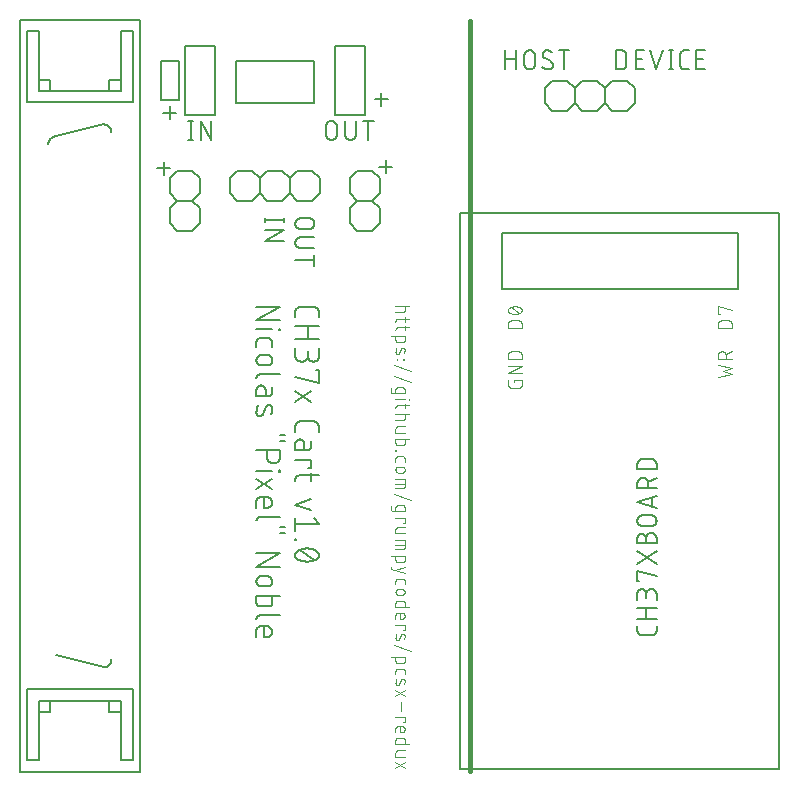
<source format=gbr>
G04 EAGLE Gerber RS-274X export*
G75*
%MOMM*%
%FSLAX34Y34*%
%LPD*%
%INSilkscreen Top*%
%IPPOS*%
%AMOC8*
5,1,8,0,0,1.08239X$1,22.5*%
G01*
%ADD10C,0.152400*%
%ADD11C,0.406400*%
%ADD12C,0.101600*%
%ADD13C,0.177800*%
%ADD14C,0.127000*%
%ADD15C,0.203200*%


D10*
X139700Y613410D02*
X165100Y613410D01*
X165100Y554990D01*
X139700Y554990D01*
X139700Y613410D01*
X119380Y600710D02*
X119380Y567690D01*
X134620Y567690D01*
X134620Y600710D01*
X119380Y600710D01*
X266700Y613410D02*
X292100Y613410D01*
X292100Y554990D01*
X266700Y554990D01*
X266700Y613410D01*
X300651Y568424D02*
X311489Y568424D01*
X306070Y573842D02*
X306070Y563005D01*
X132419Y556994D02*
X121581Y556994D01*
X127000Y562412D02*
X127000Y551575D01*
X144532Y550418D02*
X144532Y534162D01*
X142726Y534162D02*
X146339Y534162D01*
X146339Y550418D02*
X142726Y550418D01*
X153043Y550418D02*
X153043Y534162D01*
X162074Y534162D02*
X153043Y550418D01*
X162074Y550418D02*
X162074Y534162D01*
X259253Y538678D02*
X259253Y545902D01*
X259255Y546035D01*
X259261Y546167D01*
X259271Y546299D01*
X259284Y546431D01*
X259302Y546563D01*
X259323Y546693D01*
X259348Y546824D01*
X259377Y546953D01*
X259410Y547081D01*
X259446Y547209D01*
X259486Y547335D01*
X259530Y547460D01*
X259578Y547584D01*
X259629Y547706D01*
X259684Y547827D01*
X259742Y547946D01*
X259804Y548064D01*
X259869Y548179D01*
X259938Y548293D01*
X260009Y548404D01*
X260085Y548513D01*
X260163Y548620D01*
X260244Y548725D01*
X260329Y548827D01*
X260416Y548927D01*
X260506Y549024D01*
X260599Y549119D01*
X260695Y549210D01*
X260793Y549299D01*
X260894Y549385D01*
X260998Y549468D01*
X261104Y549548D01*
X261212Y549624D01*
X261322Y549698D01*
X261435Y549768D01*
X261549Y549835D01*
X261666Y549898D01*
X261784Y549958D01*
X261904Y550015D01*
X262026Y550068D01*
X262149Y550117D01*
X262273Y550163D01*
X262399Y550205D01*
X262526Y550243D01*
X262654Y550278D01*
X262783Y550309D01*
X262912Y550336D01*
X263043Y550359D01*
X263174Y550379D01*
X263306Y550394D01*
X263438Y550406D01*
X263570Y550414D01*
X263703Y550418D01*
X263835Y550418D01*
X263968Y550414D01*
X264100Y550406D01*
X264232Y550394D01*
X264364Y550379D01*
X264495Y550359D01*
X264626Y550336D01*
X264755Y550309D01*
X264884Y550278D01*
X265012Y550243D01*
X265139Y550205D01*
X265265Y550163D01*
X265389Y550117D01*
X265512Y550068D01*
X265634Y550015D01*
X265754Y549958D01*
X265872Y549898D01*
X265989Y549835D01*
X266103Y549768D01*
X266216Y549698D01*
X266326Y549624D01*
X266434Y549548D01*
X266540Y549468D01*
X266644Y549385D01*
X266745Y549299D01*
X266843Y549210D01*
X266939Y549119D01*
X267032Y549024D01*
X267122Y548927D01*
X267209Y548827D01*
X267294Y548725D01*
X267375Y548620D01*
X267453Y548513D01*
X267529Y548404D01*
X267600Y548293D01*
X267669Y548179D01*
X267734Y548064D01*
X267796Y547946D01*
X267854Y547827D01*
X267909Y547706D01*
X267960Y547584D01*
X268008Y547460D01*
X268052Y547335D01*
X268092Y547209D01*
X268128Y547081D01*
X268161Y546953D01*
X268190Y546824D01*
X268215Y546693D01*
X268236Y546563D01*
X268254Y546431D01*
X268267Y546299D01*
X268277Y546167D01*
X268283Y546035D01*
X268285Y545902D01*
X268284Y545902D02*
X268284Y538678D01*
X268285Y538678D02*
X268283Y538545D01*
X268277Y538413D01*
X268267Y538281D01*
X268254Y538149D01*
X268236Y538017D01*
X268215Y537887D01*
X268190Y537756D01*
X268161Y537627D01*
X268128Y537499D01*
X268092Y537371D01*
X268052Y537245D01*
X268008Y537120D01*
X267960Y536996D01*
X267909Y536874D01*
X267854Y536753D01*
X267796Y536634D01*
X267734Y536516D01*
X267669Y536401D01*
X267600Y536287D01*
X267529Y536176D01*
X267453Y536067D01*
X267375Y535960D01*
X267294Y535855D01*
X267209Y535753D01*
X267122Y535653D01*
X267032Y535556D01*
X266939Y535461D01*
X266843Y535370D01*
X266745Y535281D01*
X266644Y535195D01*
X266540Y535112D01*
X266434Y535032D01*
X266326Y534956D01*
X266216Y534882D01*
X266103Y534812D01*
X265989Y534745D01*
X265872Y534682D01*
X265754Y534622D01*
X265634Y534565D01*
X265512Y534512D01*
X265389Y534463D01*
X265265Y534417D01*
X265139Y534375D01*
X265012Y534337D01*
X264884Y534302D01*
X264755Y534271D01*
X264626Y534244D01*
X264495Y534221D01*
X264364Y534201D01*
X264232Y534186D01*
X264100Y534174D01*
X263968Y534166D01*
X263835Y534162D01*
X263703Y534162D01*
X263570Y534166D01*
X263438Y534174D01*
X263306Y534186D01*
X263174Y534201D01*
X263043Y534221D01*
X262912Y534244D01*
X262783Y534271D01*
X262654Y534302D01*
X262526Y534337D01*
X262399Y534375D01*
X262273Y534417D01*
X262149Y534463D01*
X262026Y534512D01*
X261904Y534565D01*
X261784Y534622D01*
X261666Y534682D01*
X261549Y534745D01*
X261435Y534812D01*
X261322Y534882D01*
X261212Y534956D01*
X261104Y535032D01*
X260998Y535112D01*
X260894Y535195D01*
X260793Y535281D01*
X260695Y535370D01*
X260599Y535461D01*
X260506Y535556D01*
X260416Y535653D01*
X260329Y535753D01*
X260244Y535855D01*
X260163Y535960D01*
X260085Y536067D01*
X260009Y536176D01*
X259938Y536287D01*
X259869Y536401D01*
X259804Y536516D01*
X259742Y536634D01*
X259684Y536753D01*
X259629Y536874D01*
X259578Y536996D01*
X259530Y537120D01*
X259486Y537245D01*
X259446Y537371D01*
X259410Y537499D01*
X259377Y537627D01*
X259348Y537756D01*
X259323Y537887D01*
X259302Y538017D01*
X259284Y538149D01*
X259271Y538281D01*
X259261Y538413D01*
X259255Y538545D01*
X259253Y538678D01*
X275406Y538678D02*
X275406Y550418D01*
X275405Y538678D02*
X275407Y538545D01*
X275413Y538413D01*
X275423Y538281D01*
X275436Y538149D01*
X275454Y538017D01*
X275475Y537887D01*
X275500Y537756D01*
X275529Y537627D01*
X275562Y537499D01*
X275598Y537371D01*
X275638Y537245D01*
X275682Y537120D01*
X275730Y536996D01*
X275781Y536874D01*
X275836Y536753D01*
X275894Y536634D01*
X275956Y536516D01*
X276021Y536401D01*
X276090Y536287D01*
X276161Y536176D01*
X276237Y536067D01*
X276315Y535960D01*
X276396Y535855D01*
X276481Y535753D01*
X276568Y535653D01*
X276658Y535556D01*
X276751Y535461D01*
X276847Y535370D01*
X276945Y535281D01*
X277046Y535195D01*
X277150Y535112D01*
X277256Y535032D01*
X277364Y534956D01*
X277474Y534882D01*
X277587Y534812D01*
X277701Y534745D01*
X277818Y534682D01*
X277936Y534622D01*
X278056Y534565D01*
X278178Y534512D01*
X278301Y534463D01*
X278425Y534417D01*
X278551Y534375D01*
X278678Y534337D01*
X278806Y534302D01*
X278935Y534271D01*
X279064Y534244D01*
X279195Y534221D01*
X279326Y534201D01*
X279458Y534186D01*
X279590Y534174D01*
X279722Y534166D01*
X279855Y534162D01*
X279987Y534162D01*
X280120Y534166D01*
X280252Y534174D01*
X280384Y534186D01*
X280516Y534201D01*
X280647Y534221D01*
X280778Y534244D01*
X280907Y534271D01*
X281036Y534302D01*
X281164Y534337D01*
X281291Y534375D01*
X281417Y534417D01*
X281541Y534463D01*
X281664Y534512D01*
X281786Y534565D01*
X281906Y534622D01*
X282024Y534682D01*
X282141Y534745D01*
X282255Y534812D01*
X282368Y534882D01*
X282478Y534956D01*
X282586Y535032D01*
X282692Y535112D01*
X282796Y535195D01*
X282897Y535281D01*
X282995Y535370D01*
X283091Y535461D01*
X283184Y535556D01*
X283274Y535653D01*
X283361Y535753D01*
X283446Y535855D01*
X283527Y535960D01*
X283605Y536067D01*
X283681Y536176D01*
X283752Y536287D01*
X283821Y536401D01*
X283886Y536516D01*
X283948Y536634D01*
X284006Y536753D01*
X284061Y536874D01*
X284112Y536996D01*
X284160Y537120D01*
X284204Y537245D01*
X284244Y537371D01*
X284280Y537499D01*
X284313Y537627D01*
X284342Y537756D01*
X284367Y537887D01*
X284388Y538017D01*
X284406Y538149D01*
X284419Y538281D01*
X284429Y538413D01*
X284435Y538545D01*
X284437Y538678D01*
X284437Y550418D01*
X295031Y550418D02*
X295031Y534162D01*
X290516Y550418D02*
X299547Y550418D01*
X127339Y510004D02*
X116501Y510004D01*
X121920Y515422D02*
X121920Y504585D01*
X304461Y511274D02*
X315299Y511274D01*
X309880Y516692D02*
X309880Y505855D01*
X224028Y466062D02*
X207772Y466062D01*
X207772Y467868D02*
X207772Y464256D01*
X224028Y464256D02*
X224028Y467868D01*
X224028Y457551D02*
X207772Y457551D01*
X207772Y448520D02*
X224028Y457551D01*
X224028Y448520D02*
X207772Y448520D01*
X237688Y467868D02*
X244912Y467868D01*
X245045Y467866D01*
X245177Y467860D01*
X245309Y467850D01*
X245441Y467837D01*
X245573Y467819D01*
X245703Y467798D01*
X245834Y467773D01*
X245963Y467744D01*
X246091Y467711D01*
X246219Y467675D01*
X246345Y467635D01*
X246470Y467591D01*
X246594Y467543D01*
X246716Y467492D01*
X246837Y467437D01*
X246956Y467379D01*
X247074Y467317D01*
X247189Y467252D01*
X247303Y467183D01*
X247414Y467112D01*
X247523Y467036D01*
X247630Y466958D01*
X247735Y466877D01*
X247837Y466792D01*
X247937Y466705D01*
X248034Y466615D01*
X248129Y466522D01*
X248220Y466426D01*
X248309Y466328D01*
X248395Y466227D01*
X248478Y466123D01*
X248558Y466017D01*
X248634Y465909D01*
X248708Y465799D01*
X248778Y465686D01*
X248845Y465572D01*
X248908Y465455D01*
X248968Y465337D01*
X249025Y465217D01*
X249078Y465095D01*
X249127Y464972D01*
X249173Y464848D01*
X249215Y464722D01*
X249253Y464595D01*
X249288Y464467D01*
X249319Y464338D01*
X249346Y464209D01*
X249369Y464078D01*
X249389Y463947D01*
X249404Y463815D01*
X249416Y463683D01*
X249424Y463551D01*
X249428Y463418D01*
X249428Y463286D01*
X249424Y463153D01*
X249416Y463021D01*
X249404Y462889D01*
X249389Y462757D01*
X249369Y462626D01*
X249346Y462495D01*
X249319Y462366D01*
X249288Y462237D01*
X249253Y462109D01*
X249215Y461982D01*
X249173Y461856D01*
X249127Y461732D01*
X249078Y461609D01*
X249025Y461487D01*
X248968Y461367D01*
X248908Y461249D01*
X248845Y461132D01*
X248778Y461018D01*
X248708Y460905D01*
X248634Y460795D01*
X248558Y460687D01*
X248478Y460581D01*
X248395Y460477D01*
X248309Y460376D01*
X248220Y460278D01*
X248129Y460182D01*
X248034Y460089D01*
X247937Y459999D01*
X247837Y459912D01*
X247735Y459827D01*
X247630Y459746D01*
X247523Y459668D01*
X247414Y459592D01*
X247303Y459521D01*
X247189Y459452D01*
X247074Y459387D01*
X246956Y459325D01*
X246837Y459267D01*
X246716Y459212D01*
X246594Y459161D01*
X246470Y459113D01*
X246345Y459069D01*
X246219Y459029D01*
X246091Y458993D01*
X245963Y458960D01*
X245834Y458931D01*
X245703Y458906D01*
X245573Y458885D01*
X245441Y458867D01*
X245309Y458854D01*
X245177Y458844D01*
X245045Y458838D01*
X244912Y458836D01*
X244912Y458837D02*
X237688Y458837D01*
X237688Y458836D02*
X237555Y458838D01*
X237423Y458844D01*
X237291Y458854D01*
X237159Y458867D01*
X237027Y458885D01*
X236897Y458906D01*
X236766Y458931D01*
X236637Y458960D01*
X236509Y458993D01*
X236381Y459029D01*
X236255Y459069D01*
X236130Y459113D01*
X236006Y459161D01*
X235884Y459212D01*
X235763Y459267D01*
X235644Y459325D01*
X235526Y459387D01*
X235411Y459452D01*
X235297Y459521D01*
X235186Y459592D01*
X235077Y459668D01*
X234970Y459746D01*
X234865Y459827D01*
X234763Y459912D01*
X234663Y459999D01*
X234566Y460089D01*
X234471Y460182D01*
X234380Y460278D01*
X234291Y460376D01*
X234205Y460477D01*
X234122Y460581D01*
X234042Y460687D01*
X233966Y460795D01*
X233892Y460905D01*
X233822Y461018D01*
X233755Y461132D01*
X233692Y461249D01*
X233632Y461367D01*
X233575Y461487D01*
X233522Y461609D01*
X233473Y461732D01*
X233427Y461856D01*
X233385Y461982D01*
X233347Y462109D01*
X233312Y462237D01*
X233281Y462366D01*
X233254Y462495D01*
X233231Y462626D01*
X233211Y462757D01*
X233196Y462889D01*
X233184Y463021D01*
X233176Y463153D01*
X233172Y463286D01*
X233172Y463418D01*
X233176Y463551D01*
X233184Y463683D01*
X233196Y463815D01*
X233211Y463947D01*
X233231Y464078D01*
X233254Y464209D01*
X233281Y464338D01*
X233312Y464467D01*
X233347Y464595D01*
X233385Y464722D01*
X233427Y464848D01*
X233473Y464972D01*
X233522Y465095D01*
X233575Y465217D01*
X233632Y465337D01*
X233692Y465455D01*
X233755Y465572D01*
X233822Y465686D01*
X233892Y465799D01*
X233966Y465909D01*
X234042Y466017D01*
X234122Y466123D01*
X234205Y466227D01*
X234291Y466328D01*
X234380Y466426D01*
X234471Y466522D01*
X234566Y466615D01*
X234663Y466705D01*
X234763Y466792D01*
X234865Y466877D01*
X234970Y466958D01*
X235077Y467036D01*
X235186Y467112D01*
X235297Y467183D01*
X235411Y467252D01*
X235526Y467317D01*
X235644Y467379D01*
X235763Y467437D01*
X235884Y467492D01*
X236006Y467543D01*
X236130Y467591D01*
X236255Y467635D01*
X236381Y467675D01*
X236509Y467711D01*
X236637Y467744D01*
X236766Y467773D01*
X236897Y467798D01*
X237027Y467819D01*
X237159Y467837D01*
X237291Y467850D01*
X237423Y467860D01*
X237555Y467866D01*
X237688Y467868D01*
X237688Y451716D02*
X249428Y451716D01*
X237688Y451716D02*
X237555Y451714D01*
X237423Y451708D01*
X237291Y451698D01*
X237159Y451685D01*
X237027Y451667D01*
X236897Y451646D01*
X236766Y451621D01*
X236637Y451592D01*
X236509Y451559D01*
X236381Y451523D01*
X236255Y451483D01*
X236130Y451439D01*
X236006Y451391D01*
X235884Y451340D01*
X235763Y451285D01*
X235644Y451227D01*
X235526Y451165D01*
X235411Y451100D01*
X235297Y451031D01*
X235186Y450960D01*
X235077Y450884D01*
X234970Y450806D01*
X234865Y450725D01*
X234763Y450640D01*
X234663Y450553D01*
X234566Y450463D01*
X234471Y450370D01*
X234380Y450274D01*
X234291Y450176D01*
X234205Y450075D01*
X234122Y449971D01*
X234042Y449865D01*
X233966Y449757D01*
X233892Y449647D01*
X233822Y449534D01*
X233755Y449420D01*
X233692Y449303D01*
X233632Y449185D01*
X233575Y449065D01*
X233522Y448943D01*
X233473Y448820D01*
X233427Y448696D01*
X233385Y448570D01*
X233347Y448443D01*
X233312Y448315D01*
X233281Y448186D01*
X233254Y448057D01*
X233231Y447926D01*
X233211Y447795D01*
X233196Y447663D01*
X233184Y447531D01*
X233176Y447399D01*
X233172Y447266D01*
X233172Y447134D01*
X233176Y447001D01*
X233184Y446869D01*
X233196Y446737D01*
X233211Y446605D01*
X233231Y446474D01*
X233254Y446343D01*
X233281Y446214D01*
X233312Y446085D01*
X233347Y445957D01*
X233385Y445830D01*
X233427Y445704D01*
X233473Y445580D01*
X233522Y445457D01*
X233575Y445335D01*
X233632Y445215D01*
X233692Y445097D01*
X233755Y444980D01*
X233822Y444866D01*
X233892Y444753D01*
X233966Y444643D01*
X234042Y444535D01*
X234122Y444429D01*
X234205Y444325D01*
X234291Y444224D01*
X234380Y444126D01*
X234471Y444030D01*
X234566Y443937D01*
X234663Y443847D01*
X234763Y443760D01*
X234865Y443675D01*
X234970Y443594D01*
X235077Y443516D01*
X235186Y443440D01*
X235297Y443369D01*
X235411Y443300D01*
X235526Y443235D01*
X235644Y443173D01*
X235763Y443115D01*
X235884Y443060D01*
X236006Y443009D01*
X236130Y442961D01*
X236255Y442917D01*
X236381Y442877D01*
X236509Y442841D01*
X236637Y442808D01*
X236766Y442779D01*
X236897Y442754D01*
X237027Y442733D01*
X237159Y442715D01*
X237291Y442702D01*
X237423Y442692D01*
X237555Y442686D01*
X237688Y442684D01*
X237688Y442685D02*
X249428Y442685D01*
X249428Y432090D02*
X233172Y432090D01*
X249428Y436606D02*
X249428Y427574D01*
X410969Y593852D02*
X410969Y610108D01*
X410969Y602883D02*
X420000Y602883D01*
X420000Y610108D02*
X420000Y593852D01*
X427121Y598368D02*
X427121Y605592D01*
X427123Y605725D01*
X427129Y605857D01*
X427139Y605989D01*
X427152Y606121D01*
X427170Y606253D01*
X427191Y606383D01*
X427216Y606514D01*
X427245Y606643D01*
X427278Y606771D01*
X427314Y606899D01*
X427354Y607025D01*
X427398Y607150D01*
X427446Y607274D01*
X427497Y607396D01*
X427552Y607517D01*
X427610Y607636D01*
X427672Y607754D01*
X427737Y607869D01*
X427806Y607983D01*
X427877Y608094D01*
X427953Y608203D01*
X428031Y608310D01*
X428112Y608415D01*
X428197Y608517D01*
X428284Y608617D01*
X428374Y608714D01*
X428467Y608809D01*
X428563Y608900D01*
X428661Y608989D01*
X428762Y609075D01*
X428866Y609158D01*
X428972Y609238D01*
X429080Y609314D01*
X429190Y609388D01*
X429303Y609458D01*
X429417Y609525D01*
X429534Y609588D01*
X429652Y609648D01*
X429772Y609705D01*
X429894Y609758D01*
X430017Y609807D01*
X430141Y609853D01*
X430267Y609895D01*
X430394Y609933D01*
X430522Y609968D01*
X430651Y609999D01*
X430780Y610026D01*
X430911Y610049D01*
X431042Y610069D01*
X431174Y610084D01*
X431306Y610096D01*
X431438Y610104D01*
X431571Y610108D01*
X431703Y610108D01*
X431836Y610104D01*
X431968Y610096D01*
X432100Y610084D01*
X432232Y610069D01*
X432363Y610049D01*
X432494Y610026D01*
X432623Y609999D01*
X432752Y609968D01*
X432880Y609933D01*
X433007Y609895D01*
X433133Y609853D01*
X433257Y609807D01*
X433380Y609758D01*
X433502Y609705D01*
X433622Y609648D01*
X433740Y609588D01*
X433857Y609525D01*
X433971Y609458D01*
X434084Y609388D01*
X434194Y609314D01*
X434302Y609238D01*
X434408Y609158D01*
X434512Y609075D01*
X434613Y608989D01*
X434711Y608900D01*
X434807Y608809D01*
X434900Y608714D01*
X434990Y608617D01*
X435077Y608517D01*
X435162Y608415D01*
X435243Y608310D01*
X435321Y608203D01*
X435397Y608094D01*
X435468Y607983D01*
X435537Y607869D01*
X435602Y607754D01*
X435664Y607636D01*
X435722Y607517D01*
X435777Y607396D01*
X435828Y607274D01*
X435876Y607150D01*
X435920Y607025D01*
X435960Y606899D01*
X435996Y606771D01*
X436029Y606643D01*
X436058Y606514D01*
X436083Y606383D01*
X436104Y606253D01*
X436122Y606121D01*
X436135Y605989D01*
X436145Y605857D01*
X436151Y605725D01*
X436153Y605592D01*
X436153Y598368D01*
X436151Y598235D01*
X436145Y598103D01*
X436135Y597971D01*
X436122Y597839D01*
X436104Y597707D01*
X436083Y597577D01*
X436058Y597446D01*
X436029Y597317D01*
X435996Y597189D01*
X435960Y597061D01*
X435920Y596935D01*
X435876Y596810D01*
X435828Y596686D01*
X435777Y596564D01*
X435722Y596443D01*
X435664Y596324D01*
X435602Y596206D01*
X435537Y596091D01*
X435468Y595977D01*
X435397Y595866D01*
X435321Y595757D01*
X435243Y595650D01*
X435162Y595545D01*
X435077Y595443D01*
X434990Y595343D01*
X434900Y595246D01*
X434807Y595151D01*
X434711Y595060D01*
X434613Y594971D01*
X434512Y594885D01*
X434408Y594802D01*
X434302Y594722D01*
X434194Y594646D01*
X434084Y594572D01*
X433971Y594502D01*
X433857Y594435D01*
X433740Y594372D01*
X433622Y594312D01*
X433502Y594255D01*
X433380Y594202D01*
X433257Y594153D01*
X433133Y594107D01*
X433007Y594065D01*
X432880Y594027D01*
X432752Y593992D01*
X432623Y593961D01*
X432494Y593934D01*
X432363Y593911D01*
X432232Y593891D01*
X432100Y593876D01*
X431968Y593864D01*
X431836Y593856D01*
X431703Y593852D01*
X431571Y593852D01*
X431438Y593856D01*
X431306Y593864D01*
X431174Y593876D01*
X431042Y593891D01*
X430911Y593911D01*
X430780Y593934D01*
X430651Y593961D01*
X430522Y593992D01*
X430394Y594027D01*
X430267Y594065D01*
X430141Y594107D01*
X430017Y594153D01*
X429894Y594202D01*
X429772Y594255D01*
X429652Y594312D01*
X429534Y594372D01*
X429417Y594435D01*
X429303Y594502D01*
X429190Y594572D01*
X429080Y594646D01*
X428972Y594722D01*
X428866Y594802D01*
X428762Y594885D01*
X428661Y594971D01*
X428563Y595060D01*
X428467Y595151D01*
X428374Y595246D01*
X428284Y595343D01*
X428197Y595443D01*
X428112Y595545D01*
X428031Y595650D01*
X427953Y595757D01*
X427877Y595866D01*
X427806Y595977D01*
X427737Y596091D01*
X427672Y596206D01*
X427610Y596324D01*
X427552Y596443D01*
X427497Y596564D01*
X427446Y596686D01*
X427398Y596810D01*
X427354Y596935D01*
X427314Y597061D01*
X427278Y597189D01*
X427245Y597317D01*
X427216Y597446D01*
X427191Y597577D01*
X427170Y597707D01*
X427152Y597839D01*
X427139Y597971D01*
X427129Y598103D01*
X427123Y598235D01*
X427121Y598368D01*
X447650Y593852D02*
X447768Y593854D01*
X447886Y593860D01*
X448004Y593869D01*
X448121Y593883D01*
X448238Y593900D01*
X448355Y593921D01*
X448470Y593946D01*
X448585Y593975D01*
X448699Y594008D01*
X448811Y594044D01*
X448922Y594084D01*
X449032Y594127D01*
X449141Y594174D01*
X449248Y594224D01*
X449353Y594279D01*
X449456Y594336D01*
X449557Y594397D01*
X449657Y594461D01*
X449754Y594528D01*
X449849Y594598D01*
X449941Y594672D01*
X450032Y594748D01*
X450119Y594828D01*
X450204Y594910D01*
X450286Y594995D01*
X450366Y595082D01*
X450442Y595173D01*
X450516Y595265D01*
X450586Y595360D01*
X450653Y595457D01*
X450717Y595557D01*
X450778Y595658D01*
X450835Y595761D01*
X450890Y595866D01*
X450940Y595973D01*
X450987Y596082D01*
X451030Y596192D01*
X451070Y596303D01*
X451106Y596415D01*
X451139Y596529D01*
X451168Y596644D01*
X451193Y596759D01*
X451214Y596876D01*
X451231Y596993D01*
X451245Y597110D01*
X451254Y597228D01*
X451260Y597346D01*
X451262Y597464D01*
X447650Y593852D02*
X447467Y593854D01*
X447285Y593861D01*
X447103Y593872D01*
X446921Y593887D01*
X446739Y593907D01*
X446558Y593930D01*
X446378Y593959D01*
X446198Y593991D01*
X446019Y594028D01*
X445842Y594069D01*
X445665Y594115D01*
X445489Y594164D01*
X445315Y594218D01*
X445141Y594276D01*
X444970Y594338D01*
X444800Y594404D01*
X444631Y594475D01*
X444464Y594549D01*
X444299Y594627D01*
X444136Y594709D01*
X443975Y594795D01*
X443816Y594885D01*
X443659Y594979D01*
X443505Y595076D01*
X443353Y595177D01*
X443203Y595282D01*
X443056Y595390D01*
X442912Y595501D01*
X442770Y595616D01*
X442631Y595735D01*
X442495Y595857D01*
X442362Y595982D01*
X442232Y596110D01*
X442684Y606496D02*
X442686Y606614D01*
X442692Y606732D01*
X442701Y606850D01*
X442715Y606967D01*
X442732Y607084D01*
X442753Y607201D01*
X442778Y607316D01*
X442807Y607431D01*
X442840Y607545D01*
X442876Y607657D01*
X442916Y607768D01*
X442959Y607878D01*
X443006Y607987D01*
X443056Y608094D01*
X443111Y608199D01*
X443168Y608302D01*
X443229Y608403D01*
X443293Y608503D01*
X443360Y608600D01*
X443430Y608695D01*
X443504Y608787D01*
X443580Y608878D01*
X443660Y608965D01*
X443742Y609050D01*
X443827Y609132D01*
X443914Y609212D01*
X444005Y609288D01*
X444097Y609362D01*
X444192Y609432D01*
X444289Y609499D01*
X444389Y609563D01*
X444490Y609624D01*
X444593Y609682D01*
X444698Y609736D01*
X444805Y609786D01*
X444914Y609833D01*
X445024Y609877D01*
X445135Y609916D01*
X445248Y609952D01*
X445361Y609985D01*
X445476Y610014D01*
X445591Y610039D01*
X445708Y610060D01*
X445825Y610077D01*
X445942Y610091D01*
X446060Y610100D01*
X446178Y610106D01*
X446296Y610108D01*
X446457Y610106D01*
X446619Y610100D01*
X446780Y610091D01*
X446941Y610077D01*
X447101Y610060D01*
X447261Y610039D01*
X447421Y610014D01*
X447580Y609985D01*
X447738Y609953D01*
X447895Y609917D01*
X448051Y609877D01*
X448207Y609833D01*
X448361Y609785D01*
X448514Y609734D01*
X448666Y609680D01*
X448817Y609621D01*
X448966Y609560D01*
X449113Y609494D01*
X449259Y609425D01*
X449404Y609353D01*
X449546Y609277D01*
X449687Y609198D01*
X449826Y609116D01*
X449962Y609030D01*
X450097Y608941D01*
X450230Y608849D01*
X450360Y608753D01*
X444489Y603335D02*
X444388Y603397D01*
X444288Y603462D01*
X444191Y603531D01*
X444096Y603603D01*
X444003Y603677D01*
X443913Y603755D01*
X443825Y603836D01*
X443740Y603919D01*
X443658Y604005D01*
X443579Y604094D01*
X443502Y604185D01*
X443429Y604279D01*
X443358Y604375D01*
X443291Y604473D01*
X443227Y604573D01*
X443166Y604676D01*
X443109Y604780D01*
X443055Y604886D01*
X443005Y604994D01*
X442958Y605103D01*
X442914Y605214D01*
X442874Y605326D01*
X442838Y605440D01*
X442806Y605554D01*
X442777Y605670D01*
X442752Y605786D01*
X442731Y605903D01*
X442714Y606021D01*
X442700Y606139D01*
X442691Y606258D01*
X442685Y606377D01*
X442683Y606496D01*
X449457Y600625D02*
X449558Y600563D01*
X449658Y600498D01*
X449755Y600429D01*
X449850Y600357D01*
X449943Y600283D01*
X450033Y600205D01*
X450121Y600124D01*
X450206Y600041D01*
X450288Y599955D01*
X450367Y599866D01*
X450444Y599775D01*
X450517Y599681D01*
X450588Y599585D01*
X450655Y599487D01*
X450719Y599387D01*
X450780Y599284D01*
X450837Y599180D01*
X450891Y599074D01*
X450941Y598966D01*
X450988Y598857D01*
X451032Y598746D01*
X451072Y598634D01*
X451108Y598520D01*
X451140Y598406D01*
X451169Y598290D01*
X451194Y598174D01*
X451215Y598057D01*
X451232Y597939D01*
X451246Y597821D01*
X451255Y597702D01*
X451261Y597583D01*
X451263Y597464D01*
X449457Y600625D02*
X444489Y603335D01*
X460815Y610108D02*
X460815Y593852D01*
X456300Y610108D02*
X465331Y610108D01*
X504535Y610108D02*
X504535Y593852D01*
X504535Y610108D02*
X509050Y610108D01*
X509181Y610106D01*
X509313Y610100D01*
X509444Y610091D01*
X509574Y610077D01*
X509705Y610060D01*
X509834Y610039D01*
X509963Y610015D01*
X510091Y609986D01*
X510219Y609954D01*
X510345Y609918D01*
X510470Y609879D01*
X510595Y609836D01*
X510717Y609789D01*
X510839Y609739D01*
X510959Y609685D01*
X511077Y609628D01*
X511193Y609567D01*
X511308Y609503D01*
X511421Y609436D01*
X511532Y609365D01*
X511640Y609291D01*
X511747Y609214D01*
X511851Y609134D01*
X511953Y609051D01*
X512052Y608966D01*
X512149Y608877D01*
X512243Y608785D01*
X512335Y608691D01*
X512424Y608594D01*
X512509Y608495D01*
X512592Y608393D01*
X512672Y608289D01*
X512749Y608182D01*
X512823Y608074D01*
X512894Y607963D01*
X512961Y607850D01*
X513025Y607735D01*
X513086Y607619D01*
X513143Y607501D01*
X513197Y607381D01*
X513247Y607259D01*
X513294Y607137D01*
X513337Y607012D01*
X513376Y606887D01*
X513412Y606761D01*
X513444Y606633D01*
X513473Y606505D01*
X513497Y606376D01*
X513518Y606247D01*
X513535Y606116D01*
X513549Y605986D01*
X513558Y605855D01*
X513564Y605723D01*
X513566Y605592D01*
X513566Y598368D01*
X513564Y598237D01*
X513558Y598105D01*
X513549Y597974D01*
X513535Y597844D01*
X513518Y597713D01*
X513497Y597584D01*
X513473Y597455D01*
X513444Y597327D01*
X513412Y597199D01*
X513376Y597073D01*
X513337Y596948D01*
X513294Y596823D01*
X513247Y596701D01*
X513197Y596579D01*
X513143Y596459D01*
X513086Y596341D01*
X513025Y596225D01*
X512961Y596110D01*
X512894Y595997D01*
X512823Y595886D01*
X512749Y595778D01*
X512672Y595671D01*
X512592Y595567D01*
X512509Y595465D01*
X512424Y595366D01*
X512335Y595269D01*
X512243Y595175D01*
X512149Y595083D01*
X512052Y594994D01*
X511953Y594909D01*
X511851Y594826D01*
X511747Y594746D01*
X511640Y594669D01*
X511532Y594595D01*
X511421Y594524D01*
X511308Y594457D01*
X511193Y594393D01*
X511077Y594332D01*
X510959Y594275D01*
X510839Y594221D01*
X510717Y594171D01*
X510595Y594124D01*
X510470Y594081D01*
X510345Y594042D01*
X510219Y594006D01*
X510091Y593974D01*
X509963Y593945D01*
X509834Y593921D01*
X509704Y593900D01*
X509574Y593883D01*
X509444Y593869D01*
X509313Y593860D01*
X509181Y593854D01*
X509050Y593852D01*
X504535Y593852D01*
X521238Y593852D02*
X528463Y593852D01*
X521238Y593852D02*
X521238Y610108D01*
X528463Y610108D01*
X526656Y602883D02*
X521238Y602883D01*
X533331Y610108D02*
X538749Y593852D01*
X544168Y610108D01*
X551254Y610108D02*
X551254Y593852D01*
X549448Y593852D02*
X553061Y593852D01*
X553061Y610108D02*
X549448Y610108D01*
X562817Y593852D02*
X566429Y593852D01*
X562817Y593852D02*
X562699Y593854D01*
X562581Y593860D01*
X562463Y593869D01*
X562346Y593883D01*
X562229Y593900D01*
X562112Y593921D01*
X561997Y593946D01*
X561882Y593975D01*
X561768Y594008D01*
X561656Y594044D01*
X561545Y594084D01*
X561435Y594127D01*
X561326Y594174D01*
X561219Y594224D01*
X561114Y594279D01*
X561011Y594336D01*
X560910Y594397D01*
X560810Y594461D01*
X560713Y594528D01*
X560618Y594598D01*
X560526Y594672D01*
X560435Y594748D01*
X560348Y594828D01*
X560263Y594910D01*
X560181Y594995D01*
X560101Y595082D01*
X560025Y595173D01*
X559951Y595265D01*
X559881Y595360D01*
X559814Y595457D01*
X559750Y595557D01*
X559689Y595658D01*
X559632Y595761D01*
X559577Y595866D01*
X559527Y595973D01*
X559480Y596082D01*
X559437Y596192D01*
X559397Y596303D01*
X559361Y596415D01*
X559328Y596529D01*
X559299Y596644D01*
X559274Y596759D01*
X559253Y596876D01*
X559236Y596993D01*
X559222Y597110D01*
X559213Y597228D01*
X559207Y597346D01*
X559205Y597464D01*
X559204Y597464D02*
X559204Y606496D01*
X559205Y606496D02*
X559207Y606614D01*
X559213Y606732D01*
X559222Y606850D01*
X559236Y606967D01*
X559253Y607084D01*
X559274Y607201D01*
X559299Y607316D01*
X559328Y607431D01*
X559361Y607545D01*
X559397Y607657D01*
X559437Y607768D01*
X559480Y607878D01*
X559527Y607987D01*
X559577Y608094D01*
X559631Y608199D01*
X559689Y608302D01*
X559750Y608403D01*
X559814Y608503D01*
X559881Y608600D01*
X559951Y608695D01*
X560025Y608787D01*
X560101Y608878D01*
X560181Y608965D01*
X560263Y609050D01*
X560348Y609132D01*
X560435Y609212D01*
X560526Y609288D01*
X560618Y609362D01*
X560713Y609432D01*
X560810Y609499D01*
X560910Y609563D01*
X561011Y609624D01*
X561114Y609681D01*
X561219Y609735D01*
X561326Y609786D01*
X561435Y609833D01*
X561545Y609876D01*
X561656Y609916D01*
X561768Y609952D01*
X561882Y609985D01*
X561997Y610014D01*
X562112Y610039D01*
X562229Y610060D01*
X562346Y610077D01*
X562463Y610091D01*
X562581Y610100D01*
X562699Y610106D01*
X562817Y610108D01*
X566429Y610108D01*
X572821Y593852D02*
X580046Y593852D01*
X572821Y593852D02*
X572821Y610108D01*
X580046Y610108D01*
X578239Y602883D02*
X572821Y602883D01*
D11*
X381000Y635000D02*
X381000Y0D01*
D12*
X329692Y393192D02*
X318008Y393192D01*
X325797Y393192D02*
X325797Y389946D01*
X325795Y389859D01*
X325789Y389771D01*
X325779Y389685D01*
X325766Y389598D01*
X325748Y389513D01*
X325727Y389428D01*
X325702Y389344D01*
X325673Y389262D01*
X325640Y389181D01*
X325604Y389101D01*
X325565Y389023D01*
X325521Y388947D01*
X325475Y388873D01*
X325425Y388802D01*
X325372Y388732D01*
X325316Y388665D01*
X325257Y388601D01*
X325196Y388539D01*
X325131Y388480D01*
X325064Y388424D01*
X324994Y388371D01*
X324923Y388321D01*
X324849Y388275D01*
X324773Y388232D01*
X324695Y388192D01*
X324615Y388156D01*
X324534Y388123D01*
X324452Y388094D01*
X324368Y388069D01*
X324283Y388048D01*
X324198Y388030D01*
X324111Y388017D01*
X324025Y388007D01*
X323937Y388001D01*
X323850Y387999D01*
X318008Y387999D01*
X325797Y383872D02*
X325797Y379978D01*
X329692Y382574D02*
X319955Y382574D01*
X319868Y382572D01*
X319780Y382566D01*
X319694Y382556D01*
X319607Y382543D01*
X319522Y382525D01*
X319437Y382504D01*
X319353Y382479D01*
X319271Y382450D01*
X319190Y382417D01*
X319110Y382381D01*
X319032Y382342D01*
X318956Y382298D01*
X318882Y382252D01*
X318811Y382202D01*
X318741Y382149D01*
X318674Y382093D01*
X318610Y382034D01*
X318548Y381972D01*
X318489Y381908D01*
X318433Y381841D01*
X318380Y381771D01*
X318330Y381700D01*
X318284Y381626D01*
X318240Y381550D01*
X318201Y381472D01*
X318165Y381392D01*
X318132Y381311D01*
X318103Y381229D01*
X318078Y381145D01*
X318057Y381060D01*
X318039Y380975D01*
X318026Y380888D01*
X318016Y380802D01*
X318010Y380714D01*
X318008Y380627D01*
X318008Y379978D01*
X325797Y376633D02*
X325797Y372739D01*
X329692Y375335D02*
X319955Y375335D01*
X319868Y375333D01*
X319780Y375327D01*
X319694Y375317D01*
X319607Y375304D01*
X319522Y375286D01*
X319437Y375265D01*
X319353Y375240D01*
X319271Y375211D01*
X319190Y375178D01*
X319110Y375142D01*
X319032Y375103D01*
X318956Y375059D01*
X318882Y375013D01*
X318811Y374963D01*
X318741Y374910D01*
X318674Y374854D01*
X318610Y374795D01*
X318548Y374733D01*
X318489Y374669D01*
X318433Y374602D01*
X318380Y374532D01*
X318330Y374461D01*
X318284Y374387D01*
X318240Y374311D01*
X318201Y374233D01*
X318165Y374153D01*
X318132Y374072D01*
X318103Y373990D01*
X318078Y373906D01*
X318057Y373821D01*
X318039Y373736D01*
X318026Y373649D01*
X318016Y373563D01*
X318010Y373475D01*
X318008Y373388D01*
X318008Y372739D01*
X314113Y367987D02*
X325797Y367987D01*
X325797Y364742D01*
X325795Y364655D01*
X325789Y364567D01*
X325779Y364481D01*
X325766Y364394D01*
X325748Y364309D01*
X325727Y364224D01*
X325702Y364140D01*
X325673Y364058D01*
X325640Y363977D01*
X325604Y363897D01*
X325565Y363819D01*
X325521Y363743D01*
X325475Y363669D01*
X325425Y363598D01*
X325372Y363528D01*
X325316Y363461D01*
X325257Y363397D01*
X325196Y363335D01*
X325131Y363276D01*
X325064Y363220D01*
X324994Y363167D01*
X324923Y363117D01*
X324849Y363071D01*
X324773Y363028D01*
X324695Y362988D01*
X324615Y362952D01*
X324534Y362919D01*
X324452Y362890D01*
X324368Y362865D01*
X324283Y362844D01*
X324198Y362826D01*
X324111Y362813D01*
X324025Y362803D01*
X323937Y362797D01*
X323850Y362795D01*
X323850Y362794D02*
X319955Y362794D01*
X319955Y362795D02*
X319868Y362797D01*
X319780Y362803D01*
X319694Y362813D01*
X319607Y362826D01*
X319522Y362844D01*
X319437Y362865D01*
X319353Y362890D01*
X319271Y362919D01*
X319190Y362952D01*
X319110Y362988D01*
X319032Y363027D01*
X318956Y363071D01*
X318882Y363117D01*
X318811Y363167D01*
X318741Y363220D01*
X318674Y363276D01*
X318609Y363335D01*
X318548Y363397D01*
X318489Y363461D01*
X318433Y363528D01*
X318380Y363598D01*
X318330Y363669D01*
X318284Y363743D01*
X318240Y363819D01*
X318201Y363897D01*
X318165Y363977D01*
X318132Y364058D01*
X318103Y364140D01*
X318078Y364224D01*
X318057Y364309D01*
X318039Y364394D01*
X318026Y364481D01*
X318016Y364568D01*
X318010Y364655D01*
X318008Y364742D01*
X318008Y367987D01*
X322552Y357166D02*
X321254Y353921D01*
X322551Y357166D02*
X322584Y357241D01*
X322620Y357315D01*
X322659Y357387D01*
X322702Y357457D01*
X322748Y357524D01*
X322798Y357590D01*
X322850Y357652D01*
X322906Y357713D01*
X322964Y357770D01*
X323025Y357825D01*
X323089Y357876D01*
X323155Y357924D01*
X323224Y357969D01*
X323294Y358011D01*
X323367Y358049D01*
X323441Y358084D01*
X323517Y358115D01*
X323594Y358142D01*
X323673Y358165D01*
X323752Y358185D01*
X323833Y358200D01*
X323914Y358212D01*
X323996Y358220D01*
X324077Y358224D01*
X324159Y358223D01*
X324241Y358219D01*
X324323Y358211D01*
X324404Y358199D01*
X324484Y358183D01*
X324564Y358163D01*
X324642Y358139D01*
X324719Y358111D01*
X324795Y358080D01*
X324869Y358045D01*
X324941Y358007D01*
X325012Y357965D01*
X325080Y357919D01*
X325146Y357871D01*
X325209Y357819D01*
X325270Y357764D01*
X325328Y357706D01*
X325384Y357646D01*
X325436Y357583D01*
X325485Y357517D01*
X325531Y357449D01*
X325573Y357379D01*
X325613Y357307D01*
X325648Y357233D01*
X325680Y357158D01*
X325708Y357081D01*
X325732Y357003D01*
X325753Y356923D01*
X325770Y356843D01*
X325782Y356762D01*
X325791Y356681D01*
X325796Y356599D01*
X325797Y356517D01*
X325797Y356518D02*
X325793Y356341D01*
X325784Y356164D01*
X325770Y355987D01*
X325753Y355810D01*
X325731Y355635D01*
X325706Y355459D01*
X325675Y355285D01*
X325641Y355111D01*
X325603Y354938D01*
X325560Y354766D01*
X325513Y354595D01*
X325463Y354425D01*
X325408Y354256D01*
X325349Y354089D01*
X325286Y353924D01*
X325219Y353759D01*
X325148Y353597D01*
X321254Y353921D02*
X321221Y353846D01*
X321185Y353772D01*
X321146Y353700D01*
X321103Y353630D01*
X321057Y353563D01*
X321007Y353497D01*
X320955Y353435D01*
X320899Y353374D01*
X320841Y353317D01*
X320780Y353262D01*
X320716Y353211D01*
X320650Y353163D01*
X320581Y353118D01*
X320511Y353076D01*
X320438Y353038D01*
X320364Y353003D01*
X320288Y352972D01*
X320211Y352945D01*
X320132Y352922D01*
X320053Y352902D01*
X319972Y352887D01*
X319891Y352875D01*
X319809Y352867D01*
X319728Y352863D01*
X319646Y352864D01*
X319564Y352868D01*
X319482Y352876D01*
X319401Y352888D01*
X319321Y352904D01*
X319241Y352924D01*
X319163Y352948D01*
X319086Y352976D01*
X319010Y353007D01*
X318936Y353042D01*
X318864Y353080D01*
X318793Y353122D01*
X318725Y353168D01*
X318659Y353216D01*
X318596Y353268D01*
X318535Y353323D01*
X318477Y353381D01*
X318421Y353441D01*
X318369Y353504D01*
X318320Y353570D01*
X318274Y353638D01*
X318232Y353708D01*
X318192Y353780D01*
X318157Y353854D01*
X318125Y353929D01*
X318097Y354006D01*
X318073Y354084D01*
X318052Y354164D01*
X318035Y354244D01*
X318023Y354325D01*
X318014Y354406D01*
X318009Y354488D01*
X318008Y354570D01*
X318015Y354830D01*
X318028Y355090D01*
X318047Y355350D01*
X318072Y355609D01*
X318104Y355868D01*
X318141Y356125D01*
X318185Y356382D01*
X318234Y356638D01*
X318290Y356892D01*
X318351Y357145D01*
X318419Y357396D01*
X318493Y357646D01*
X318572Y357894D01*
X318657Y358140D01*
X318982Y348248D02*
X319631Y348248D01*
X319631Y347599D01*
X318982Y347599D01*
X318982Y348248D01*
X324175Y348248D02*
X324824Y348248D01*
X324824Y347599D01*
X324175Y347599D01*
X324175Y348248D01*
X316710Y343281D02*
X330990Y338088D01*
X330990Y328944D02*
X316710Y334137D01*
X318008Y322724D02*
X318008Y319478D01*
X318008Y322724D02*
X318010Y322811D01*
X318016Y322899D01*
X318026Y322985D01*
X318039Y323072D01*
X318057Y323157D01*
X318078Y323242D01*
X318103Y323326D01*
X318132Y323408D01*
X318165Y323489D01*
X318201Y323569D01*
X318240Y323647D01*
X318284Y323723D01*
X318330Y323797D01*
X318380Y323868D01*
X318433Y323938D01*
X318489Y324005D01*
X318548Y324069D01*
X318610Y324131D01*
X318674Y324190D01*
X318741Y324246D01*
X318811Y324299D01*
X318882Y324349D01*
X318956Y324395D01*
X319032Y324439D01*
X319110Y324478D01*
X319190Y324514D01*
X319271Y324547D01*
X319353Y324576D01*
X319437Y324601D01*
X319522Y324622D01*
X319607Y324640D01*
X319694Y324653D01*
X319780Y324663D01*
X319868Y324669D01*
X319955Y324671D01*
X323850Y324671D01*
X323937Y324669D01*
X324025Y324663D01*
X324111Y324653D01*
X324198Y324640D01*
X324283Y324622D01*
X324368Y324601D01*
X324452Y324576D01*
X324534Y324547D01*
X324615Y324514D01*
X324695Y324478D01*
X324773Y324439D01*
X324849Y324395D01*
X324923Y324349D01*
X324994Y324299D01*
X325064Y324246D01*
X325131Y324190D01*
X325195Y324131D01*
X325257Y324069D01*
X325316Y324005D01*
X325372Y323938D01*
X325425Y323868D01*
X325475Y323797D01*
X325521Y323723D01*
X325565Y323647D01*
X325604Y323569D01*
X325640Y323489D01*
X325673Y323408D01*
X325702Y323326D01*
X325727Y323242D01*
X325748Y323157D01*
X325766Y323072D01*
X325779Y322985D01*
X325789Y322899D01*
X325795Y322811D01*
X325797Y322724D01*
X325797Y319478D01*
X316061Y319478D01*
X316061Y319479D02*
X315974Y319481D01*
X315886Y319487D01*
X315800Y319497D01*
X315713Y319510D01*
X315628Y319528D01*
X315543Y319549D01*
X315459Y319574D01*
X315377Y319603D01*
X315296Y319636D01*
X315216Y319672D01*
X315138Y319711D01*
X315062Y319755D01*
X314988Y319801D01*
X314917Y319851D01*
X314847Y319904D01*
X314780Y319960D01*
X314716Y320019D01*
X314654Y320081D01*
X314595Y320145D01*
X314539Y320212D01*
X314486Y320282D01*
X314436Y320353D01*
X314390Y320427D01*
X314346Y320503D01*
X314307Y320581D01*
X314271Y320661D01*
X314238Y320742D01*
X314209Y320824D01*
X314184Y320908D01*
X314163Y320993D01*
X314145Y321078D01*
X314132Y321165D01*
X314122Y321251D01*
X314116Y321339D01*
X314114Y321426D01*
X314113Y321426D02*
X314113Y324022D01*
X318008Y314396D02*
X325797Y314396D01*
X329043Y314720D02*
X329692Y314720D01*
X329692Y314071D01*
X329043Y314071D01*
X329043Y314720D01*
X325797Y310720D02*
X325797Y306826D01*
X329692Y309422D02*
X319955Y309422D01*
X319868Y309420D01*
X319780Y309414D01*
X319694Y309404D01*
X319607Y309391D01*
X319522Y309373D01*
X319437Y309352D01*
X319353Y309327D01*
X319271Y309298D01*
X319190Y309265D01*
X319110Y309229D01*
X319032Y309190D01*
X318956Y309146D01*
X318882Y309100D01*
X318811Y309050D01*
X318741Y308997D01*
X318674Y308941D01*
X318610Y308882D01*
X318548Y308820D01*
X318489Y308756D01*
X318433Y308689D01*
X318380Y308619D01*
X318330Y308548D01*
X318284Y308474D01*
X318240Y308398D01*
X318201Y308320D01*
X318165Y308240D01*
X318132Y308159D01*
X318103Y308077D01*
X318078Y307993D01*
X318057Y307908D01*
X318039Y307823D01*
X318026Y307736D01*
X318016Y307650D01*
X318010Y307562D01*
X318008Y307475D01*
X318008Y306826D01*
X318008Y302133D02*
X329692Y302133D01*
X325797Y302133D02*
X325797Y298888D01*
X325795Y298801D01*
X325789Y298713D01*
X325779Y298627D01*
X325766Y298540D01*
X325748Y298455D01*
X325727Y298370D01*
X325702Y298286D01*
X325673Y298204D01*
X325640Y298123D01*
X325604Y298043D01*
X325565Y297965D01*
X325521Y297889D01*
X325475Y297815D01*
X325425Y297744D01*
X325372Y297674D01*
X325316Y297607D01*
X325257Y297543D01*
X325196Y297481D01*
X325131Y297422D01*
X325064Y297366D01*
X324994Y297313D01*
X324923Y297263D01*
X324849Y297217D01*
X324773Y297174D01*
X324695Y297134D01*
X324615Y297098D01*
X324534Y297065D01*
X324452Y297036D01*
X324368Y297011D01*
X324283Y296990D01*
X324198Y296972D01*
X324111Y296959D01*
X324025Y296949D01*
X323937Y296943D01*
X323850Y296941D01*
X323850Y296940D02*
X318008Y296940D01*
X319955Y291465D02*
X325797Y291465D01*
X319955Y291465D02*
X319868Y291463D01*
X319780Y291457D01*
X319694Y291447D01*
X319607Y291434D01*
X319522Y291416D01*
X319437Y291395D01*
X319353Y291370D01*
X319271Y291341D01*
X319190Y291308D01*
X319110Y291272D01*
X319032Y291233D01*
X318956Y291189D01*
X318882Y291143D01*
X318811Y291093D01*
X318741Y291040D01*
X318674Y290984D01*
X318610Y290925D01*
X318548Y290863D01*
X318489Y290799D01*
X318433Y290732D01*
X318380Y290662D01*
X318330Y290591D01*
X318284Y290517D01*
X318240Y290441D01*
X318201Y290363D01*
X318165Y290283D01*
X318132Y290202D01*
X318103Y290120D01*
X318078Y290036D01*
X318057Y289951D01*
X318039Y289866D01*
X318026Y289779D01*
X318016Y289693D01*
X318010Y289605D01*
X318008Y289518D01*
X318008Y286272D01*
X325797Y286272D01*
X329692Y280738D02*
X318008Y280738D01*
X318008Y277493D01*
X318010Y277406D01*
X318016Y277318D01*
X318026Y277232D01*
X318039Y277145D01*
X318057Y277060D01*
X318078Y276975D01*
X318103Y276891D01*
X318132Y276809D01*
X318165Y276728D01*
X318201Y276648D01*
X318240Y276570D01*
X318284Y276494D01*
X318330Y276420D01*
X318380Y276349D01*
X318433Y276279D01*
X318489Y276212D01*
X318548Y276148D01*
X318609Y276086D01*
X318674Y276027D01*
X318741Y275971D01*
X318811Y275918D01*
X318882Y275868D01*
X318956Y275822D01*
X319032Y275779D01*
X319110Y275739D01*
X319190Y275703D01*
X319271Y275670D01*
X319353Y275641D01*
X319437Y275616D01*
X319522Y275595D01*
X319607Y275577D01*
X319694Y275564D01*
X319780Y275554D01*
X319868Y275548D01*
X319955Y275546D01*
X319955Y275545D02*
X323850Y275545D01*
X323850Y275546D02*
X323937Y275548D01*
X324025Y275554D01*
X324111Y275564D01*
X324198Y275577D01*
X324283Y275595D01*
X324368Y275616D01*
X324452Y275641D01*
X324534Y275670D01*
X324615Y275703D01*
X324695Y275739D01*
X324773Y275778D01*
X324849Y275822D01*
X324923Y275868D01*
X324994Y275918D01*
X325064Y275971D01*
X325131Y276027D01*
X325196Y276086D01*
X325257Y276148D01*
X325316Y276212D01*
X325372Y276279D01*
X325425Y276349D01*
X325475Y276420D01*
X325521Y276494D01*
X325565Y276570D01*
X325604Y276648D01*
X325640Y276728D01*
X325673Y276809D01*
X325702Y276891D01*
X325727Y276975D01*
X325748Y277060D01*
X325766Y277145D01*
X325779Y277232D01*
X325789Y277319D01*
X325795Y277406D01*
X325797Y277493D01*
X325797Y280738D01*
X318657Y271286D02*
X318008Y271286D01*
X318657Y271286D02*
X318657Y270637D01*
X318008Y270637D01*
X318008Y271286D01*
X318008Y264359D02*
X318008Y261762D01*
X318008Y264359D02*
X318010Y264446D01*
X318016Y264534D01*
X318026Y264620D01*
X318039Y264707D01*
X318057Y264792D01*
X318078Y264877D01*
X318103Y264961D01*
X318132Y265043D01*
X318165Y265124D01*
X318201Y265204D01*
X318240Y265282D01*
X318284Y265358D01*
X318330Y265432D01*
X318380Y265503D01*
X318433Y265573D01*
X318489Y265640D01*
X318548Y265704D01*
X318610Y265766D01*
X318674Y265825D01*
X318741Y265881D01*
X318811Y265934D01*
X318882Y265984D01*
X318956Y266030D01*
X319032Y266074D01*
X319110Y266113D01*
X319190Y266149D01*
X319271Y266182D01*
X319353Y266211D01*
X319437Y266236D01*
X319522Y266257D01*
X319607Y266275D01*
X319694Y266288D01*
X319780Y266298D01*
X319868Y266304D01*
X319955Y266306D01*
X323850Y266306D01*
X323937Y266304D01*
X324025Y266298D01*
X324111Y266288D01*
X324198Y266275D01*
X324283Y266257D01*
X324368Y266236D01*
X324452Y266211D01*
X324534Y266182D01*
X324615Y266149D01*
X324695Y266113D01*
X324773Y266074D01*
X324849Y266030D01*
X324923Y265984D01*
X324994Y265934D01*
X325064Y265881D01*
X325131Y265825D01*
X325195Y265766D01*
X325257Y265704D01*
X325316Y265640D01*
X325372Y265573D01*
X325425Y265503D01*
X325475Y265432D01*
X325521Y265358D01*
X325565Y265282D01*
X325604Y265204D01*
X325640Y265124D01*
X325673Y265043D01*
X325702Y264961D01*
X325727Y264877D01*
X325748Y264792D01*
X325766Y264707D01*
X325779Y264620D01*
X325789Y264534D01*
X325795Y264446D01*
X325797Y264359D01*
X325797Y261762D01*
X323201Y257556D02*
X320604Y257556D01*
X323201Y257556D02*
X323302Y257554D01*
X323402Y257548D01*
X323502Y257538D01*
X323602Y257525D01*
X323701Y257507D01*
X323800Y257486D01*
X323897Y257461D01*
X323994Y257432D01*
X324089Y257399D01*
X324183Y257363D01*
X324275Y257323D01*
X324366Y257280D01*
X324455Y257233D01*
X324542Y257183D01*
X324628Y257129D01*
X324711Y257072D01*
X324791Y257012D01*
X324870Y256949D01*
X324946Y256882D01*
X325019Y256813D01*
X325089Y256741D01*
X325157Y256667D01*
X325222Y256590D01*
X325283Y256510D01*
X325342Y256428D01*
X325397Y256344D01*
X325449Y256258D01*
X325498Y256170D01*
X325543Y256080D01*
X325585Y255988D01*
X325623Y255895D01*
X325657Y255800D01*
X325688Y255705D01*
X325715Y255608D01*
X325738Y255510D01*
X325758Y255411D01*
X325773Y255311D01*
X325785Y255211D01*
X325793Y255111D01*
X325797Y255010D01*
X325797Y254910D01*
X325793Y254809D01*
X325785Y254709D01*
X325773Y254609D01*
X325758Y254509D01*
X325738Y254410D01*
X325715Y254312D01*
X325688Y254215D01*
X325657Y254120D01*
X325623Y254025D01*
X325585Y253932D01*
X325543Y253840D01*
X325498Y253750D01*
X325449Y253662D01*
X325397Y253576D01*
X325342Y253492D01*
X325283Y253410D01*
X325222Y253330D01*
X325157Y253253D01*
X325089Y253179D01*
X325019Y253107D01*
X324946Y253038D01*
X324870Y252971D01*
X324791Y252908D01*
X324711Y252848D01*
X324628Y252791D01*
X324542Y252737D01*
X324455Y252687D01*
X324366Y252640D01*
X324275Y252597D01*
X324183Y252557D01*
X324089Y252521D01*
X323994Y252488D01*
X323897Y252459D01*
X323800Y252434D01*
X323701Y252413D01*
X323602Y252395D01*
X323502Y252382D01*
X323402Y252372D01*
X323302Y252366D01*
X323201Y252364D01*
X323201Y252363D02*
X320604Y252363D01*
X320604Y252364D02*
X320503Y252366D01*
X320403Y252372D01*
X320303Y252382D01*
X320203Y252395D01*
X320104Y252413D01*
X320005Y252434D01*
X319908Y252459D01*
X319811Y252488D01*
X319716Y252521D01*
X319622Y252557D01*
X319530Y252597D01*
X319439Y252640D01*
X319350Y252687D01*
X319263Y252737D01*
X319177Y252791D01*
X319094Y252848D01*
X319014Y252908D01*
X318935Y252971D01*
X318859Y253038D01*
X318786Y253107D01*
X318716Y253179D01*
X318648Y253253D01*
X318583Y253330D01*
X318522Y253410D01*
X318463Y253492D01*
X318408Y253576D01*
X318356Y253662D01*
X318307Y253750D01*
X318262Y253840D01*
X318220Y253932D01*
X318182Y254025D01*
X318148Y254120D01*
X318117Y254215D01*
X318090Y254312D01*
X318067Y254410D01*
X318047Y254509D01*
X318032Y254609D01*
X318020Y254709D01*
X318012Y254809D01*
X318008Y254910D01*
X318008Y255010D01*
X318012Y255111D01*
X318020Y255211D01*
X318032Y255311D01*
X318047Y255411D01*
X318067Y255510D01*
X318090Y255608D01*
X318117Y255705D01*
X318148Y255800D01*
X318182Y255895D01*
X318220Y255988D01*
X318262Y256080D01*
X318307Y256170D01*
X318356Y256258D01*
X318408Y256344D01*
X318463Y256428D01*
X318522Y256510D01*
X318583Y256590D01*
X318648Y256667D01*
X318716Y256741D01*
X318786Y256813D01*
X318859Y256882D01*
X318935Y256949D01*
X319014Y257012D01*
X319094Y257072D01*
X319177Y257129D01*
X319263Y257183D01*
X319350Y257233D01*
X319439Y257280D01*
X319530Y257323D01*
X319622Y257363D01*
X319716Y257399D01*
X319811Y257432D01*
X319908Y257461D01*
X320005Y257486D01*
X320104Y257507D01*
X320203Y257525D01*
X320303Y257538D01*
X320403Y257548D01*
X320503Y257554D01*
X320604Y257556D01*
X318008Y247044D02*
X325797Y247044D01*
X325797Y241202D01*
X325795Y241115D01*
X325789Y241027D01*
X325779Y240941D01*
X325766Y240854D01*
X325748Y240769D01*
X325727Y240684D01*
X325702Y240600D01*
X325673Y240518D01*
X325640Y240437D01*
X325604Y240357D01*
X325565Y240279D01*
X325521Y240203D01*
X325475Y240129D01*
X325425Y240058D01*
X325372Y239988D01*
X325316Y239921D01*
X325257Y239857D01*
X325195Y239795D01*
X325131Y239736D01*
X325064Y239680D01*
X324994Y239627D01*
X324923Y239577D01*
X324849Y239531D01*
X324773Y239487D01*
X324695Y239448D01*
X324615Y239412D01*
X324534Y239379D01*
X324452Y239350D01*
X324368Y239325D01*
X324283Y239304D01*
X324198Y239286D01*
X324111Y239273D01*
X324025Y239263D01*
X323937Y239257D01*
X323850Y239255D01*
X323850Y239254D02*
X318008Y239254D01*
X318008Y243149D02*
X325797Y243149D01*
X316710Y234315D02*
X330990Y229122D01*
X318008Y222902D02*
X318008Y219656D01*
X318008Y222902D02*
X318010Y222989D01*
X318016Y223077D01*
X318026Y223163D01*
X318039Y223250D01*
X318057Y223335D01*
X318078Y223420D01*
X318103Y223504D01*
X318132Y223586D01*
X318165Y223667D01*
X318201Y223747D01*
X318240Y223825D01*
X318284Y223901D01*
X318330Y223975D01*
X318380Y224046D01*
X318433Y224116D01*
X318489Y224183D01*
X318548Y224247D01*
X318610Y224309D01*
X318674Y224368D01*
X318741Y224424D01*
X318811Y224477D01*
X318882Y224527D01*
X318956Y224573D01*
X319032Y224617D01*
X319110Y224656D01*
X319190Y224692D01*
X319271Y224725D01*
X319353Y224754D01*
X319437Y224779D01*
X319522Y224800D01*
X319607Y224818D01*
X319694Y224831D01*
X319780Y224841D01*
X319868Y224847D01*
X319955Y224849D01*
X323850Y224849D01*
X323937Y224847D01*
X324025Y224841D01*
X324111Y224831D01*
X324198Y224818D01*
X324283Y224800D01*
X324368Y224779D01*
X324452Y224754D01*
X324534Y224725D01*
X324615Y224692D01*
X324695Y224656D01*
X324773Y224617D01*
X324849Y224573D01*
X324923Y224527D01*
X324994Y224477D01*
X325064Y224424D01*
X325131Y224368D01*
X325195Y224309D01*
X325257Y224247D01*
X325316Y224183D01*
X325372Y224116D01*
X325425Y224046D01*
X325475Y223975D01*
X325521Y223901D01*
X325565Y223825D01*
X325604Y223747D01*
X325640Y223667D01*
X325673Y223586D01*
X325702Y223504D01*
X325727Y223420D01*
X325748Y223335D01*
X325766Y223250D01*
X325779Y223163D01*
X325789Y223077D01*
X325795Y222989D01*
X325797Y222902D01*
X325797Y219656D01*
X316061Y219656D01*
X316061Y219657D02*
X315974Y219659D01*
X315886Y219665D01*
X315800Y219675D01*
X315713Y219688D01*
X315628Y219706D01*
X315543Y219727D01*
X315459Y219752D01*
X315377Y219781D01*
X315296Y219814D01*
X315216Y219850D01*
X315138Y219889D01*
X315062Y219933D01*
X314988Y219979D01*
X314917Y220029D01*
X314847Y220082D01*
X314780Y220138D01*
X314716Y220197D01*
X314654Y220259D01*
X314595Y220323D01*
X314539Y220390D01*
X314486Y220460D01*
X314436Y220531D01*
X314390Y220605D01*
X314346Y220681D01*
X314307Y220759D01*
X314271Y220839D01*
X314238Y220920D01*
X314209Y221002D01*
X314184Y221086D01*
X314163Y221171D01*
X314145Y221256D01*
X314132Y221343D01*
X314122Y221429D01*
X314116Y221517D01*
X314114Y221604D01*
X314113Y221604D02*
X314113Y224200D01*
X318008Y214056D02*
X325797Y214056D01*
X325797Y210161D01*
X324499Y210161D01*
X325797Y206121D02*
X319955Y206121D01*
X319868Y206119D01*
X319780Y206113D01*
X319694Y206103D01*
X319607Y206090D01*
X319522Y206072D01*
X319437Y206051D01*
X319353Y206026D01*
X319271Y205997D01*
X319190Y205964D01*
X319110Y205928D01*
X319032Y205889D01*
X318956Y205845D01*
X318882Y205799D01*
X318811Y205749D01*
X318741Y205696D01*
X318674Y205640D01*
X318610Y205581D01*
X318548Y205519D01*
X318489Y205455D01*
X318433Y205388D01*
X318380Y205318D01*
X318330Y205247D01*
X318284Y205173D01*
X318240Y205097D01*
X318201Y205019D01*
X318165Y204939D01*
X318132Y204858D01*
X318103Y204776D01*
X318078Y204692D01*
X318057Y204607D01*
X318039Y204522D01*
X318026Y204435D01*
X318016Y204349D01*
X318010Y204261D01*
X318008Y204174D01*
X318008Y200928D01*
X325797Y200928D01*
X325797Y195228D02*
X318008Y195228D01*
X325797Y195228D02*
X325797Y189386D01*
X325795Y189299D01*
X325789Y189211D01*
X325779Y189125D01*
X325766Y189038D01*
X325748Y188953D01*
X325727Y188868D01*
X325702Y188784D01*
X325673Y188702D01*
X325640Y188621D01*
X325604Y188541D01*
X325565Y188463D01*
X325521Y188387D01*
X325475Y188313D01*
X325425Y188242D01*
X325372Y188172D01*
X325316Y188105D01*
X325257Y188041D01*
X325195Y187979D01*
X325131Y187920D01*
X325064Y187864D01*
X324994Y187811D01*
X324923Y187761D01*
X324849Y187715D01*
X324773Y187671D01*
X324695Y187632D01*
X324615Y187596D01*
X324534Y187563D01*
X324452Y187534D01*
X324368Y187509D01*
X324283Y187488D01*
X324198Y187470D01*
X324111Y187457D01*
X324025Y187447D01*
X323937Y187441D01*
X323850Y187439D01*
X323850Y187438D02*
X318008Y187438D01*
X318008Y191333D02*
X325797Y191333D01*
X325797Y181678D02*
X314113Y181678D01*
X325797Y181678D02*
X325797Y178433D01*
X325795Y178346D01*
X325789Y178258D01*
X325779Y178172D01*
X325766Y178085D01*
X325748Y178000D01*
X325727Y177915D01*
X325702Y177831D01*
X325673Y177749D01*
X325640Y177668D01*
X325604Y177588D01*
X325565Y177510D01*
X325521Y177434D01*
X325475Y177360D01*
X325425Y177289D01*
X325372Y177219D01*
X325316Y177152D01*
X325257Y177088D01*
X325196Y177026D01*
X325131Y176967D01*
X325064Y176911D01*
X324994Y176858D01*
X324923Y176808D01*
X324849Y176762D01*
X324773Y176719D01*
X324695Y176679D01*
X324615Y176643D01*
X324534Y176610D01*
X324452Y176581D01*
X324368Y176556D01*
X324283Y176535D01*
X324198Y176517D01*
X324111Y176504D01*
X324025Y176494D01*
X323937Y176488D01*
X323850Y176486D01*
X319955Y176486D01*
X319868Y176488D01*
X319780Y176494D01*
X319694Y176504D01*
X319607Y176517D01*
X319522Y176535D01*
X319437Y176556D01*
X319353Y176581D01*
X319271Y176610D01*
X319190Y176643D01*
X319110Y176679D01*
X319032Y176718D01*
X318956Y176762D01*
X318882Y176808D01*
X318811Y176858D01*
X318741Y176911D01*
X318674Y176967D01*
X318609Y177026D01*
X318548Y177088D01*
X318489Y177152D01*
X318433Y177219D01*
X318380Y177289D01*
X318330Y177360D01*
X318284Y177434D01*
X318240Y177510D01*
X318201Y177588D01*
X318165Y177668D01*
X318132Y177749D01*
X318103Y177831D01*
X318078Y177915D01*
X318057Y178000D01*
X318039Y178085D01*
X318026Y178172D01*
X318016Y178259D01*
X318010Y178346D01*
X318008Y178433D01*
X318008Y181678D01*
X314113Y172212D02*
X314113Y170914D01*
X325797Y167020D01*
X325797Y172212D02*
X318008Y169616D01*
X318008Y160727D02*
X318008Y158130D01*
X318008Y160727D02*
X318010Y160814D01*
X318016Y160902D01*
X318026Y160988D01*
X318039Y161075D01*
X318057Y161160D01*
X318078Y161245D01*
X318103Y161329D01*
X318132Y161411D01*
X318165Y161492D01*
X318201Y161572D01*
X318240Y161650D01*
X318284Y161726D01*
X318330Y161800D01*
X318380Y161871D01*
X318433Y161941D01*
X318489Y162008D01*
X318548Y162072D01*
X318610Y162134D01*
X318674Y162193D01*
X318741Y162249D01*
X318811Y162302D01*
X318882Y162352D01*
X318956Y162398D01*
X319032Y162442D01*
X319110Y162481D01*
X319190Y162517D01*
X319271Y162550D01*
X319353Y162579D01*
X319437Y162604D01*
X319522Y162625D01*
X319607Y162643D01*
X319694Y162656D01*
X319780Y162666D01*
X319868Y162672D01*
X319955Y162674D01*
X323850Y162674D01*
X323937Y162672D01*
X324025Y162666D01*
X324111Y162656D01*
X324198Y162643D01*
X324283Y162625D01*
X324368Y162604D01*
X324452Y162579D01*
X324534Y162550D01*
X324615Y162517D01*
X324695Y162481D01*
X324773Y162442D01*
X324849Y162398D01*
X324923Y162352D01*
X324994Y162302D01*
X325064Y162249D01*
X325131Y162193D01*
X325195Y162134D01*
X325257Y162072D01*
X325316Y162008D01*
X325372Y161941D01*
X325425Y161871D01*
X325475Y161800D01*
X325521Y161726D01*
X325565Y161650D01*
X325604Y161572D01*
X325640Y161492D01*
X325673Y161411D01*
X325702Y161329D01*
X325727Y161245D01*
X325748Y161160D01*
X325766Y161075D01*
X325779Y160988D01*
X325789Y160902D01*
X325795Y160814D01*
X325797Y160727D01*
X325797Y158130D01*
X323201Y153924D02*
X320604Y153924D01*
X323201Y153924D02*
X323302Y153922D01*
X323402Y153916D01*
X323502Y153906D01*
X323602Y153893D01*
X323701Y153875D01*
X323800Y153854D01*
X323897Y153829D01*
X323994Y153800D01*
X324089Y153767D01*
X324183Y153731D01*
X324275Y153691D01*
X324366Y153648D01*
X324455Y153601D01*
X324542Y153551D01*
X324628Y153497D01*
X324711Y153440D01*
X324791Y153380D01*
X324870Y153317D01*
X324946Y153250D01*
X325019Y153181D01*
X325089Y153109D01*
X325157Y153035D01*
X325222Y152958D01*
X325283Y152878D01*
X325342Y152796D01*
X325397Y152712D01*
X325449Y152626D01*
X325498Y152538D01*
X325543Y152448D01*
X325585Y152356D01*
X325623Y152263D01*
X325657Y152168D01*
X325688Y152073D01*
X325715Y151976D01*
X325738Y151878D01*
X325758Y151779D01*
X325773Y151679D01*
X325785Y151579D01*
X325793Y151479D01*
X325797Y151378D01*
X325797Y151278D01*
X325793Y151177D01*
X325785Y151077D01*
X325773Y150977D01*
X325758Y150877D01*
X325738Y150778D01*
X325715Y150680D01*
X325688Y150583D01*
X325657Y150488D01*
X325623Y150393D01*
X325585Y150300D01*
X325543Y150208D01*
X325498Y150118D01*
X325449Y150030D01*
X325397Y149944D01*
X325342Y149860D01*
X325283Y149778D01*
X325222Y149698D01*
X325157Y149621D01*
X325089Y149547D01*
X325019Y149475D01*
X324946Y149406D01*
X324870Y149339D01*
X324791Y149276D01*
X324711Y149216D01*
X324628Y149159D01*
X324542Y149105D01*
X324455Y149055D01*
X324366Y149008D01*
X324275Y148965D01*
X324183Y148925D01*
X324089Y148889D01*
X323994Y148856D01*
X323897Y148827D01*
X323800Y148802D01*
X323701Y148781D01*
X323602Y148763D01*
X323502Y148750D01*
X323402Y148740D01*
X323302Y148734D01*
X323201Y148732D01*
X320604Y148732D01*
X320503Y148734D01*
X320403Y148740D01*
X320303Y148750D01*
X320203Y148763D01*
X320104Y148781D01*
X320005Y148802D01*
X319908Y148827D01*
X319811Y148856D01*
X319716Y148889D01*
X319622Y148925D01*
X319530Y148965D01*
X319439Y149008D01*
X319350Y149055D01*
X319263Y149105D01*
X319177Y149159D01*
X319094Y149216D01*
X319014Y149276D01*
X318935Y149339D01*
X318859Y149406D01*
X318786Y149475D01*
X318716Y149547D01*
X318648Y149621D01*
X318583Y149698D01*
X318522Y149778D01*
X318463Y149860D01*
X318408Y149944D01*
X318356Y150030D01*
X318307Y150118D01*
X318262Y150208D01*
X318220Y150300D01*
X318182Y150393D01*
X318148Y150488D01*
X318117Y150583D01*
X318090Y150680D01*
X318067Y150778D01*
X318047Y150877D01*
X318032Y150977D01*
X318020Y151077D01*
X318012Y151177D01*
X318008Y151278D01*
X318008Y151378D01*
X318012Y151479D01*
X318020Y151579D01*
X318032Y151679D01*
X318047Y151779D01*
X318067Y151878D01*
X318090Y151976D01*
X318117Y152073D01*
X318148Y152168D01*
X318182Y152263D01*
X318220Y152356D01*
X318262Y152448D01*
X318307Y152538D01*
X318356Y152626D01*
X318408Y152712D01*
X318463Y152796D01*
X318522Y152878D01*
X318583Y152958D01*
X318648Y153035D01*
X318716Y153109D01*
X318786Y153181D01*
X318859Y153250D01*
X318935Y153317D01*
X319014Y153380D01*
X319094Y153440D01*
X319177Y153497D01*
X319263Y153551D01*
X319350Y153601D01*
X319439Y153648D01*
X319530Y153691D01*
X319622Y153731D01*
X319716Y153767D01*
X319811Y153800D01*
X319908Y153829D01*
X320005Y153854D01*
X320104Y153875D01*
X320203Y153893D01*
X320303Y153906D01*
X320403Y153916D01*
X320503Y153922D01*
X320604Y153924D01*
X318008Y138884D02*
X329692Y138884D01*
X318008Y138884D02*
X318008Y142130D01*
X318010Y142217D01*
X318016Y142305D01*
X318026Y142391D01*
X318039Y142478D01*
X318057Y142563D01*
X318078Y142648D01*
X318103Y142732D01*
X318132Y142814D01*
X318165Y142895D01*
X318201Y142975D01*
X318240Y143053D01*
X318284Y143129D01*
X318330Y143203D01*
X318380Y143274D01*
X318433Y143344D01*
X318489Y143411D01*
X318548Y143475D01*
X318610Y143537D01*
X318674Y143596D01*
X318741Y143652D01*
X318811Y143705D01*
X318882Y143755D01*
X318956Y143801D01*
X319032Y143845D01*
X319110Y143884D01*
X319190Y143920D01*
X319271Y143953D01*
X319353Y143982D01*
X319437Y144007D01*
X319522Y144028D01*
X319607Y144046D01*
X319694Y144059D01*
X319780Y144069D01*
X319868Y144075D01*
X319955Y144077D01*
X323850Y144077D01*
X323937Y144075D01*
X324025Y144069D01*
X324111Y144059D01*
X324198Y144046D01*
X324283Y144028D01*
X324368Y144007D01*
X324452Y143982D01*
X324534Y143953D01*
X324615Y143920D01*
X324695Y143884D01*
X324773Y143845D01*
X324849Y143801D01*
X324923Y143755D01*
X324994Y143705D01*
X325064Y143652D01*
X325131Y143596D01*
X325195Y143537D01*
X325257Y143475D01*
X325316Y143411D01*
X325372Y143344D01*
X325425Y143274D01*
X325475Y143203D01*
X325521Y143129D01*
X325565Y143053D01*
X325604Y142975D01*
X325640Y142895D01*
X325673Y142814D01*
X325702Y142732D01*
X325727Y142648D01*
X325748Y142563D01*
X325766Y142478D01*
X325779Y142391D01*
X325789Y142305D01*
X325795Y142217D01*
X325797Y142130D01*
X325797Y138884D01*
X318008Y131784D02*
X318008Y128539D01*
X318008Y131784D02*
X318010Y131871D01*
X318016Y131959D01*
X318026Y132045D01*
X318039Y132132D01*
X318057Y132217D01*
X318078Y132302D01*
X318103Y132386D01*
X318132Y132468D01*
X318165Y132549D01*
X318201Y132629D01*
X318240Y132707D01*
X318284Y132783D01*
X318330Y132857D01*
X318380Y132928D01*
X318433Y132998D01*
X318489Y133065D01*
X318548Y133129D01*
X318610Y133191D01*
X318674Y133250D01*
X318741Y133306D01*
X318811Y133359D01*
X318882Y133409D01*
X318956Y133455D01*
X319032Y133499D01*
X319110Y133538D01*
X319190Y133574D01*
X319271Y133607D01*
X319353Y133636D01*
X319437Y133661D01*
X319522Y133682D01*
X319607Y133700D01*
X319694Y133713D01*
X319780Y133723D01*
X319868Y133729D01*
X319955Y133731D01*
X323201Y133731D01*
X323302Y133729D01*
X323402Y133723D01*
X323502Y133713D01*
X323602Y133700D01*
X323701Y133682D01*
X323800Y133661D01*
X323897Y133636D01*
X323994Y133607D01*
X324089Y133574D01*
X324183Y133538D01*
X324275Y133498D01*
X324366Y133455D01*
X324455Y133408D01*
X324542Y133358D01*
X324628Y133304D01*
X324711Y133247D01*
X324791Y133187D01*
X324870Y133124D01*
X324946Y133057D01*
X325019Y132988D01*
X325089Y132916D01*
X325157Y132842D01*
X325222Y132765D01*
X325283Y132685D01*
X325342Y132603D01*
X325397Y132519D01*
X325449Y132433D01*
X325498Y132345D01*
X325543Y132255D01*
X325585Y132163D01*
X325623Y132070D01*
X325657Y131975D01*
X325688Y131880D01*
X325715Y131783D01*
X325738Y131685D01*
X325758Y131586D01*
X325773Y131486D01*
X325785Y131386D01*
X325793Y131286D01*
X325797Y131185D01*
X325797Y131085D01*
X325793Y130984D01*
X325785Y130884D01*
X325773Y130784D01*
X325758Y130684D01*
X325738Y130585D01*
X325715Y130487D01*
X325688Y130390D01*
X325657Y130295D01*
X325623Y130200D01*
X325585Y130107D01*
X325543Y130015D01*
X325498Y129925D01*
X325449Y129837D01*
X325397Y129751D01*
X325342Y129667D01*
X325283Y129585D01*
X325222Y129505D01*
X325157Y129428D01*
X325089Y129354D01*
X325019Y129282D01*
X324946Y129213D01*
X324870Y129146D01*
X324791Y129083D01*
X324711Y129023D01*
X324628Y128966D01*
X324542Y128912D01*
X324455Y128862D01*
X324366Y128815D01*
X324275Y128772D01*
X324183Y128732D01*
X324089Y128696D01*
X323994Y128663D01*
X323897Y128634D01*
X323800Y128609D01*
X323701Y128588D01*
X323602Y128570D01*
X323502Y128557D01*
X323402Y128547D01*
X323302Y128541D01*
X323201Y128539D01*
X321903Y128539D01*
X321903Y133731D01*
X318008Y123378D02*
X325797Y123378D01*
X325797Y119483D01*
X324499Y119483D01*
X322552Y114851D02*
X321254Y111605D01*
X322551Y114851D02*
X322584Y114926D01*
X322620Y115000D01*
X322659Y115072D01*
X322702Y115142D01*
X322748Y115209D01*
X322798Y115275D01*
X322850Y115337D01*
X322906Y115398D01*
X322964Y115455D01*
X323025Y115510D01*
X323089Y115561D01*
X323155Y115609D01*
X323224Y115654D01*
X323294Y115696D01*
X323367Y115734D01*
X323441Y115769D01*
X323517Y115800D01*
X323594Y115827D01*
X323673Y115850D01*
X323752Y115870D01*
X323833Y115885D01*
X323914Y115897D01*
X323996Y115905D01*
X324077Y115909D01*
X324159Y115908D01*
X324241Y115904D01*
X324323Y115896D01*
X324404Y115884D01*
X324484Y115868D01*
X324564Y115848D01*
X324642Y115824D01*
X324719Y115796D01*
X324795Y115765D01*
X324869Y115730D01*
X324941Y115692D01*
X325012Y115650D01*
X325080Y115604D01*
X325146Y115556D01*
X325209Y115504D01*
X325270Y115449D01*
X325328Y115391D01*
X325384Y115331D01*
X325436Y115268D01*
X325485Y115202D01*
X325531Y115134D01*
X325573Y115064D01*
X325613Y114992D01*
X325648Y114918D01*
X325680Y114843D01*
X325708Y114766D01*
X325732Y114688D01*
X325753Y114608D01*
X325770Y114528D01*
X325782Y114447D01*
X325791Y114366D01*
X325796Y114284D01*
X325797Y114202D01*
X325793Y114025D01*
X325784Y113848D01*
X325770Y113671D01*
X325753Y113494D01*
X325731Y113319D01*
X325706Y113143D01*
X325675Y112969D01*
X325641Y112795D01*
X325603Y112622D01*
X325560Y112450D01*
X325513Y112279D01*
X325463Y112109D01*
X325408Y111940D01*
X325349Y111773D01*
X325286Y111608D01*
X325219Y111443D01*
X325148Y111281D01*
X321254Y111605D02*
X321221Y111530D01*
X321185Y111456D01*
X321146Y111384D01*
X321103Y111314D01*
X321057Y111247D01*
X321007Y111181D01*
X320955Y111119D01*
X320899Y111058D01*
X320841Y111001D01*
X320780Y110946D01*
X320716Y110895D01*
X320650Y110847D01*
X320581Y110802D01*
X320511Y110760D01*
X320438Y110722D01*
X320364Y110687D01*
X320288Y110656D01*
X320211Y110629D01*
X320132Y110606D01*
X320053Y110586D01*
X319972Y110571D01*
X319891Y110559D01*
X319809Y110551D01*
X319728Y110547D01*
X319646Y110548D01*
X319564Y110552D01*
X319482Y110560D01*
X319401Y110572D01*
X319321Y110588D01*
X319241Y110608D01*
X319163Y110632D01*
X319086Y110660D01*
X319010Y110691D01*
X318936Y110726D01*
X318864Y110764D01*
X318793Y110806D01*
X318725Y110852D01*
X318659Y110900D01*
X318596Y110952D01*
X318535Y111007D01*
X318477Y111065D01*
X318421Y111125D01*
X318369Y111188D01*
X318320Y111254D01*
X318274Y111322D01*
X318232Y111392D01*
X318192Y111464D01*
X318157Y111538D01*
X318125Y111613D01*
X318097Y111690D01*
X318073Y111768D01*
X318052Y111848D01*
X318035Y111928D01*
X318023Y112009D01*
X318014Y112090D01*
X318009Y112172D01*
X318008Y112254D01*
X318015Y112514D01*
X318028Y112774D01*
X318047Y113034D01*
X318072Y113293D01*
X318104Y113552D01*
X318141Y113809D01*
X318185Y114066D01*
X318234Y114322D01*
X318290Y114576D01*
X318351Y114829D01*
X318419Y115080D01*
X318493Y115330D01*
X318572Y115578D01*
X318657Y115824D01*
X316710Y106299D02*
X330990Y101107D01*
X325797Y96335D02*
X314113Y96335D01*
X325797Y96335D02*
X325797Y93089D01*
X325795Y93002D01*
X325789Y92914D01*
X325779Y92828D01*
X325766Y92741D01*
X325748Y92656D01*
X325727Y92571D01*
X325702Y92487D01*
X325673Y92405D01*
X325640Y92324D01*
X325604Y92244D01*
X325565Y92166D01*
X325521Y92090D01*
X325475Y92016D01*
X325425Y91945D01*
X325372Y91875D01*
X325316Y91808D01*
X325257Y91744D01*
X325196Y91682D01*
X325131Y91623D01*
X325064Y91567D01*
X324994Y91514D01*
X324923Y91464D01*
X324849Y91418D01*
X324773Y91375D01*
X324695Y91335D01*
X324615Y91299D01*
X324534Y91266D01*
X324452Y91237D01*
X324368Y91212D01*
X324283Y91191D01*
X324198Y91173D01*
X324111Y91160D01*
X324025Y91150D01*
X323937Y91144D01*
X323850Y91142D01*
X319955Y91142D01*
X319868Y91144D01*
X319780Y91150D01*
X319694Y91160D01*
X319607Y91173D01*
X319522Y91191D01*
X319437Y91212D01*
X319353Y91237D01*
X319271Y91266D01*
X319190Y91299D01*
X319110Y91335D01*
X319032Y91374D01*
X318956Y91418D01*
X318882Y91464D01*
X318811Y91514D01*
X318741Y91567D01*
X318674Y91623D01*
X318609Y91682D01*
X318548Y91744D01*
X318489Y91808D01*
X318433Y91875D01*
X318380Y91945D01*
X318330Y92016D01*
X318284Y92090D01*
X318240Y92166D01*
X318201Y92244D01*
X318165Y92324D01*
X318132Y92405D01*
X318103Y92487D01*
X318078Y92571D01*
X318057Y92656D01*
X318039Y92741D01*
X318026Y92828D01*
X318016Y92915D01*
X318010Y93002D01*
X318008Y93089D01*
X318008Y96335D01*
X318008Y84527D02*
X318008Y81930D01*
X318008Y84527D02*
X318010Y84614D01*
X318016Y84702D01*
X318026Y84788D01*
X318039Y84875D01*
X318057Y84960D01*
X318078Y85045D01*
X318103Y85129D01*
X318132Y85211D01*
X318165Y85292D01*
X318201Y85372D01*
X318240Y85450D01*
X318284Y85526D01*
X318330Y85600D01*
X318380Y85671D01*
X318433Y85741D01*
X318489Y85808D01*
X318548Y85872D01*
X318610Y85934D01*
X318674Y85993D01*
X318741Y86049D01*
X318811Y86102D01*
X318882Y86152D01*
X318956Y86198D01*
X319032Y86242D01*
X319110Y86281D01*
X319190Y86317D01*
X319271Y86350D01*
X319353Y86379D01*
X319437Y86404D01*
X319522Y86425D01*
X319607Y86443D01*
X319694Y86456D01*
X319780Y86466D01*
X319868Y86472D01*
X319955Y86474D01*
X323850Y86474D01*
X323937Y86472D01*
X324025Y86466D01*
X324111Y86456D01*
X324198Y86443D01*
X324283Y86425D01*
X324368Y86404D01*
X324452Y86379D01*
X324534Y86350D01*
X324615Y86317D01*
X324695Y86281D01*
X324773Y86242D01*
X324849Y86198D01*
X324923Y86152D01*
X324994Y86102D01*
X325064Y86049D01*
X325131Y85993D01*
X325195Y85934D01*
X325257Y85872D01*
X325316Y85808D01*
X325372Y85741D01*
X325425Y85671D01*
X325475Y85600D01*
X325521Y85526D01*
X325565Y85450D01*
X325604Y85372D01*
X325640Y85292D01*
X325673Y85211D01*
X325702Y85129D01*
X325727Y85045D01*
X325748Y84960D01*
X325766Y84875D01*
X325779Y84788D01*
X325789Y84702D01*
X325795Y84614D01*
X325797Y84527D01*
X325797Y81930D01*
X322552Y76751D02*
X321254Y73505D01*
X322551Y76751D02*
X322584Y76826D01*
X322620Y76900D01*
X322659Y76972D01*
X322702Y77042D01*
X322748Y77109D01*
X322798Y77175D01*
X322850Y77237D01*
X322906Y77298D01*
X322964Y77355D01*
X323025Y77410D01*
X323089Y77461D01*
X323155Y77509D01*
X323224Y77554D01*
X323294Y77596D01*
X323367Y77634D01*
X323441Y77669D01*
X323517Y77700D01*
X323594Y77727D01*
X323673Y77750D01*
X323752Y77770D01*
X323833Y77785D01*
X323914Y77797D01*
X323996Y77805D01*
X324077Y77809D01*
X324159Y77808D01*
X324241Y77804D01*
X324323Y77796D01*
X324404Y77784D01*
X324484Y77768D01*
X324564Y77748D01*
X324642Y77724D01*
X324719Y77696D01*
X324795Y77665D01*
X324869Y77630D01*
X324941Y77592D01*
X325012Y77550D01*
X325080Y77504D01*
X325146Y77456D01*
X325209Y77404D01*
X325270Y77349D01*
X325328Y77291D01*
X325384Y77231D01*
X325436Y77168D01*
X325485Y77102D01*
X325531Y77034D01*
X325573Y76964D01*
X325613Y76892D01*
X325648Y76818D01*
X325680Y76743D01*
X325708Y76666D01*
X325732Y76588D01*
X325753Y76508D01*
X325770Y76428D01*
X325782Y76347D01*
X325791Y76266D01*
X325796Y76184D01*
X325797Y76102D01*
X325793Y75925D01*
X325784Y75748D01*
X325770Y75571D01*
X325753Y75394D01*
X325731Y75219D01*
X325706Y75043D01*
X325675Y74869D01*
X325641Y74695D01*
X325603Y74522D01*
X325560Y74350D01*
X325513Y74179D01*
X325463Y74009D01*
X325408Y73840D01*
X325349Y73673D01*
X325286Y73508D01*
X325219Y73343D01*
X325148Y73181D01*
X321254Y73505D02*
X321221Y73430D01*
X321185Y73356D01*
X321146Y73284D01*
X321103Y73214D01*
X321057Y73147D01*
X321007Y73081D01*
X320955Y73019D01*
X320899Y72958D01*
X320841Y72901D01*
X320780Y72846D01*
X320716Y72795D01*
X320650Y72747D01*
X320581Y72702D01*
X320511Y72660D01*
X320438Y72622D01*
X320364Y72587D01*
X320288Y72556D01*
X320211Y72529D01*
X320132Y72506D01*
X320053Y72486D01*
X319972Y72471D01*
X319891Y72459D01*
X319809Y72451D01*
X319728Y72447D01*
X319646Y72448D01*
X319564Y72452D01*
X319482Y72460D01*
X319401Y72472D01*
X319321Y72488D01*
X319241Y72508D01*
X319163Y72532D01*
X319086Y72560D01*
X319010Y72591D01*
X318936Y72626D01*
X318864Y72664D01*
X318793Y72706D01*
X318725Y72752D01*
X318659Y72800D01*
X318596Y72852D01*
X318535Y72907D01*
X318477Y72965D01*
X318421Y73025D01*
X318369Y73088D01*
X318320Y73154D01*
X318274Y73222D01*
X318232Y73292D01*
X318192Y73364D01*
X318157Y73438D01*
X318125Y73513D01*
X318097Y73590D01*
X318073Y73668D01*
X318052Y73748D01*
X318035Y73828D01*
X318023Y73909D01*
X318014Y73990D01*
X318009Y74072D01*
X318008Y74154D01*
X318015Y74414D01*
X318028Y74674D01*
X318047Y74934D01*
X318072Y75193D01*
X318104Y75452D01*
X318141Y75709D01*
X318185Y75966D01*
X318234Y76222D01*
X318290Y76476D01*
X318351Y76729D01*
X318419Y76980D01*
X318493Y77230D01*
X318572Y77478D01*
X318657Y77724D01*
X318008Y68200D02*
X325797Y63007D01*
X325797Y68200D02*
X318008Y63007D01*
X322552Y58449D02*
X322552Y50659D01*
X325797Y45273D02*
X318008Y45273D01*
X325797Y45273D02*
X325797Y41378D01*
X324499Y41378D01*
X318008Y35772D02*
X318008Y32527D01*
X318008Y35772D02*
X318010Y35859D01*
X318016Y35947D01*
X318026Y36033D01*
X318039Y36120D01*
X318057Y36205D01*
X318078Y36290D01*
X318103Y36374D01*
X318132Y36456D01*
X318165Y36537D01*
X318201Y36617D01*
X318240Y36695D01*
X318284Y36771D01*
X318330Y36845D01*
X318380Y36916D01*
X318433Y36986D01*
X318489Y37053D01*
X318548Y37117D01*
X318610Y37179D01*
X318674Y37238D01*
X318741Y37294D01*
X318811Y37347D01*
X318882Y37397D01*
X318956Y37443D01*
X319032Y37487D01*
X319110Y37526D01*
X319190Y37562D01*
X319271Y37595D01*
X319353Y37624D01*
X319437Y37649D01*
X319522Y37670D01*
X319607Y37688D01*
X319694Y37701D01*
X319780Y37711D01*
X319868Y37717D01*
X319955Y37719D01*
X319955Y37720D02*
X323201Y37720D01*
X323201Y37719D02*
X323302Y37717D01*
X323402Y37711D01*
X323502Y37701D01*
X323602Y37688D01*
X323701Y37670D01*
X323800Y37649D01*
X323897Y37624D01*
X323994Y37595D01*
X324089Y37562D01*
X324183Y37526D01*
X324275Y37486D01*
X324366Y37443D01*
X324455Y37396D01*
X324542Y37346D01*
X324628Y37292D01*
X324711Y37235D01*
X324791Y37175D01*
X324870Y37112D01*
X324946Y37045D01*
X325019Y36976D01*
X325089Y36904D01*
X325157Y36830D01*
X325222Y36753D01*
X325283Y36673D01*
X325342Y36591D01*
X325397Y36507D01*
X325449Y36421D01*
X325498Y36333D01*
X325543Y36243D01*
X325585Y36151D01*
X325623Y36058D01*
X325657Y35963D01*
X325688Y35868D01*
X325715Y35771D01*
X325738Y35673D01*
X325758Y35574D01*
X325773Y35474D01*
X325785Y35374D01*
X325793Y35274D01*
X325797Y35173D01*
X325797Y35073D01*
X325793Y34972D01*
X325785Y34872D01*
X325773Y34772D01*
X325758Y34672D01*
X325738Y34573D01*
X325715Y34475D01*
X325688Y34378D01*
X325657Y34283D01*
X325623Y34188D01*
X325585Y34095D01*
X325543Y34003D01*
X325498Y33913D01*
X325449Y33825D01*
X325397Y33739D01*
X325342Y33655D01*
X325283Y33573D01*
X325222Y33493D01*
X325157Y33416D01*
X325089Y33342D01*
X325019Y33270D01*
X324946Y33201D01*
X324870Y33134D01*
X324791Y33071D01*
X324711Y33011D01*
X324628Y32954D01*
X324542Y32900D01*
X324455Y32850D01*
X324366Y32803D01*
X324275Y32760D01*
X324183Y32720D01*
X324089Y32684D01*
X323994Y32651D01*
X323897Y32622D01*
X323800Y32597D01*
X323701Y32576D01*
X323602Y32558D01*
X323502Y32545D01*
X323402Y32535D01*
X323302Y32529D01*
X323201Y32527D01*
X321903Y32527D01*
X321903Y37720D01*
X318008Y22680D02*
X329692Y22680D01*
X318008Y22680D02*
X318008Y25925D01*
X318010Y26012D01*
X318016Y26100D01*
X318026Y26186D01*
X318039Y26273D01*
X318057Y26358D01*
X318078Y26443D01*
X318103Y26527D01*
X318132Y26609D01*
X318165Y26690D01*
X318201Y26770D01*
X318240Y26848D01*
X318284Y26924D01*
X318330Y26998D01*
X318380Y27069D01*
X318433Y27139D01*
X318489Y27206D01*
X318548Y27270D01*
X318610Y27332D01*
X318674Y27391D01*
X318741Y27447D01*
X318811Y27500D01*
X318882Y27550D01*
X318956Y27596D01*
X319032Y27640D01*
X319110Y27679D01*
X319190Y27715D01*
X319271Y27748D01*
X319353Y27777D01*
X319437Y27802D01*
X319522Y27823D01*
X319607Y27841D01*
X319694Y27854D01*
X319780Y27864D01*
X319868Y27870D01*
X319955Y27872D01*
X323850Y27872D01*
X323937Y27870D01*
X324025Y27864D01*
X324111Y27854D01*
X324198Y27841D01*
X324283Y27823D01*
X324368Y27802D01*
X324452Y27777D01*
X324534Y27748D01*
X324615Y27715D01*
X324695Y27679D01*
X324773Y27640D01*
X324849Y27596D01*
X324923Y27550D01*
X324994Y27500D01*
X325064Y27447D01*
X325131Y27391D01*
X325195Y27332D01*
X325257Y27270D01*
X325316Y27206D01*
X325372Y27139D01*
X325425Y27069D01*
X325475Y26998D01*
X325521Y26924D01*
X325565Y26848D01*
X325604Y26770D01*
X325640Y26690D01*
X325673Y26609D01*
X325702Y26527D01*
X325727Y26443D01*
X325748Y26358D01*
X325766Y26273D01*
X325779Y26186D01*
X325789Y26100D01*
X325795Y26012D01*
X325797Y25925D01*
X325797Y22680D01*
X325797Y17146D02*
X319955Y17146D01*
X319955Y17145D02*
X319868Y17143D01*
X319780Y17137D01*
X319694Y17127D01*
X319607Y17114D01*
X319522Y17096D01*
X319437Y17075D01*
X319353Y17050D01*
X319271Y17021D01*
X319190Y16988D01*
X319110Y16952D01*
X319032Y16913D01*
X318956Y16869D01*
X318882Y16823D01*
X318811Y16773D01*
X318741Y16720D01*
X318674Y16664D01*
X318610Y16605D01*
X318548Y16543D01*
X318489Y16479D01*
X318433Y16412D01*
X318380Y16342D01*
X318330Y16271D01*
X318284Y16197D01*
X318240Y16121D01*
X318201Y16043D01*
X318165Y15963D01*
X318132Y15882D01*
X318103Y15800D01*
X318078Y15716D01*
X318057Y15631D01*
X318039Y15546D01*
X318026Y15459D01*
X318016Y15373D01*
X318010Y15285D01*
X318008Y15198D01*
X318008Y11953D01*
X325797Y11953D01*
X318008Y7240D02*
X325797Y2047D01*
X325797Y7240D02*
X318008Y2047D01*
D13*
X233045Y383893D02*
X233045Y388352D01*
X233047Y388484D01*
X233053Y388616D01*
X233063Y388748D01*
X233076Y388879D01*
X233094Y389010D01*
X233115Y389141D01*
X233141Y389270D01*
X233170Y389399D01*
X233203Y389527D01*
X233239Y389654D01*
X233280Y389780D01*
X233324Y389905D01*
X233372Y390028D01*
X233423Y390150D01*
X233478Y390270D01*
X233537Y390388D01*
X233599Y390505D01*
X233665Y390620D01*
X233733Y390732D01*
X233806Y390843D01*
X233881Y390952D01*
X233960Y391058D01*
X234041Y391162D01*
X234126Y391263D01*
X234214Y391362D01*
X234305Y391458D01*
X234398Y391551D01*
X234494Y391642D01*
X234593Y391730D01*
X234694Y391815D01*
X234798Y391896D01*
X234905Y391975D01*
X235013Y392050D01*
X235124Y392123D01*
X235236Y392191D01*
X235351Y392257D01*
X235468Y392319D01*
X235586Y392378D01*
X235706Y392433D01*
X235828Y392484D01*
X235951Y392532D01*
X236076Y392576D01*
X236202Y392617D01*
X236329Y392653D01*
X236457Y392686D01*
X236586Y392715D01*
X236715Y392741D01*
X236846Y392762D01*
X236977Y392780D01*
X237108Y392793D01*
X237240Y392803D01*
X237372Y392809D01*
X237504Y392811D01*
X248652Y392811D01*
X248784Y392809D01*
X248916Y392803D01*
X249048Y392793D01*
X249179Y392780D01*
X249310Y392762D01*
X249441Y392741D01*
X249570Y392715D01*
X249699Y392686D01*
X249827Y392653D01*
X249954Y392617D01*
X250080Y392576D01*
X250205Y392532D01*
X250328Y392484D01*
X250450Y392433D01*
X250570Y392378D01*
X250688Y392319D01*
X250805Y392257D01*
X250920Y392191D01*
X251032Y392123D01*
X251143Y392050D01*
X251251Y391975D01*
X251358Y391896D01*
X251462Y391815D01*
X251563Y391730D01*
X251662Y391642D01*
X251758Y391551D01*
X251851Y391458D01*
X251942Y391362D01*
X252030Y391263D01*
X252114Y391162D01*
X252196Y391058D01*
X252275Y390952D01*
X252350Y390843D01*
X252422Y390732D01*
X252491Y390620D01*
X252557Y390505D01*
X252619Y390388D01*
X252678Y390270D01*
X252733Y390150D01*
X252784Y390028D01*
X252832Y389905D01*
X252876Y389780D01*
X252917Y389654D01*
X252953Y389527D01*
X252986Y389399D01*
X253015Y389271D01*
X253041Y389141D01*
X253062Y389010D01*
X253080Y388879D01*
X253093Y388748D01*
X253103Y388616D01*
X253109Y388484D01*
X253111Y388352D01*
X253111Y383893D01*
X253111Y376712D02*
X233045Y376712D01*
X244193Y376712D02*
X244193Y365564D01*
X253111Y365564D02*
X233045Y365564D01*
X233045Y357556D02*
X233045Y351982D01*
X233047Y351834D01*
X233053Y351685D01*
X233063Y351537D01*
X233077Y351390D01*
X233094Y351242D01*
X233116Y351095D01*
X233142Y350949D01*
X233171Y350804D01*
X233204Y350659D01*
X233241Y350515D01*
X233282Y350373D01*
X233327Y350231D01*
X233376Y350091D01*
X233428Y349952D01*
X233484Y349815D01*
X233543Y349679D01*
X233606Y349544D01*
X233673Y349412D01*
X233743Y349281D01*
X233817Y349152D01*
X233894Y349025D01*
X233974Y348901D01*
X234058Y348778D01*
X234145Y348658D01*
X234235Y348540D01*
X234328Y348424D01*
X234424Y348311D01*
X234523Y348201D01*
X234625Y348093D01*
X234730Y347988D01*
X234838Y347886D01*
X234948Y347787D01*
X235061Y347691D01*
X235177Y347598D01*
X235295Y347508D01*
X235415Y347421D01*
X235538Y347337D01*
X235662Y347257D01*
X235789Y347180D01*
X235918Y347106D01*
X236049Y347036D01*
X236181Y346969D01*
X236316Y346906D01*
X236452Y346847D01*
X236589Y346791D01*
X236728Y346739D01*
X236868Y346690D01*
X237010Y346645D01*
X237152Y346604D01*
X237296Y346567D01*
X237441Y346534D01*
X237586Y346505D01*
X237732Y346479D01*
X237879Y346457D01*
X238027Y346440D01*
X238174Y346426D01*
X238322Y346416D01*
X238471Y346410D01*
X238619Y346408D01*
X238767Y346410D01*
X238916Y346416D01*
X239064Y346426D01*
X239211Y346440D01*
X239359Y346457D01*
X239506Y346479D01*
X239652Y346505D01*
X239797Y346534D01*
X239942Y346567D01*
X240086Y346604D01*
X240228Y346645D01*
X240370Y346690D01*
X240510Y346739D01*
X240649Y346791D01*
X240786Y346847D01*
X240922Y346906D01*
X241057Y346969D01*
X241189Y347036D01*
X241320Y347106D01*
X241449Y347180D01*
X241576Y347257D01*
X241700Y347337D01*
X241823Y347421D01*
X241943Y347508D01*
X242061Y347598D01*
X242177Y347691D01*
X242290Y347787D01*
X242400Y347886D01*
X242508Y347988D01*
X242613Y348093D01*
X242715Y348201D01*
X242814Y348311D01*
X242910Y348424D01*
X243003Y348540D01*
X243093Y348658D01*
X243180Y348778D01*
X243264Y348901D01*
X243344Y349025D01*
X243421Y349152D01*
X243495Y349281D01*
X243565Y349412D01*
X243632Y349544D01*
X243695Y349679D01*
X243754Y349815D01*
X243810Y349952D01*
X243862Y350091D01*
X243911Y350231D01*
X243956Y350373D01*
X243997Y350515D01*
X244034Y350659D01*
X244067Y350804D01*
X244096Y350949D01*
X244122Y351095D01*
X244144Y351242D01*
X244161Y351390D01*
X244175Y351537D01*
X244185Y351685D01*
X244191Y351834D01*
X244193Y351982D01*
X253111Y350867D02*
X253111Y357556D01*
X253111Y350867D02*
X253109Y350735D01*
X253103Y350603D01*
X253093Y350471D01*
X253080Y350340D01*
X253062Y350209D01*
X253041Y350078D01*
X253015Y349949D01*
X252986Y349820D01*
X252953Y349692D01*
X252917Y349565D01*
X252876Y349439D01*
X252832Y349314D01*
X252784Y349191D01*
X252733Y349069D01*
X252678Y348949D01*
X252619Y348831D01*
X252557Y348714D01*
X252491Y348599D01*
X252423Y348487D01*
X252350Y348376D01*
X252275Y348267D01*
X252196Y348161D01*
X252115Y348057D01*
X252030Y347956D01*
X251942Y347857D01*
X251851Y347761D01*
X251758Y347668D01*
X251662Y347577D01*
X251563Y347489D01*
X251462Y347404D01*
X251358Y347323D01*
X251252Y347244D01*
X251143Y347169D01*
X251032Y347096D01*
X250920Y347028D01*
X250805Y346962D01*
X250688Y346900D01*
X250570Y346841D01*
X250450Y346786D01*
X250328Y346735D01*
X250205Y346687D01*
X250080Y346643D01*
X249954Y346602D01*
X249827Y346566D01*
X249699Y346533D01*
X249570Y346504D01*
X249441Y346478D01*
X249310Y346457D01*
X249179Y346439D01*
X249048Y346426D01*
X248916Y346416D01*
X248784Y346410D01*
X248652Y346408D01*
X248520Y346410D01*
X248388Y346416D01*
X248256Y346426D01*
X248125Y346439D01*
X247994Y346457D01*
X247863Y346478D01*
X247734Y346504D01*
X247605Y346533D01*
X247477Y346566D01*
X247350Y346602D01*
X247224Y346643D01*
X247099Y346687D01*
X246976Y346735D01*
X246854Y346786D01*
X246734Y346841D01*
X246616Y346900D01*
X246499Y346962D01*
X246384Y347028D01*
X246272Y347096D01*
X246161Y347169D01*
X246052Y347244D01*
X245946Y347323D01*
X245842Y347404D01*
X245741Y347489D01*
X245642Y347577D01*
X245546Y347668D01*
X245453Y347761D01*
X245362Y347857D01*
X245274Y347956D01*
X245189Y348057D01*
X245108Y348161D01*
X245029Y348267D01*
X244954Y348376D01*
X244881Y348487D01*
X244813Y348599D01*
X244747Y348714D01*
X244685Y348831D01*
X244626Y348949D01*
X244571Y349069D01*
X244520Y349191D01*
X244472Y349314D01*
X244428Y349439D01*
X244387Y349565D01*
X244351Y349692D01*
X244318Y349820D01*
X244289Y349949D01*
X244263Y350078D01*
X244242Y350209D01*
X244224Y350340D01*
X244211Y350471D01*
X244201Y350603D01*
X244195Y350735D01*
X244193Y350867D01*
X244193Y355326D01*
X250881Y339017D02*
X253111Y339017D01*
X253111Y327870D01*
X233045Y333444D01*
X233045Y321218D02*
X246422Y312300D01*
X246422Y321218D02*
X233045Y312300D01*
X233045Y291335D02*
X233045Y286876D01*
X233045Y291335D02*
X233047Y291467D01*
X233053Y291599D01*
X233063Y291731D01*
X233076Y291862D01*
X233094Y291993D01*
X233115Y292124D01*
X233141Y292253D01*
X233170Y292382D01*
X233203Y292510D01*
X233239Y292637D01*
X233280Y292763D01*
X233324Y292888D01*
X233372Y293011D01*
X233423Y293133D01*
X233478Y293253D01*
X233537Y293371D01*
X233599Y293488D01*
X233665Y293603D01*
X233733Y293715D01*
X233806Y293826D01*
X233881Y293935D01*
X233960Y294041D01*
X234041Y294145D01*
X234126Y294246D01*
X234214Y294345D01*
X234305Y294441D01*
X234398Y294534D01*
X234494Y294625D01*
X234593Y294713D01*
X234694Y294798D01*
X234798Y294879D01*
X234905Y294958D01*
X235013Y295033D01*
X235124Y295106D01*
X235236Y295174D01*
X235351Y295240D01*
X235468Y295302D01*
X235586Y295361D01*
X235706Y295416D01*
X235828Y295467D01*
X235951Y295515D01*
X236076Y295559D01*
X236202Y295600D01*
X236329Y295636D01*
X236457Y295669D01*
X236586Y295698D01*
X236715Y295724D01*
X236846Y295745D01*
X236977Y295763D01*
X237108Y295776D01*
X237240Y295786D01*
X237372Y295792D01*
X237504Y295794D01*
X248652Y295794D01*
X248784Y295792D01*
X248916Y295786D01*
X249048Y295776D01*
X249179Y295763D01*
X249310Y295745D01*
X249441Y295724D01*
X249570Y295698D01*
X249699Y295669D01*
X249827Y295636D01*
X249954Y295600D01*
X250080Y295559D01*
X250205Y295515D01*
X250328Y295467D01*
X250450Y295416D01*
X250570Y295361D01*
X250688Y295302D01*
X250805Y295240D01*
X250920Y295174D01*
X251032Y295106D01*
X251143Y295033D01*
X251251Y294958D01*
X251358Y294879D01*
X251462Y294798D01*
X251563Y294713D01*
X251662Y294625D01*
X251758Y294534D01*
X251851Y294441D01*
X251942Y294345D01*
X252030Y294246D01*
X252114Y294145D01*
X252196Y294041D01*
X252275Y293935D01*
X252350Y293826D01*
X252422Y293715D01*
X252491Y293603D01*
X252557Y293488D01*
X252619Y293371D01*
X252678Y293253D01*
X252733Y293133D01*
X252784Y293011D01*
X252832Y292888D01*
X252876Y292763D01*
X252917Y292637D01*
X252953Y292510D01*
X252986Y292382D01*
X253015Y292254D01*
X253041Y292124D01*
X253062Y291993D01*
X253080Y291862D01*
X253093Y291731D01*
X253103Y291599D01*
X253109Y291467D01*
X253111Y291335D01*
X253111Y286876D01*
X240848Y276597D02*
X240848Y271581D01*
X240849Y276597D02*
X240847Y276721D01*
X240841Y276844D01*
X240831Y276968D01*
X240818Y277091D01*
X240800Y277214D01*
X240778Y277335D01*
X240753Y277457D01*
X240724Y277577D01*
X240691Y277696D01*
X240654Y277815D01*
X240614Y277932D01*
X240569Y278047D01*
X240522Y278161D01*
X240470Y278274D01*
X240415Y278385D01*
X240357Y278494D01*
X240295Y278601D01*
X240230Y278707D01*
X240161Y278810D01*
X240089Y278911D01*
X240014Y279009D01*
X239936Y279105D01*
X239855Y279199D01*
X239771Y279290D01*
X239684Y279378D01*
X239595Y279463D01*
X239502Y279546D01*
X239407Y279626D01*
X239310Y279702D01*
X239210Y279775D01*
X239108Y279846D01*
X239004Y279913D01*
X238898Y279976D01*
X238790Y280036D01*
X238680Y280093D01*
X238568Y280146D01*
X238455Y280196D01*
X238340Y280242D01*
X238223Y280284D01*
X238106Y280323D01*
X237987Y280358D01*
X237867Y280389D01*
X237746Y280416D01*
X237625Y280440D01*
X237502Y280459D01*
X237379Y280475D01*
X237256Y280487D01*
X237133Y280495D01*
X237009Y280499D01*
X236885Y280499D01*
X236761Y280495D01*
X236638Y280487D01*
X236515Y280475D01*
X236392Y280459D01*
X236269Y280440D01*
X236148Y280416D01*
X236027Y280389D01*
X235907Y280358D01*
X235788Y280323D01*
X235671Y280284D01*
X235554Y280242D01*
X235439Y280196D01*
X235326Y280146D01*
X235214Y280093D01*
X235104Y280036D01*
X234996Y279976D01*
X234890Y279913D01*
X234786Y279846D01*
X234684Y279775D01*
X234584Y279702D01*
X234487Y279626D01*
X234392Y279546D01*
X234299Y279463D01*
X234210Y279378D01*
X234123Y279290D01*
X234039Y279199D01*
X233958Y279105D01*
X233880Y279009D01*
X233805Y278911D01*
X233733Y278810D01*
X233664Y278707D01*
X233599Y278601D01*
X233537Y278494D01*
X233479Y278385D01*
X233424Y278274D01*
X233372Y278161D01*
X233325Y278047D01*
X233280Y277932D01*
X233240Y277815D01*
X233203Y277696D01*
X233170Y277577D01*
X233141Y277457D01*
X233116Y277335D01*
X233094Y277214D01*
X233076Y277091D01*
X233063Y276968D01*
X233053Y276844D01*
X233047Y276721D01*
X233045Y276597D01*
X233045Y271581D01*
X243078Y271581D01*
X243192Y271583D01*
X243306Y271589D01*
X243420Y271599D01*
X243533Y271612D01*
X243646Y271630D01*
X243758Y271651D01*
X243870Y271676D01*
X243980Y271705D01*
X244090Y271738D01*
X244198Y271774D01*
X244305Y271814D01*
X244410Y271858D01*
X244514Y271905D01*
X244616Y271956D01*
X244717Y272010D01*
X244815Y272068D01*
X244912Y272129D01*
X245006Y272193D01*
X245099Y272260D01*
X245188Y272331D01*
X245276Y272405D01*
X245360Y272481D01*
X245443Y272560D01*
X245522Y272643D01*
X245598Y272727D01*
X245672Y272815D01*
X245743Y272904D01*
X245810Y272997D01*
X245874Y273091D01*
X245935Y273188D01*
X245993Y273286D01*
X246047Y273387D01*
X246098Y273489D01*
X246145Y273593D01*
X246189Y273698D01*
X246229Y273805D01*
X246265Y273913D01*
X246298Y274023D01*
X246327Y274133D01*
X246352Y274245D01*
X246373Y274357D01*
X246391Y274470D01*
X246404Y274583D01*
X246414Y274697D01*
X246420Y274811D01*
X246422Y274925D01*
X246422Y279384D01*
X246422Y263053D02*
X233045Y263053D01*
X246422Y263053D02*
X246422Y256364D01*
X244193Y256364D01*
X246422Y252234D02*
X246422Y245546D01*
X253111Y250005D02*
X236389Y250005D01*
X236389Y250004D02*
X236275Y250002D01*
X236161Y249996D01*
X236047Y249986D01*
X235934Y249973D01*
X235821Y249955D01*
X235709Y249934D01*
X235597Y249909D01*
X235487Y249880D01*
X235377Y249847D01*
X235269Y249811D01*
X235162Y249771D01*
X235057Y249727D01*
X234953Y249680D01*
X234851Y249629D01*
X234750Y249575D01*
X234652Y249517D01*
X234555Y249456D01*
X234461Y249392D01*
X234368Y249325D01*
X234279Y249254D01*
X234191Y249180D01*
X234107Y249104D01*
X234024Y249025D01*
X233945Y248942D01*
X233869Y248858D01*
X233795Y248770D01*
X233724Y248681D01*
X233657Y248588D01*
X233593Y248494D01*
X233532Y248397D01*
X233474Y248299D01*
X233420Y248198D01*
X233369Y248096D01*
X233322Y247992D01*
X233278Y247887D01*
X233238Y247780D01*
X233202Y247672D01*
X233169Y247562D01*
X233140Y247452D01*
X233115Y247340D01*
X233094Y247228D01*
X233076Y247115D01*
X233063Y247002D01*
X233053Y246888D01*
X233047Y246774D01*
X233045Y246660D01*
X233045Y245546D01*
X233045Y225303D02*
X246422Y229762D01*
X246422Y220844D02*
X233045Y225303D01*
X248652Y214193D02*
X253111Y208619D01*
X233045Y208619D01*
X233045Y214193D02*
X233045Y203045D01*
X233045Y196199D02*
X234160Y196199D01*
X234160Y195085D01*
X233045Y195085D01*
X233045Y196199D01*
X243078Y188239D02*
X243473Y188234D01*
X243867Y188220D01*
X244261Y188197D01*
X244655Y188164D01*
X245047Y188121D01*
X245439Y188070D01*
X245829Y188009D01*
X246217Y187938D01*
X246604Y187859D01*
X246988Y187770D01*
X247371Y187672D01*
X247751Y187565D01*
X248128Y187449D01*
X248502Y187324D01*
X248874Y187190D01*
X249242Y187047D01*
X249606Y186896D01*
X249967Y186736D01*
X250324Y186567D01*
X250444Y186524D01*
X250563Y186477D01*
X250681Y186426D01*
X250796Y186372D01*
X250910Y186314D01*
X251023Y186252D01*
X251133Y186187D01*
X251241Y186119D01*
X251347Y186047D01*
X251451Y185973D01*
X251552Y185895D01*
X251651Y185813D01*
X251747Y185729D01*
X251841Y185642D01*
X251932Y185552D01*
X252020Y185460D01*
X252105Y185364D01*
X252188Y185266D01*
X252267Y185166D01*
X252343Y185063D01*
X252415Y184957D01*
X252485Y184850D01*
X252551Y184740D01*
X252614Y184629D01*
X252673Y184515D01*
X252728Y184400D01*
X252780Y184283D01*
X252829Y184165D01*
X252873Y184045D01*
X252914Y183924D01*
X252951Y183801D01*
X252985Y183678D01*
X253014Y183553D01*
X253040Y183428D01*
X253062Y183302D01*
X253079Y183175D01*
X253093Y183048D01*
X253103Y182921D01*
X253109Y182793D01*
X253111Y182665D01*
X253109Y182537D01*
X253103Y182409D01*
X253093Y182282D01*
X253079Y182155D01*
X253062Y182028D01*
X253040Y181902D01*
X253014Y181777D01*
X252985Y181652D01*
X252951Y181529D01*
X252914Y181406D01*
X252873Y181285D01*
X252829Y181165D01*
X252780Y181047D01*
X252728Y180930D01*
X252673Y180815D01*
X252614Y180701D01*
X252551Y180590D01*
X252485Y180480D01*
X252415Y180373D01*
X252343Y180267D01*
X252267Y180164D01*
X252188Y180064D01*
X252105Y179966D01*
X252020Y179870D01*
X251932Y179778D01*
X251841Y179688D01*
X251747Y179601D01*
X251651Y179517D01*
X251552Y179435D01*
X251451Y179357D01*
X251347Y179283D01*
X251241Y179211D01*
X251133Y179143D01*
X251023Y179078D01*
X250910Y179016D01*
X250796Y178958D01*
X250681Y178904D01*
X250563Y178853D01*
X250444Y178806D01*
X250324Y178763D01*
X249967Y178594D01*
X249606Y178434D01*
X249242Y178283D01*
X248874Y178140D01*
X248503Y178006D01*
X248128Y177881D01*
X247751Y177765D01*
X247371Y177658D01*
X246988Y177560D01*
X246604Y177471D01*
X246217Y177392D01*
X245829Y177321D01*
X245439Y177260D01*
X245047Y177209D01*
X244655Y177166D01*
X244261Y177133D01*
X243867Y177110D01*
X243473Y177096D01*
X243078Y177091D01*
X243078Y188239D02*
X242683Y188234D01*
X242289Y188220D01*
X241895Y188197D01*
X241501Y188164D01*
X241109Y188121D01*
X240717Y188070D01*
X240327Y188009D01*
X239939Y187938D01*
X239552Y187859D01*
X239168Y187770D01*
X238785Y187672D01*
X238405Y187565D01*
X238028Y187449D01*
X237654Y187324D01*
X237282Y187190D01*
X236914Y187047D01*
X236550Y186896D01*
X236189Y186736D01*
X235832Y186567D01*
X235712Y186524D01*
X235593Y186477D01*
X235475Y186426D01*
X235360Y186372D01*
X235246Y186314D01*
X235133Y186252D01*
X235023Y186187D01*
X234915Y186119D01*
X234809Y186047D01*
X234705Y185973D01*
X234604Y185895D01*
X234505Y185813D01*
X234409Y185729D01*
X234315Y185642D01*
X234224Y185552D01*
X234136Y185460D01*
X234051Y185364D01*
X233968Y185266D01*
X233889Y185166D01*
X233813Y185063D01*
X233741Y184957D01*
X233671Y184850D01*
X233605Y184740D01*
X233542Y184629D01*
X233483Y184515D01*
X233428Y184400D01*
X233376Y184283D01*
X233327Y184165D01*
X233283Y184045D01*
X233242Y183924D01*
X233205Y183801D01*
X233171Y183678D01*
X233142Y183553D01*
X233116Y183428D01*
X233094Y183302D01*
X233077Y183175D01*
X233063Y183048D01*
X233053Y182921D01*
X233047Y182793D01*
X233045Y182665D01*
X235832Y178763D02*
X236189Y178594D01*
X236550Y178434D01*
X236914Y178283D01*
X237282Y178140D01*
X237654Y178006D01*
X238028Y177881D01*
X238405Y177765D01*
X238785Y177658D01*
X239168Y177560D01*
X239552Y177471D01*
X239939Y177392D01*
X240327Y177321D01*
X240717Y177260D01*
X241109Y177209D01*
X241501Y177166D01*
X241895Y177133D01*
X242289Y177110D01*
X242683Y177096D01*
X243078Y177091D01*
X235832Y178763D02*
X235712Y178806D01*
X235593Y178853D01*
X235475Y178904D01*
X235360Y178958D01*
X235246Y179016D01*
X235133Y179078D01*
X235023Y179143D01*
X234915Y179211D01*
X234809Y179283D01*
X234705Y179357D01*
X234604Y179435D01*
X234505Y179517D01*
X234409Y179601D01*
X234315Y179688D01*
X234224Y179778D01*
X234136Y179870D01*
X234051Y179966D01*
X233968Y180064D01*
X233889Y180164D01*
X233813Y180267D01*
X233741Y180373D01*
X233671Y180480D01*
X233605Y180590D01*
X233542Y180701D01*
X233483Y180815D01*
X233428Y180930D01*
X233376Y181047D01*
X233327Y181165D01*
X233283Y181285D01*
X233242Y181406D01*
X233205Y181529D01*
X233171Y181652D01*
X233142Y181777D01*
X233116Y181902D01*
X233094Y182028D01*
X233077Y182155D01*
X233063Y182282D01*
X233053Y182409D01*
X233047Y182537D01*
X233045Y182665D01*
X237504Y187124D02*
X248652Y178206D01*
X220345Y392811D02*
X200279Y392811D01*
X200279Y381663D02*
X220345Y392811D01*
X220345Y381663D02*
X200279Y381663D01*
X200279Y373642D02*
X213656Y373642D01*
X219230Y374200D02*
X220345Y374200D01*
X220345Y373085D01*
X219230Y373085D01*
X219230Y374200D01*
X200279Y362999D02*
X200279Y358540D01*
X200279Y362999D02*
X200281Y363113D01*
X200287Y363227D01*
X200297Y363341D01*
X200310Y363454D01*
X200328Y363567D01*
X200349Y363679D01*
X200374Y363791D01*
X200403Y363901D01*
X200436Y364011D01*
X200472Y364119D01*
X200512Y364226D01*
X200556Y364331D01*
X200603Y364435D01*
X200654Y364537D01*
X200708Y364638D01*
X200766Y364736D01*
X200827Y364833D01*
X200891Y364927D01*
X200958Y365020D01*
X201029Y365109D01*
X201103Y365197D01*
X201179Y365281D01*
X201258Y365364D01*
X201341Y365443D01*
X201425Y365519D01*
X201513Y365593D01*
X201602Y365664D01*
X201695Y365731D01*
X201789Y365795D01*
X201886Y365856D01*
X201984Y365914D01*
X202085Y365968D01*
X202187Y366019D01*
X202291Y366066D01*
X202396Y366110D01*
X202503Y366150D01*
X202611Y366186D01*
X202721Y366219D01*
X202831Y366248D01*
X202943Y366273D01*
X203055Y366294D01*
X203168Y366312D01*
X203281Y366325D01*
X203395Y366335D01*
X203509Y366341D01*
X203623Y366343D01*
X203623Y366344D02*
X210312Y366344D01*
X210312Y366343D02*
X210426Y366341D01*
X210540Y366335D01*
X210654Y366325D01*
X210767Y366312D01*
X210880Y366294D01*
X210992Y366273D01*
X211104Y366248D01*
X211214Y366219D01*
X211324Y366186D01*
X211432Y366150D01*
X211539Y366110D01*
X211644Y366066D01*
X211748Y366019D01*
X211850Y365968D01*
X211951Y365914D01*
X212049Y365856D01*
X212146Y365795D01*
X212240Y365731D01*
X212333Y365664D01*
X212422Y365593D01*
X212510Y365519D01*
X212594Y365443D01*
X212677Y365364D01*
X212756Y365281D01*
X212832Y365197D01*
X212906Y365109D01*
X212977Y365020D01*
X213044Y364927D01*
X213108Y364833D01*
X213169Y364736D01*
X213227Y364638D01*
X213281Y364537D01*
X213332Y364435D01*
X213379Y364331D01*
X213423Y364226D01*
X213463Y364119D01*
X213499Y364011D01*
X213532Y363901D01*
X213561Y363791D01*
X213586Y363679D01*
X213607Y363567D01*
X213625Y363454D01*
X213638Y363341D01*
X213648Y363227D01*
X213654Y363113D01*
X213656Y362999D01*
X213656Y358540D01*
X209197Y352148D02*
X204738Y352148D01*
X209197Y352148D02*
X209329Y352146D01*
X209461Y352140D01*
X209593Y352130D01*
X209724Y352117D01*
X209855Y352099D01*
X209986Y352078D01*
X210115Y352052D01*
X210244Y352023D01*
X210372Y351990D01*
X210499Y351954D01*
X210625Y351913D01*
X210750Y351869D01*
X210873Y351821D01*
X210995Y351770D01*
X211115Y351715D01*
X211233Y351656D01*
X211350Y351594D01*
X211465Y351528D01*
X211577Y351460D01*
X211688Y351387D01*
X211797Y351312D01*
X211903Y351233D01*
X212007Y351152D01*
X212108Y351067D01*
X212207Y350979D01*
X212303Y350888D01*
X212396Y350795D01*
X212487Y350699D01*
X212575Y350600D01*
X212660Y350499D01*
X212741Y350395D01*
X212820Y350289D01*
X212895Y350180D01*
X212968Y350069D01*
X213036Y349957D01*
X213102Y349842D01*
X213164Y349725D01*
X213223Y349607D01*
X213278Y349487D01*
X213329Y349365D01*
X213377Y349242D01*
X213421Y349117D01*
X213462Y348991D01*
X213498Y348864D01*
X213531Y348736D01*
X213560Y348607D01*
X213586Y348478D01*
X213607Y348347D01*
X213625Y348216D01*
X213638Y348085D01*
X213648Y347953D01*
X213654Y347821D01*
X213656Y347689D01*
X213654Y347557D01*
X213648Y347425D01*
X213638Y347293D01*
X213625Y347162D01*
X213607Y347031D01*
X213586Y346900D01*
X213560Y346771D01*
X213531Y346642D01*
X213498Y346514D01*
X213462Y346387D01*
X213421Y346261D01*
X213377Y346136D01*
X213329Y346013D01*
X213278Y345891D01*
X213223Y345771D01*
X213164Y345653D01*
X213102Y345536D01*
X213036Y345421D01*
X212968Y345309D01*
X212895Y345198D01*
X212820Y345089D01*
X212741Y344983D01*
X212660Y344879D01*
X212575Y344778D01*
X212487Y344679D01*
X212396Y344583D01*
X212303Y344490D01*
X212207Y344399D01*
X212108Y344311D01*
X212007Y344226D01*
X211903Y344145D01*
X211797Y344066D01*
X211688Y343991D01*
X211577Y343918D01*
X211465Y343850D01*
X211350Y343784D01*
X211233Y343722D01*
X211115Y343663D01*
X210995Y343608D01*
X210873Y343557D01*
X210750Y343509D01*
X210625Y343465D01*
X210499Y343424D01*
X210372Y343388D01*
X210244Y343355D01*
X210115Y343326D01*
X209986Y343300D01*
X209855Y343279D01*
X209724Y343261D01*
X209593Y343248D01*
X209461Y343238D01*
X209329Y343232D01*
X209197Y343230D01*
X204738Y343230D01*
X204606Y343232D01*
X204474Y343238D01*
X204342Y343248D01*
X204211Y343261D01*
X204080Y343279D01*
X203949Y343300D01*
X203820Y343326D01*
X203691Y343355D01*
X203563Y343388D01*
X203436Y343424D01*
X203310Y343465D01*
X203185Y343509D01*
X203062Y343557D01*
X202940Y343608D01*
X202820Y343663D01*
X202702Y343722D01*
X202585Y343784D01*
X202470Y343850D01*
X202358Y343918D01*
X202247Y343991D01*
X202138Y344066D01*
X202032Y344145D01*
X201928Y344226D01*
X201827Y344311D01*
X201728Y344399D01*
X201632Y344490D01*
X201539Y344583D01*
X201448Y344679D01*
X201360Y344778D01*
X201275Y344879D01*
X201194Y344983D01*
X201115Y345089D01*
X201040Y345198D01*
X200967Y345309D01*
X200899Y345421D01*
X200833Y345536D01*
X200771Y345653D01*
X200712Y345771D01*
X200657Y345891D01*
X200606Y346013D01*
X200558Y346136D01*
X200514Y346261D01*
X200473Y346387D01*
X200437Y346514D01*
X200404Y346642D01*
X200375Y346771D01*
X200349Y346900D01*
X200328Y347031D01*
X200310Y347162D01*
X200297Y347293D01*
X200287Y347425D01*
X200281Y347557D01*
X200279Y347689D01*
X200281Y347821D01*
X200287Y347953D01*
X200297Y348085D01*
X200310Y348216D01*
X200328Y348347D01*
X200349Y348478D01*
X200375Y348607D01*
X200404Y348736D01*
X200437Y348864D01*
X200473Y348991D01*
X200514Y349117D01*
X200558Y349242D01*
X200606Y349365D01*
X200657Y349487D01*
X200712Y349607D01*
X200771Y349725D01*
X200833Y349842D01*
X200899Y349957D01*
X200967Y350069D01*
X201040Y350180D01*
X201115Y350289D01*
X201194Y350395D01*
X201275Y350499D01*
X201360Y350600D01*
X201448Y350699D01*
X201539Y350795D01*
X201632Y350888D01*
X201728Y350979D01*
X201827Y351067D01*
X201928Y351152D01*
X202032Y351233D01*
X202138Y351312D01*
X202247Y351387D01*
X202358Y351460D01*
X202470Y351528D01*
X202585Y351594D01*
X202702Y351656D01*
X202820Y351715D01*
X202940Y351770D01*
X203062Y351821D01*
X203185Y351869D01*
X203310Y351913D01*
X203436Y351954D01*
X203563Y351990D01*
X203691Y352023D01*
X203820Y352052D01*
X203949Y352078D01*
X204080Y352099D01*
X204211Y352117D01*
X204342Y352130D01*
X204474Y352140D01*
X204606Y352146D01*
X204738Y352148D01*
X203623Y335710D02*
X220345Y335710D01*
X203623Y335710D02*
X203509Y335708D01*
X203395Y335702D01*
X203281Y335692D01*
X203168Y335679D01*
X203055Y335661D01*
X202943Y335640D01*
X202831Y335615D01*
X202721Y335586D01*
X202611Y335553D01*
X202503Y335517D01*
X202396Y335477D01*
X202291Y335433D01*
X202187Y335386D01*
X202085Y335335D01*
X201984Y335281D01*
X201886Y335223D01*
X201789Y335162D01*
X201695Y335098D01*
X201602Y335031D01*
X201513Y334960D01*
X201425Y334886D01*
X201341Y334810D01*
X201258Y334731D01*
X201179Y334648D01*
X201103Y334564D01*
X201029Y334476D01*
X200958Y334387D01*
X200891Y334294D01*
X200827Y334200D01*
X200766Y334103D01*
X200708Y334005D01*
X200654Y333904D01*
X200603Y333802D01*
X200556Y333698D01*
X200512Y333593D01*
X200472Y333486D01*
X200436Y333378D01*
X200403Y333268D01*
X200374Y333158D01*
X200349Y333046D01*
X200328Y332934D01*
X200310Y332821D01*
X200297Y332708D01*
X200287Y332594D01*
X200281Y332480D01*
X200279Y332366D01*
X208082Y322357D02*
X208082Y317341D01*
X208083Y322357D02*
X208081Y322481D01*
X208075Y322604D01*
X208065Y322728D01*
X208052Y322851D01*
X208034Y322974D01*
X208012Y323095D01*
X207987Y323217D01*
X207958Y323337D01*
X207925Y323456D01*
X207888Y323575D01*
X207848Y323692D01*
X207803Y323807D01*
X207756Y323921D01*
X207704Y324034D01*
X207649Y324145D01*
X207591Y324254D01*
X207529Y324361D01*
X207464Y324467D01*
X207395Y324570D01*
X207323Y324671D01*
X207248Y324769D01*
X207170Y324865D01*
X207089Y324959D01*
X207005Y325050D01*
X206918Y325138D01*
X206829Y325223D01*
X206736Y325306D01*
X206641Y325386D01*
X206544Y325462D01*
X206444Y325535D01*
X206342Y325606D01*
X206238Y325673D01*
X206132Y325736D01*
X206024Y325796D01*
X205914Y325853D01*
X205802Y325906D01*
X205689Y325956D01*
X205574Y326002D01*
X205457Y326044D01*
X205340Y326083D01*
X205221Y326118D01*
X205101Y326149D01*
X204980Y326176D01*
X204859Y326200D01*
X204736Y326219D01*
X204613Y326235D01*
X204490Y326247D01*
X204367Y326255D01*
X204243Y326259D01*
X204119Y326259D01*
X203995Y326255D01*
X203872Y326247D01*
X203749Y326235D01*
X203626Y326219D01*
X203503Y326200D01*
X203382Y326176D01*
X203261Y326149D01*
X203141Y326118D01*
X203022Y326083D01*
X202905Y326044D01*
X202788Y326002D01*
X202673Y325956D01*
X202560Y325906D01*
X202448Y325853D01*
X202338Y325796D01*
X202230Y325736D01*
X202124Y325673D01*
X202020Y325606D01*
X201918Y325535D01*
X201818Y325462D01*
X201721Y325386D01*
X201626Y325306D01*
X201533Y325223D01*
X201444Y325138D01*
X201357Y325050D01*
X201273Y324959D01*
X201192Y324865D01*
X201114Y324769D01*
X201039Y324671D01*
X200967Y324570D01*
X200898Y324467D01*
X200833Y324361D01*
X200771Y324254D01*
X200713Y324145D01*
X200658Y324034D01*
X200606Y323921D01*
X200559Y323807D01*
X200514Y323692D01*
X200474Y323575D01*
X200437Y323456D01*
X200404Y323337D01*
X200375Y323217D01*
X200350Y323095D01*
X200328Y322974D01*
X200310Y322851D01*
X200297Y322728D01*
X200287Y322604D01*
X200281Y322481D01*
X200279Y322357D01*
X200279Y317341D01*
X210312Y317341D01*
X210426Y317343D01*
X210540Y317349D01*
X210654Y317359D01*
X210767Y317372D01*
X210880Y317390D01*
X210992Y317411D01*
X211104Y317436D01*
X211214Y317465D01*
X211324Y317498D01*
X211432Y317534D01*
X211539Y317574D01*
X211644Y317618D01*
X211748Y317665D01*
X211850Y317716D01*
X211951Y317770D01*
X212049Y317828D01*
X212146Y317889D01*
X212240Y317953D01*
X212333Y318020D01*
X212422Y318091D01*
X212510Y318165D01*
X212594Y318241D01*
X212677Y318320D01*
X212756Y318403D01*
X212832Y318487D01*
X212906Y318575D01*
X212977Y318664D01*
X213044Y318757D01*
X213108Y318851D01*
X213169Y318948D01*
X213227Y319046D01*
X213281Y319147D01*
X213332Y319249D01*
X213379Y319353D01*
X213423Y319458D01*
X213463Y319565D01*
X213499Y319673D01*
X213532Y319783D01*
X213561Y319893D01*
X213586Y320005D01*
X213607Y320117D01*
X213625Y320230D01*
X213638Y320343D01*
X213648Y320457D01*
X213654Y320571D01*
X213656Y320685D01*
X213656Y325144D01*
X208082Y307838D02*
X205853Y302264D01*
X208083Y307837D02*
X208124Y307936D01*
X208169Y308033D01*
X208218Y308128D01*
X208270Y308221D01*
X208326Y308313D01*
X208385Y308402D01*
X208447Y308489D01*
X208513Y308573D01*
X208581Y308656D01*
X208653Y308735D01*
X208727Y308812D01*
X208804Y308886D01*
X208884Y308957D01*
X208966Y309025D01*
X209051Y309090D01*
X209138Y309152D01*
X209228Y309211D01*
X209319Y309266D01*
X209413Y309318D01*
X209508Y309366D01*
X209606Y309411D01*
X209704Y309452D01*
X209804Y309489D01*
X209906Y309523D01*
X210009Y309553D01*
X210112Y309579D01*
X210217Y309601D01*
X210322Y309620D01*
X210428Y309634D01*
X210535Y309645D01*
X210641Y309651D01*
X210748Y309654D01*
X210855Y309653D01*
X210962Y309647D01*
X211069Y309638D01*
X211175Y309625D01*
X211280Y309608D01*
X211385Y309587D01*
X211489Y309562D01*
X211592Y309533D01*
X211694Y309501D01*
X211795Y309465D01*
X211894Y309425D01*
X211992Y309381D01*
X212088Y309334D01*
X212182Y309283D01*
X212274Y309229D01*
X212364Y309172D01*
X212452Y309111D01*
X212538Y309047D01*
X212621Y308980D01*
X212702Y308910D01*
X212780Y308837D01*
X212855Y308761D01*
X212928Y308682D01*
X212997Y308601D01*
X213064Y308517D01*
X213127Y308431D01*
X213187Y308342D01*
X213244Y308252D01*
X213297Y308159D01*
X213347Y308065D01*
X213393Y307968D01*
X213436Y307870D01*
X213475Y307771D01*
X213510Y307670D01*
X213542Y307568D01*
X213570Y307464D01*
X213594Y307360D01*
X213614Y307255D01*
X213630Y307149D01*
X213642Y307043D01*
X213651Y306937D01*
X213655Y306830D01*
X213656Y306723D01*
X213648Y306419D01*
X213632Y306115D01*
X213610Y305811D01*
X213580Y305508D01*
X213543Y305206D01*
X213498Y304905D01*
X213447Y304605D01*
X213388Y304307D01*
X213322Y304009D01*
X213248Y303714D01*
X213168Y303420D01*
X213081Y303129D01*
X212987Y302839D01*
X212886Y302552D01*
X212777Y302268D01*
X212663Y301986D01*
X212541Y301707D01*
X205852Y302264D02*
X205811Y302165D01*
X205766Y302068D01*
X205717Y301973D01*
X205665Y301880D01*
X205609Y301788D01*
X205550Y301699D01*
X205488Y301612D01*
X205422Y301528D01*
X205354Y301445D01*
X205282Y301366D01*
X205208Y301289D01*
X205131Y301215D01*
X205051Y301144D01*
X204969Y301076D01*
X204884Y301011D01*
X204797Y300949D01*
X204707Y300890D01*
X204616Y300835D01*
X204522Y300783D01*
X204427Y300735D01*
X204329Y300690D01*
X204231Y300649D01*
X204131Y300612D01*
X204029Y300578D01*
X203926Y300548D01*
X203823Y300522D01*
X203718Y300500D01*
X203613Y300481D01*
X203507Y300467D01*
X203400Y300456D01*
X203294Y300450D01*
X203187Y300447D01*
X203080Y300448D01*
X202973Y300454D01*
X202866Y300463D01*
X202760Y300476D01*
X202655Y300493D01*
X202550Y300514D01*
X202446Y300539D01*
X202343Y300568D01*
X202241Y300600D01*
X202140Y300636D01*
X202041Y300676D01*
X201943Y300720D01*
X201847Y300767D01*
X201753Y300818D01*
X201661Y300872D01*
X201571Y300929D01*
X201483Y300990D01*
X201397Y301054D01*
X201314Y301121D01*
X201233Y301191D01*
X201155Y301264D01*
X201080Y301340D01*
X201007Y301419D01*
X200938Y301500D01*
X200871Y301584D01*
X200808Y301670D01*
X200748Y301759D01*
X200691Y301849D01*
X200638Y301942D01*
X200588Y302036D01*
X200542Y302133D01*
X200499Y302231D01*
X200460Y302330D01*
X200425Y302431D01*
X200393Y302533D01*
X200365Y302637D01*
X200341Y302741D01*
X200321Y302846D01*
X200305Y302952D01*
X200293Y303058D01*
X200284Y303164D01*
X200280Y303271D01*
X200279Y303378D01*
X200291Y303825D01*
X200313Y304272D01*
X200346Y304718D01*
X200389Y305163D01*
X200443Y305607D01*
X200507Y306049D01*
X200582Y306490D01*
X200667Y306929D01*
X200763Y307366D01*
X200869Y307800D01*
X200985Y308232D01*
X201111Y308661D01*
X201247Y309087D01*
X201394Y309509D01*
X220345Y284356D02*
X224804Y284356D01*
X224804Y278782D02*
X220345Y278782D01*
X220345Y271507D02*
X200279Y271507D01*
X220345Y271507D02*
X220345Y265933D01*
X220343Y265785D01*
X220337Y265636D01*
X220327Y265488D01*
X220313Y265341D01*
X220296Y265193D01*
X220274Y265046D01*
X220248Y264900D01*
X220219Y264755D01*
X220186Y264610D01*
X220149Y264466D01*
X220108Y264324D01*
X220063Y264182D01*
X220014Y264042D01*
X219962Y263903D01*
X219906Y263766D01*
X219847Y263630D01*
X219784Y263495D01*
X219717Y263363D01*
X219647Y263232D01*
X219573Y263103D01*
X219496Y262976D01*
X219416Y262852D01*
X219332Y262729D01*
X219245Y262609D01*
X219155Y262491D01*
X219062Y262375D01*
X218966Y262262D01*
X218867Y262152D01*
X218765Y262044D01*
X218660Y261939D01*
X218552Y261837D01*
X218442Y261738D01*
X218329Y261642D01*
X218213Y261549D01*
X218095Y261459D01*
X217975Y261372D01*
X217852Y261288D01*
X217728Y261208D01*
X217601Y261131D01*
X217472Y261057D01*
X217341Y260987D01*
X217209Y260920D01*
X217074Y260857D01*
X216938Y260798D01*
X216801Y260742D01*
X216662Y260690D01*
X216522Y260641D01*
X216380Y260596D01*
X216238Y260555D01*
X216094Y260518D01*
X215949Y260485D01*
X215804Y260456D01*
X215658Y260430D01*
X215511Y260408D01*
X215363Y260391D01*
X215216Y260377D01*
X215068Y260367D01*
X214919Y260361D01*
X214771Y260359D01*
X214623Y260361D01*
X214474Y260367D01*
X214326Y260377D01*
X214179Y260391D01*
X214031Y260408D01*
X213884Y260430D01*
X213738Y260456D01*
X213593Y260485D01*
X213448Y260518D01*
X213304Y260555D01*
X213162Y260596D01*
X213020Y260641D01*
X212880Y260690D01*
X212741Y260742D01*
X212604Y260798D01*
X212468Y260857D01*
X212333Y260920D01*
X212201Y260987D01*
X212070Y261057D01*
X211941Y261131D01*
X211814Y261208D01*
X211690Y261288D01*
X211567Y261372D01*
X211447Y261459D01*
X211329Y261549D01*
X211213Y261642D01*
X211100Y261738D01*
X210990Y261837D01*
X210882Y261939D01*
X210777Y262044D01*
X210675Y262152D01*
X210576Y262262D01*
X210480Y262375D01*
X210387Y262491D01*
X210297Y262609D01*
X210210Y262729D01*
X210126Y262852D01*
X210046Y262976D01*
X209969Y263103D01*
X209895Y263232D01*
X209825Y263363D01*
X209758Y263495D01*
X209695Y263630D01*
X209636Y263766D01*
X209580Y263903D01*
X209528Y264042D01*
X209479Y264182D01*
X209434Y264324D01*
X209393Y264466D01*
X209356Y264610D01*
X209323Y264755D01*
X209294Y264900D01*
X209268Y265046D01*
X209246Y265193D01*
X209229Y265341D01*
X209215Y265488D01*
X209205Y265636D01*
X209199Y265785D01*
X209197Y265933D01*
X209197Y271507D01*
X213656Y253761D02*
X200279Y253761D01*
X219230Y254319D02*
X220345Y254319D01*
X220345Y253204D01*
X219230Y253204D01*
X219230Y254319D01*
X213656Y238179D02*
X200279Y247097D01*
X200279Y238179D02*
X213656Y247097D01*
X200279Y228304D02*
X200279Y222731D01*
X200279Y228304D02*
X200281Y228418D01*
X200287Y228532D01*
X200297Y228646D01*
X200310Y228759D01*
X200328Y228872D01*
X200349Y228984D01*
X200374Y229096D01*
X200403Y229206D01*
X200436Y229316D01*
X200472Y229424D01*
X200512Y229531D01*
X200556Y229636D01*
X200603Y229740D01*
X200654Y229842D01*
X200708Y229943D01*
X200766Y230041D01*
X200827Y230138D01*
X200891Y230232D01*
X200958Y230325D01*
X201029Y230414D01*
X201103Y230502D01*
X201179Y230586D01*
X201258Y230669D01*
X201341Y230748D01*
X201425Y230824D01*
X201513Y230898D01*
X201602Y230969D01*
X201695Y231036D01*
X201789Y231100D01*
X201886Y231161D01*
X201984Y231219D01*
X202085Y231273D01*
X202187Y231324D01*
X202291Y231371D01*
X202396Y231415D01*
X202503Y231455D01*
X202611Y231491D01*
X202721Y231524D01*
X202831Y231553D01*
X202943Y231578D01*
X203055Y231599D01*
X203168Y231617D01*
X203281Y231630D01*
X203395Y231640D01*
X203509Y231646D01*
X203623Y231648D01*
X203623Y231649D02*
X209197Y231649D01*
X209329Y231647D01*
X209461Y231641D01*
X209593Y231631D01*
X209724Y231618D01*
X209855Y231600D01*
X209986Y231579D01*
X210115Y231553D01*
X210244Y231524D01*
X210372Y231491D01*
X210499Y231455D01*
X210625Y231414D01*
X210750Y231370D01*
X210873Y231322D01*
X210995Y231271D01*
X211115Y231216D01*
X211233Y231157D01*
X211350Y231095D01*
X211465Y231029D01*
X211577Y230961D01*
X211688Y230888D01*
X211797Y230813D01*
X211903Y230734D01*
X212007Y230653D01*
X212108Y230568D01*
X212207Y230480D01*
X212303Y230389D01*
X212396Y230296D01*
X212487Y230200D01*
X212575Y230101D01*
X212660Y230000D01*
X212741Y229896D01*
X212820Y229790D01*
X212895Y229681D01*
X212968Y229570D01*
X213036Y229458D01*
X213102Y229343D01*
X213164Y229226D01*
X213223Y229108D01*
X213278Y228988D01*
X213329Y228866D01*
X213377Y228743D01*
X213421Y228618D01*
X213462Y228492D01*
X213498Y228365D01*
X213531Y228237D01*
X213560Y228108D01*
X213586Y227979D01*
X213607Y227848D01*
X213625Y227717D01*
X213638Y227586D01*
X213648Y227454D01*
X213654Y227322D01*
X213656Y227190D01*
X213654Y227058D01*
X213648Y226926D01*
X213638Y226794D01*
X213625Y226663D01*
X213607Y226532D01*
X213586Y226401D01*
X213560Y226272D01*
X213531Y226143D01*
X213498Y226015D01*
X213462Y225888D01*
X213421Y225762D01*
X213377Y225637D01*
X213329Y225514D01*
X213278Y225392D01*
X213223Y225272D01*
X213164Y225154D01*
X213102Y225037D01*
X213036Y224922D01*
X212968Y224810D01*
X212895Y224699D01*
X212820Y224590D01*
X212741Y224484D01*
X212660Y224380D01*
X212575Y224279D01*
X212487Y224180D01*
X212396Y224084D01*
X212303Y223991D01*
X212207Y223900D01*
X212108Y223812D01*
X212007Y223727D01*
X211903Y223646D01*
X211797Y223567D01*
X211688Y223492D01*
X211577Y223419D01*
X211465Y223351D01*
X211350Y223285D01*
X211233Y223223D01*
X211115Y223164D01*
X210995Y223109D01*
X210873Y223058D01*
X210750Y223010D01*
X210625Y222966D01*
X210499Y222925D01*
X210372Y222889D01*
X210244Y222856D01*
X210115Y222827D01*
X209986Y222801D01*
X209855Y222780D01*
X209724Y222762D01*
X209593Y222749D01*
X209461Y222739D01*
X209329Y222733D01*
X209197Y222731D01*
X206968Y222731D01*
X206968Y231649D01*
X203623Y215211D02*
X220345Y215211D01*
X203623Y215211D02*
X203509Y215209D01*
X203395Y215203D01*
X203281Y215193D01*
X203168Y215180D01*
X203055Y215162D01*
X202943Y215141D01*
X202831Y215116D01*
X202721Y215087D01*
X202611Y215054D01*
X202503Y215018D01*
X202396Y214978D01*
X202291Y214934D01*
X202187Y214887D01*
X202085Y214836D01*
X201984Y214782D01*
X201886Y214724D01*
X201789Y214663D01*
X201695Y214599D01*
X201602Y214532D01*
X201513Y214461D01*
X201425Y214387D01*
X201341Y214311D01*
X201258Y214232D01*
X201179Y214149D01*
X201103Y214065D01*
X201029Y213977D01*
X200958Y213888D01*
X200891Y213795D01*
X200827Y213701D01*
X200766Y213604D01*
X200708Y213506D01*
X200654Y213405D01*
X200603Y213303D01*
X200556Y213199D01*
X200512Y213094D01*
X200472Y212987D01*
X200436Y212879D01*
X200403Y212769D01*
X200374Y212659D01*
X200349Y212547D01*
X200328Y212435D01*
X200310Y212322D01*
X200297Y212209D01*
X200287Y212095D01*
X200281Y211981D01*
X200279Y211867D01*
X220345Y206495D02*
X224804Y206495D01*
X224804Y200921D02*
X220345Y200921D01*
X220345Y183946D02*
X200279Y183946D01*
X200279Y172798D02*
X220345Y183946D01*
X220345Y172798D02*
X200279Y172798D01*
X204738Y164911D02*
X209197Y164911D01*
X209329Y164909D01*
X209461Y164903D01*
X209593Y164893D01*
X209724Y164880D01*
X209855Y164862D01*
X209986Y164841D01*
X210115Y164815D01*
X210244Y164786D01*
X210372Y164753D01*
X210499Y164717D01*
X210625Y164676D01*
X210750Y164632D01*
X210873Y164584D01*
X210995Y164533D01*
X211115Y164478D01*
X211233Y164419D01*
X211350Y164357D01*
X211465Y164291D01*
X211577Y164223D01*
X211688Y164150D01*
X211797Y164075D01*
X211903Y163996D01*
X212007Y163915D01*
X212108Y163830D01*
X212207Y163742D01*
X212303Y163651D01*
X212396Y163558D01*
X212487Y163462D01*
X212575Y163363D01*
X212660Y163262D01*
X212741Y163158D01*
X212820Y163052D01*
X212895Y162943D01*
X212968Y162832D01*
X213036Y162720D01*
X213102Y162605D01*
X213164Y162488D01*
X213223Y162370D01*
X213278Y162250D01*
X213329Y162128D01*
X213377Y162005D01*
X213421Y161880D01*
X213462Y161754D01*
X213498Y161627D01*
X213531Y161499D01*
X213560Y161370D01*
X213586Y161241D01*
X213607Y161110D01*
X213625Y160979D01*
X213638Y160848D01*
X213648Y160716D01*
X213654Y160584D01*
X213656Y160452D01*
X213654Y160320D01*
X213648Y160188D01*
X213638Y160056D01*
X213625Y159925D01*
X213607Y159794D01*
X213586Y159663D01*
X213560Y159534D01*
X213531Y159405D01*
X213498Y159277D01*
X213462Y159150D01*
X213421Y159024D01*
X213377Y158899D01*
X213329Y158776D01*
X213278Y158654D01*
X213223Y158534D01*
X213164Y158416D01*
X213102Y158299D01*
X213036Y158184D01*
X212968Y158072D01*
X212895Y157961D01*
X212820Y157852D01*
X212741Y157746D01*
X212660Y157642D01*
X212575Y157541D01*
X212487Y157442D01*
X212396Y157346D01*
X212303Y157253D01*
X212207Y157162D01*
X212108Y157074D01*
X212007Y156989D01*
X211903Y156908D01*
X211797Y156829D01*
X211688Y156754D01*
X211577Y156681D01*
X211465Y156613D01*
X211350Y156547D01*
X211233Y156485D01*
X211115Y156426D01*
X210995Y156371D01*
X210873Y156320D01*
X210750Y156272D01*
X210625Y156228D01*
X210499Y156187D01*
X210372Y156151D01*
X210244Y156118D01*
X210115Y156089D01*
X209986Y156063D01*
X209855Y156042D01*
X209724Y156024D01*
X209593Y156011D01*
X209461Y156001D01*
X209329Y155995D01*
X209197Y155993D01*
X204738Y155993D01*
X204606Y155995D01*
X204474Y156001D01*
X204342Y156011D01*
X204211Y156024D01*
X204080Y156042D01*
X203949Y156063D01*
X203820Y156089D01*
X203691Y156118D01*
X203563Y156151D01*
X203436Y156187D01*
X203310Y156228D01*
X203185Y156272D01*
X203062Y156320D01*
X202940Y156371D01*
X202820Y156426D01*
X202702Y156485D01*
X202585Y156547D01*
X202470Y156613D01*
X202358Y156681D01*
X202247Y156754D01*
X202138Y156829D01*
X202032Y156908D01*
X201928Y156989D01*
X201827Y157074D01*
X201728Y157162D01*
X201632Y157253D01*
X201539Y157346D01*
X201448Y157442D01*
X201360Y157541D01*
X201275Y157642D01*
X201194Y157746D01*
X201115Y157852D01*
X201040Y157961D01*
X200967Y158072D01*
X200899Y158184D01*
X200833Y158299D01*
X200771Y158416D01*
X200712Y158534D01*
X200657Y158654D01*
X200606Y158776D01*
X200558Y158899D01*
X200514Y159024D01*
X200473Y159150D01*
X200437Y159277D01*
X200404Y159405D01*
X200375Y159534D01*
X200349Y159663D01*
X200328Y159794D01*
X200310Y159925D01*
X200297Y160056D01*
X200287Y160188D01*
X200281Y160320D01*
X200279Y160452D01*
X200281Y160584D01*
X200287Y160716D01*
X200297Y160848D01*
X200310Y160979D01*
X200328Y161110D01*
X200349Y161241D01*
X200375Y161370D01*
X200404Y161499D01*
X200437Y161627D01*
X200473Y161754D01*
X200514Y161880D01*
X200558Y162005D01*
X200606Y162128D01*
X200657Y162250D01*
X200712Y162370D01*
X200771Y162488D01*
X200833Y162605D01*
X200899Y162720D01*
X200967Y162832D01*
X201040Y162943D01*
X201115Y163052D01*
X201194Y163158D01*
X201275Y163262D01*
X201360Y163363D01*
X201448Y163462D01*
X201539Y163558D01*
X201632Y163651D01*
X201728Y163742D01*
X201827Y163830D01*
X201928Y163915D01*
X202032Y163996D01*
X202138Y164075D01*
X202247Y164150D01*
X202358Y164223D01*
X202470Y164291D01*
X202585Y164357D01*
X202702Y164419D01*
X202820Y164478D01*
X202940Y164533D01*
X203062Y164584D01*
X203185Y164632D01*
X203310Y164676D01*
X203436Y164717D01*
X203563Y164753D01*
X203691Y164786D01*
X203820Y164815D01*
X203949Y164841D01*
X204080Y164862D01*
X204211Y164880D01*
X204342Y164893D01*
X204474Y164903D01*
X204606Y164909D01*
X204738Y164911D01*
X200279Y148161D02*
X220345Y148161D01*
X200279Y148161D02*
X200279Y142588D01*
X200281Y142474D01*
X200287Y142360D01*
X200297Y142246D01*
X200310Y142133D01*
X200328Y142020D01*
X200349Y141908D01*
X200374Y141796D01*
X200403Y141686D01*
X200436Y141576D01*
X200472Y141468D01*
X200512Y141361D01*
X200556Y141256D01*
X200603Y141152D01*
X200654Y141050D01*
X200708Y140949D01*
X200766Y140851D01*
X200827Y140754D01*
X200891Y140660D01*
X200958Y140567D01*
X201029Y140478D01*
X201103Y140390D01*
X201179Y140306D01*
X201258Y140223D01*
X201341Y140144D01*
X201425Y140068D01*
X201513Y139994D01*
X201602Y139924D01*
X201695Y139856D01*
X201789Y139792D01*
X201885Y139731D01*
X201984Y139673D01*
X202085Y139619D01*
X202187Y139568D01*
X202291Y139521D01*
X202396Y139477D01*
X202503Y139437D01*
X202611Y139401D01*
X202721Y139368D01*
X202831Y139339D01*
X202943Y139314D01*
X203055Y139293D01*
X203168Y139275D01*
X203281Y139262D01*
X203395Y139252D01*
X203509Y139246D01*
X203623Y139244D01*
X203623Y139243D02*
X210312Y139243D01*
X210312Y139244D02*
X210426Y139246D01*
X210540Y139252D01*
X210654Y139262D01*
X210767Y139275D01*
X210880Y139293D01*
X210992Y139314D01*
X211104Y139339D01*
X211214Y139368D01*
X211324Y139401D01*
X211432Y139437D01*
X211539Y139477D01*
X211644Y139521D01*
X211748Y139568D01*
X211850Y139619D01*
X211951Y139673D01*
X212049Y139731D01*
X212146Y139792D01*
X212240Y139856D01*
X212333Y139923D01*
X212422Y139994D01*
X212510Y140068D01*
X212594Y140144D01*
X212677Y140223D01*
X212756Y140306D01*
X212832Y140390D01*
X212906Y140478D01*
X212977Y140567D01*
X213044Y140660D01*
X213108Y140754D01*
X213169Y140851D01*
X213227Y140949D01*
X213281Y141050D01*
X213332Y141152D01*
X213379Y141256D01*
X213423Y141361D01*
X213463Y141468D01*
X213499Y141576D01*
X213532Y141686D01*
X213561Y141796D01*
X213586Y141908D01*
X213607Y142020D01*
X213625Y142133D01*
X213638Y142246D01*
X213648Y142360D01*
X213654Y142474D01*
X213656Y142588D01*
X213656Y148161D01*
X220345Y131788D02*
X203623Y131788D01*
X203509Y131786D01*
X203395Y131780D01*
X203281Y131770D01*
X203168Y131757D01*
X203055Y131739D01*
X202943Y131718D01*
X202831Y131693D01*
X202721Y131664D01*
X202611Y131631D01*
X202503Y131595D01*
X202396Y131555D01*
X202291Y131511D01*
X202187Y131464D01*
X202085Y131413D01*
X201984Y131359D01*
X201886Y131301D01*
X201789Y131240D01*
X201695Y131176D01*
X201602Y131109D01*
X201513Y131038D01*
X201425Y130964D01*
X201341Y130888D01*
X201258Y130809D01*
X201179Y130726D01*
X201103Y130642D01*
X201029Y130554D01*
X200958Y130465D01*
X200891Y130372D01*
X200827Y130278D01*
X200766Y130181D01*
X200708Y130083D01*
X200654Y129982D01*
X200603Y129880D01*
X200556Y129776D01*
X200512Y129671D01*
X200472Y129564D01*
X200436Y129456D01*
X200403Y129346D01*
X200374Y129236D01*
X200349Y129124D01*
X200328Y129012D01*
X200310Y128899D01*
X200297Y128786D01*
X200287Y128672D01*
X200281Y128558D01*
X200279Y128444D01*
X200279Y118928D02*
X200279Y113354D01*
X200279Y118928D02*
X200281Y119042D01*
X200287Y119156D01*
X200297Y119270D01*
X200310Y119383D01*
X200328Y119496D01*
X200349Y119608D01*
X200374Y119720D01*
X200403Y119830D01*
X200436Y119940D01*
X200472Y120048D01*
X200512Y120155D01*
X200556Y120260D01*
X200603Y120364D01*
X200654Y120466D01*
X200708Y120567D01*
X200766Y120665D01*
X200827Y120762D01*
X200891Y120856D01*
X200958Y120949D01*
X201029Y121038D01*
X201103Y121126D01*
X201179Y121210D01*
X201258Y121293D01*
X201341Y121372D01*
X201425Y121448D01*
X201513Y121522D01*
X201602Y121593D01*
X201695Y121660D01*
X201789Y121724D01*
X201886Y121785D01*
X201984Y121843D01*
X202085Y121897D01*
X202187Y121948D01*
X202291Y121995D01*
X202396Y122039D01*
X202503Y122079D01*
X202611Y122115D01*
X202721Y122148D01*
X202831Y122177D01*
X202943Y122202D01*
X203055Y122223D01*
X203168Y122241D01*
X203281Y122254D01*
X203395Y122264D01*
X203509Y122270D01*
X203623Y122272D01*
X203623Y122273D02*
X209197Y122273D01*
X209329Y122271D01*
X209461Y122265D01*
X209593Y122255D01*
X209724Y122242D01*
X209855Y122224D01*
X209986Y122203D01*
X210115Y122177D01*
X210244Y122148D01*
X210372Y122115D01*
X210499Y122079D01*
X210625Y122038D01*
X210750Y121994D01*
X210873Y121946D01*
X210995Y121895D01*
X211115Y121840D01*
X211233Y121781D01*
X211350Y121719D01*
X211465Y121653D01*
X211577Y121585D01*
X211688Y121512D01*
X211797Y121437D01*
X211903Y121358D01*
X212007Y121277D01*
X212108Y121192D01*
X212207Y121104D01*
X212303Y121013D01*
X212396Y120920D01*
X212487Y120824D01*
X212575Y120725D01*
X212660Y120624D01*
X212741Y120520D01*
X212820Y120414D01*
X212895Y120305D01*
X212968Y120194D01*
X213036Y120082D01*
X213102Y119967D01*
X213164Y119850D01*
X213223Y119732D01*
X213278Y119612D01*
X213329Y119490D01*
X213377Y119367D01*
X213421Y119242D01*
X213462Y119116D01*
X213498Y118989D01*
X213531Y118861D01*
X213560Y118732D01*
X213586Y118603D01*
X213607Y118472D01*
X213625Y118341D01*
X213638Y118210D01*
X213648Y118078D01*
X213654Y117946D01*
X213656Y117814D01*
X213654Y117682D01*
X213648Y117550D01*
X213638Y117418D01*
X213625Y117287D01*
X213607Y117156D01*
X213586Y117025D01*
X213560Y116896D01*
X213531Y116767D01*
X213498Y116639D01*
X213462Y116512D01*
X213421Y116386D01*
X213377Y116261D01*
X213329Y116138D01*
X213278Y116016D01*
X213223Y115896D01*
X213164Y115778D01*
X213102Y115661D01*
X213036Y115546D01*
X212968Y115434D01*
X212895Y115323D01*
X212820Y115214D01*
X212741Y115108D01*
X212660Y115004D01*
X212575Y114903D01*
X212487Y114804D01*
X212396Y114708D01*
X212303Y114615D01*
X212207Y114524D01*
X212108Y114436D01*
X212007Y114351D01*
X211903Y114270D01*
X211797Y114191D01*
X211688Y114116D01*
X211577Y114043D01*
X211465Y113975D01*
X211350Y113909D01*
X211233Y113847D01*
X211115Y113788D01*
X210995Y113733D01*
X210873Y113682D01*
X210750Y113634D01*
X210625Y113590D01*
X210499Y113549D01*
X210372Y113513D01*
X210244Y113480D01*
X210115Y113451D01*
X209986Y113425D01*
X209855Y113404D01*
X209724Y113386D01*
X209593Y113373D01*
X209461Y113363D01*
X209329Y113357D01*
X209197Y113355D01*
X209197Y113354D02*
X206968Y113354D01*
X206968Y122273D01*
D10*
X408020Y408020D02*
X408020Y455580D01*
X408020Y408020D02*
X607980Y408020D01*
X607980Y455580D01*
X408020Y455580D01*
D14*
X643000Y471800D02*
X643000Y1800D01*
X373000Y1800D01*
X373000Y471800D01*
X643000Y471800D01*
D12*
X424942Y374890D02*
X413258Y374890D01*
X413258Y378135D01*
X413260Y378248D01*
X413266Y378361D01*
X413276Y378474D01*
X413290Y378587D01*
X413307Y378699D01*
X413329Y378810D01*
X413354Y378920D01*
X413384Y379030D01*
X413417Y379138D01*
X413454Y379245D01*
X413494Y379351D01*
X413539Y379455D01*
X413587Y379558D01*
X413638Y379659D01*
X413693Y379758D01*
X413751Y379855D01*
X413813Y379950D01*
X413878Y380043D01*
X413946Y380133D01*
X414017Y380221D01*
X414092Y380307D01*
X414169Y380390D01*
X414249Y380470D01*
X414332Y380547D01*
X414418Y380622D01*
X414506Y380693D01*
X414596Y380761D01*
X414689Y380826D01*
X414784Y380888D01*
X414881Y380946D01*
X414980Y381001D01*
X415081Y381052D01*
X415184Y381100D01*
X415288Y381145D01*
X415394Y381185D01*
X415501Y381222D01*
X415609Y381255D01*
X415719Y381285D01*
X415829Y381310D01*
X415940Y381332D01*
X416052Y381349D01*
X416165Y381363D01*
X416278Y381373D01*
X416391Y381379D01*
X416504Y381381D01*
X421696Y381381D01*
X421696Y381382D02*
X421809Y381380D01*
X421922Y381374D01*
X422035Y381364D01*
X422148Y381350D01*
X422260Y381333D01*
X422371Y381311D01*
X422481Y381286D01*
X422591Y381256D01*
X422699Y381223D01*
X422806Y381186D01*
X422912Y381146D01*
X423016Y381101D01*
X423119Y381053D01*
X423220Y381002D01*
X423319Y380947D01*
X423416Y380889D01*
X423511Y380827D01*
X423604Y380762D01*
X423694Y380694D01*
X423782Y380623D01*
X423868Y380548D01*
X423951Y380471D01*
X424031Y380391D01*
X424108Y380308D01*
X424183Y380222D01*
X424254Y380134D01*
X424322Y380044D01*
X424387Y379951D01*
X424449Y379856D01*
X424507Y379759D01*
X424562Y379660D01*
X424613Y379559D01*
X424661Y379456D01*
X424706Y379352D01*
X424746Y379246D01*
X424783Y379139D01*
X424816Y379031D01*
X424846Y378921D01*
X424871Y378811D01*
X424893Y378700D01*
X424910Y378588D01*
X424924Y378475D01*
X424934Y378362D01*
X424940Y378249D01*
X424942Y378136D01*
X424942Y378135D02*
X424942Y374890D01*
X419100Y386701D02*
X418870Y386704D01*
X418640Y386712D01*
X418411Y386726D01*
X418182Y386745D01*
X417953Y386770D01*
X417725Y386800D01*
X417498Y386835D01*
X417272Y386876D01*
X417047Y386922D01*
X416823Y386974D01*
X416600Y387031D01*
X416379Y387093D01*
X416159Y387161D01*
X415941Y387234D01*
X415725Y387312D01*
X415511Y387395D01*
X415299Y387483D01*
X415088Y387576D01*
X414881Y387675D01*
X414881Y387674D02*
X414791Y387707D01*
X414702Y387743D01*
X414614Y387783D01*
X414529Y387827D01*
X414445Y387874D01*
X414363Y387924D01*
X414283Y387978D01*
X414206Y388034D01*
X414130Y388094D01*
X414057Y388157D01*
X413987Y388222D01*
X413919Y388291D01*
X413855Y388362D01*
X413793Y388435D01*
X413734Y388511D01*
X413678Y388589D01*
X413625Y388670D01*
X413576Y388752D01*
X413530Y388836D01*
X413487Y388923D01*
X413448Y389010D01*
X413412Y389100D01*
X413380Y389190D01*
X413352Y389282D01*
X413327Y389375D01*
X413306Y389469D01*
X413289Y389563D01*
X413275Y389658D01*
X413266Y389754D01*
X413260Y389850D01*
X413258Y389946D01*
X413260Y390042D01*
X413266Y390138D01*
X413275Y390234D01*
X413289Y390329D01*
X413306Y390423D01*
X413327Y390517D01*
X413352Y390610D01*
X413380Y390702D01*
X413412Y390792D01*
X413448Y390882D01*
X413487Y390970D01*
X413530Y391056D01*
X413576Y391140D01*
X413625Y391222D01*
X413678Y391303D01*
X413734Y391381D01*
X413793Y391457D01*
X413855Y391530D01*
X413919Y391601D01*
X413987Y391670D01*
X414057Y391735D01*
X414130Y391798D01*
X414206Y391858D01*
X414283Y391914D01*
X414363Y391968D01*
X414445Y392018D01*
X414529Y392065D01*
X414614Y392109D01*
X414702Y392149D01*
X414791Y392185D01*
X414881Y392218D01*
X415088Y392317D01*
X415299Y392410D01*
X415511Y392498D01*
X415725Y392581D01*
X415941Y392659D01*
X416159Y392732D01*
X416379Y392800D01*
X416600Y392862D01*
X416823Y392919D01*
X417047Y392971D01*
X417272Y393017D01*
X417498Y393058D01*
X417725Y393093D01*
X417953Y393123D01*
X418182Y393148D01*
X418411Y393167D01*
X418640Y393181D01*
X418870Y393189D01*
X419100Y393192D01*
X419100Y386701D02*
X419330Y386704D01*
X419560Y386712D01*
X419789Y386726D01*
X420018Y386745D01*
X420247Y386770D01*
X420475Y386800D01*
X420702Y386835D01*
X420928Y386876D01*
X421153Y386922D01*
X421377Y386974D01*
X421600Y387031D01*
X421821Y387093D01*
X422041Y387161D01*
X422259Y387234D01*
X422475Y387312D01*
X422689Y387395D01*
X422901Y387483D01*
X423112Y387576D01*
X423319Y387675D01*
X423319Y387674D02*
X423409Y387707D01*
X423498Y387743D01*
X423586Y387784D01*
X423671Y387827D01*
X423755Y387874D01*
X423837Y387924D01*
X423917Y387978D01*
X423994Y388034D01*
X424070Y388094D01*
X424143Y388157D01*
X424213Y388222D01*
X424281Y388291D01*
X424345Y388362D01*
X424407Y388435D01*
X424466Y388511D01*
X424522Y388589D01*
X424575Y388670D01*
X424624Y388752D01*
X424670Y388836D01*
X424713Y388923D01*
X424752Y389010D01*
X424788Y389100D01*
X424820Y389190D01*
X424848Y389282D01*
X424873Y389375D01*
X424894Y389469D01*
X424911Y389563D01*
X424925Y389658D01*
X424934Y389754D01*
X424940Y389850D01*
X424942Y389946D01*
X423319Y392218D02*
X423112Y392317D01*
X422901Y392410D01*
X422689Y392498D01*
X422475Y392581D01*
X422259Y392659D01*
X422041Y392732D01*
X421821Y392800D01*
X421600Y392862D01*
X421377Y392919D01*
X421153Y392971D01*
X420928Y393017D01*
X420702Y393058D01*
X420475Y393093D01*
X420247Y393123D01*
X420018Y393148D01*
X419789Y393167D01*
X419560Y393181D01*
X419330Y393189D01*
X419100Y393192D01*
X423319Y392218D02*
X423409Y392185D01*
X423498Y392149D01*
X423586Y392109D01*
X423671Y392065D01*
X423755Y392018D01*
X423837Y391968D01*
X423917Y391914D01*
X423994Y391858D01*
X424070Y391798D01*
X424143Y391735D01*
X424213Y391670D01*
X424281Y391601D01*
X424345Y391530D01*
X424407Y391457D01*
X424466Y391381D01*
X424522Y391303D01*
X424575Y391222D01*
X424624Y391140D01*
X424670Y391056D01*
X424713Y390969D01*
X424752Y390882D01*
X424788Y390792D01*
X424820Y390702D01*
X424848Y390610D01*
X424873Y390517D01*
X424894Y390423D01*
X424911Y390329D01*
X424925Y390234D01*
X424934Y390138D01*
X424940Y390042D01*
X424942Y389946D01*
X422346Y387350D02*
X415854Y392543D01*
X591058Y374890D02*
X602742Y374890D01*
X591058Y374890D02*
X591058Y378135D01*
X591060Y378248D01*
X591066Y378361D01*
X591076Y378474D01*
X591090Y378587D01*
X591107Y378699D01*
X591129Y378810D01*
X591154Y378920D01*
X591184Y379030D01*
X591217Y379138D01*
X591254Y379245D01*
X591294Y379351D01*
X591339Y379455D01*
X591387Y379558D01*
X591438Y379659D01*
X591493Y379758D01*
X591551Y379855D01*
X591613Y379950D01*
X591678Y380043D01*
X591746Y380133D01*
X591817Y380221D01*
X591892Y380307D01*
X591969Y380390D01*
X592049Y380470D01*
X592132Y380547D01*
X592218Y380622D01*
X592306Y380693D01*
X592396Y380761D01*
X592489Y380826D01*
X592584Y380888D01*
X592681Y380946D01*
X592780Y381001D01*
X592881Y381052D01*
X592984Y381100D01*
X593088Y381145D01*
X593194Y381185D01*
X593301Y381222D01*
X593409Y381255D01*
X593519Y381285D01*
X593629Y381310D01*
X593740Y381332D01*
X593852Y381349D01*
X593965Y381363D01*
X594078Y381373D01*
X594191Y381379D01*
X594304Y381381D01*
X599496Y381381D01*
X599496Y381382D02*
X599609Y381380D01*
X599722Y381374D01*
X599835Y381364D01*
X599948Y381350D01*
X600060Y381333D01*
X600171Y381311D01*
X600281Y381286D01*
X600391Y381256D01*
X600499Y381223D01*
X600606Y381186D01*
X600712Y381146D01*
X600816Y381101D01*
X600919Y381053D01*
X601020Y381002D01*
X601119Y380947D01*
X601216Y380889D01*
X601311Y380827D01*
X601404Y380762D01*
X601494Y380694D01*
X601582Y380623D01*
X601668Y380548D01*
X601751Y380471D01*
X601831Y380391D01*
X601908Y380308D01*
X601983Y380222D01*
X602054Y380134D01*
X602122Y380044D01*
X602187Y379951D01*
X602249Y379856D01*
X602307Y379759D01*
X602362Y379660D01*
X602413Y379559D01*
X602461Y379456D01*
X602506Y379352D01*
X602546Y379246D01*
X602583Y379139D01*
X602616Y379031D01*
X602646Y378921D01*
X602671Y378811D01*
X602693Y378700D01*
X602710Y378588D01*
X602724Y378475D01*
X602734Y378362D01*
X602740Y378249D01*
X602742Y378136D01*
X602742Y378135D02*
X602742Y374890D01*
X592356Y386701D02*
X591058Y386701D01*
X591058Y393192D01*
X602742Y389946D01*
X602742Y335841D02*
X591058Y333245D01*
X594953Y338438D02*
X602742Y335841D01*
X602742Y341034D02*
X594953Y338438D01*
X591058Y343631D02*
X602742Y341034D01*
X602742Y348601D02*
X591058Y348601D01*
X591058Y351846D01*
X591060Y351959D01*
X591066Y352072D01*
X591076Y352185D01*
X591090Y352298D01*
X591107Y352410D01*
X591129Y352521D01*
X591154Y352631D01*
X591184Y352741D01*
X591217Y352849D01*
X591254Y352956D01*
X591294Y353062D01*
X591339Y353166D01*
X591387Y353269D01*
X591438Y353370D01*
X591493Y353469D01*
X591551Y353566D01*
X591613Y353661D01*
X591678Y353754D01*
X591746Y353844D01*
X591817Y353932D01*
X591892Y354018D01*
X591969Y354101D01*
X592049Y354181D01*
X592132Y354258D01*
X592218Y354333D01*
X592306Y354404D01*
X592396Y354472D01*
X592489Y354537D01*
X592584Y354599D01*
X592681Y354657D01*
X592780Y354712D01*
X592881Y354763D01*
X592984Y354811D01*
X593088Y354856D01*
X593194Y354896D01*
X593301Y354933D01*
X593409Y354966D01*
X593519Y354996D01*
X593629Y355021D01*
X593740Y355043D01*
X593852Y355060D01*
X593965Y355074D01*
X594078Y355084D01*
X594191Y355090D01*
X594304Y355092D01*
X594417Y355090D01*
X594530Y355084D01*
X594643Y355074D01*
X594756Y355060D01*
X594868Y355043D01*
X594979Y355021D01*
X595089Y354996D01*
X595199Y354966D01*
X595307Y354933D01*
X595414Y354896D01*
X595520Y354856D01*
X595624Y354811D01*
X595727Y354763D01*
X595828Y354712D01*
X595927Y354657D01*
X596024Y354599D01*
X596119Y354537D01*
X596212Y354472D01*
X596302Y354404D01*
X596390Y354333D01*
X596476Y354258D01*
X596559Y354181D01*
X596639Y354101D01*
X596716Y354018D01*
X596791Y353932D01*
X596862Y353844D01*
X596930Y353754D01*
X596995Y353661D01*
X597057Y353566D01*
X597115Y353469D01*
X597170Y353370D01*
X597221Y353269D01*
X597269Y353166D01*
X597314Y353062D01*
X597354Y352956D01*
X597391Y352849D01*
X597424Y352741D01*
X597454Y352631D01*
X597479Y352521D01*
X597501Y352410D01*
X597518Y352298D01*
X597532Y352185D01*
X597542Y352072D01*
X597548Y351959D01*
X597550Y351846D01*
X597549Y351846D02*
X597549Y348601D01*
X597549Y352496D02*
X602742Y355092D01*
X418451Y330708D02*
X418451Y328761D01*
X418451Y330708D02*
X424942Y330708D01*
X424942Y326813D01*
X424940Y326714D01*
X424934Y326614D01*
X424925Y326515D01*
X424912Y326417D01*
X424895Y326319D01*
X424874Y326221D01*
X424849Y326125D01*
X424821Y326030D01*
X424789Y325936D01*
X424754Y325843D01*
X424715Y325751D01*
X424672Y325661D01*
X424627Y325573D01*
X424577Y325486D01*
X424525Y325402D01*
X424469Y325319D01*
X424411Y325239D01*
X424349Y325161D01*
X424284Y325086D01*
X424216Y325013D01*
X424146Y324943D01*
X424073Y324875D01*
X423998Y324810D01*
X423920Y324748D01*
X423840Y324690D01*
X423757Y324634D01*
X423673Y324582D01*
X423586Y324532D01*
X423498Y324487D01*
X423408Y324444D01*
X423316Y324405D01*
X423223Y324370D01*
X423129Y324338D01*
X423034Y324310D01*
X422938Y324285D01*
X422840Y324264D01*
X422742Y324247D01*
X422644Y324234D01*
X422545Y324225D01*
X422445Y324219D01*
X422346Y324217D01*
X415854Y324217D01*
X415854Y324216D02*
X415755Y324218D01*
X415655Y324224D01*
X415556Y324233D01*
X415458Y324246D01*
X415360Y324264D01*
X415262Y324284D01*
X415166Y324309D01*
X415070Y324337D01*
X414976Y324369D01*
X414883Y324404D01*
X414792Y324443D01*
X414702Y324486D01*
X414613Y324531D01*
X414527Y324581D01*
X414442Y324633D01*
X414360Y324689D01*
X414280Y324748D01*
X414202Y324809D01*
X414126Y324874D01*
X414053Y324942D01*
X413983Y325012D01*
X413915Y325085D01*
X413850Y325161D01*
X413789Y325239D01*
X413730Y325319D01*
X413674Y325401D01*
X413622Y325486D01*
X413573Y325572D01*
X413527Y325661D01*
X413484Y325751D01*
X413445Y325842D01*
X413410Y325935D01*
X413378Y326029D01*
X413350Y326125D01*
X413325Y326221D01*
X413305Y326319D01*
X413287Y326417D01*
X413274Y326515D01*
X413265Y326614D01*
X413259Y326713D01*
X413257Y326813D01*
X413258Y326813D02*
X413258Y330708D01*
X413258Y336409D02*
X424942Y336409D01*
X424942Y342900D02*
X413258Y336409D01*
X413258Y342900D02*
X424942Y342900D01*
X424942Y348601D02*
X413258Y348601D01*
X413258Y351846D01*
X413260Y351959D01*
X413266Y352072D01*
X413276Y352185D01*
X413290Y352298D01*
X413307Y352410D01*
X413329Y352521D01*
X413354Y352631D01*
X413384Y352741D01*
X413417Y352849D01*
X413454Y352956D01*
X413494Y353062D01*
X413539Y353166D01*
X413587Y353269D01*
X413638Y353370D01*
X413693Y353469D01*
X413751Y353566D01*
X413813Y353661D01*
X413878Y353754D01*
X413946Y353844D01*
X414017Y353932D01*
X414092Y354018D01*
X414169Y354101D01*
X414249Y354181D01*
X414332Y354258D01*
X414418Y354333D01*
X414506Y354404D01*
X414596Y354472D01*
X414689Y354537D01*
X414784Y354599D01*
X414881Y354657D01*
X414980Y354712D01*
X415081Y354763D01*
X415184Y354811D01*
X415288Y354856D01*
X415394Y354896D01*
X415501Y354933D01*
X415609Y354966D01*
X415719Y354996D01*
X415829Y355021D01*
X415940Y355043D01*
X416052Y355060D01*
X416165Y355074D01*
X416278Y355084D01*
X416391Y355090D01*
X416504Y355092D01*
X421696Y355092D01*
X421809Y355090D01*
X421922Y355084D01*
X422035Y355074D01*
X422148Y355060D01*
X422260Y355043D01*
X422371Y355021D01*
X422481Y354996D01*
X422591Y354966D01*
X422699Y354933D01*
X422806Y354896D01*
X422912Y354856D01*
X423016Y354811D01*
X423119Y354763D01*
X423220Y354712D01*
X423319Y354657D01*
X423416Y354599D01*
X423511Y354537D01*
X423604Y354472D01*
X423694Y354404D01*
X423782Y354333D01*
X423868Y354258D01*
X423951Y354181D01*
X424031Y354101D01*
X424108Y354018D01*
X424183Y353932D01*
X424254Y353844D01*
X424322Y353754D01*
X424387Y353661D01*
X424449Y353566D01*
X424507Y353469D01*
X424562Y353370D01*
X424613Y353269D01*
X424661Y353166D01*
X424706Y353062D01*
X424746Y352956D01*
X424783Y352849D01*
X424816Y352741D01*
X424846Y352631D01*
X424871Y352521D01*
X424893Y352410D01*
X424910Y352298D01*
X424924Y352185D01*
X424934Y352072D01*
X424940Y351959D01*
X424942Y351846D01*
X424942Y348601D01*
D10*
X539061Y122312D02*
X539061Y118700D01*
X539059Y118582D01*
X539053Y118464D01*
X539044Y118346D01*
X539030Y118229D01*
X539013Y118112D01*
X538992Y117995D01*
X538967Y117880D01*
X538938Y117765D01*
X538905Y117651D01*
X538869Y117539D01*
X538829Y117428D01*
X538786Y117318D01*
X538739Y117209D01*
X538689Y117102D01*
X538634Y116997D01*
X538577Y116894D01*
X538516Y116793D01*
X538452Y116693D01*
X538385Y116596D01*
X538315Y116501D01*
X538241Y116409D01*
X538165Y116318D01*
X538085Y116231D01*
X538003Y116146D01*
X537918Y116064D01*
X537831Y115984D01*
X537740Y115908D01*
X537648Y115834D01*
X537553Y115764D01*
X537456Y115697D01*
X537356Y115633D01*
X537255Y115572D01*
X537152Y115515D01*
X537047Y115460D01*
X536940Y115410D01*
X536831Y115363D01*
X536721Y115320D01*
X536610Y115280D01*
X536498Y115244D01*
X536384Y115211D01*
X536269Y115182D01*
X536154Y115157D01*
X536037Y115136D01*
X535920Y115119D01*
X535803Y115105D01*
X535685Y115096D01*
X535567Y115090D01*
X535449Y115088D01*
X535449Y115087D02*
X526418Y115087D01*
X526300Y115089D01*
X526182Y115095D01*
X526064Y115104D01*
X525946Y115118D01*
X525829Y115135D01*
X525713Y115156D01*
X525598Y115181D01*
X525483Y115210D01*
X525369Y115243D01*
X525257Y115279D01*
X525145Y115319D01*
X525035Y115362D01*
X524927Y115409D01*
X524820Y115460D01*
X524715Y115514D01*
X524612Y115571D01*
X524510Y115632D01*
X524411Y115696D01*
X524314Y115763D01*
X524219Y115834D01*
X524126Y115907D01*
X524036Y115984D01*
X523948Y116063D01*
X523863Y116145D01*
X523781Y116230D01*
X523702Y116318D01*
X523625Y116408D01*
X523552Y116501D01*
X523481Y116595D01*
X523414Y116693D01*
X523350Y116792D01*
X523289Y116893D01*
X523232Y116997D01*
X523178Y117102D01*
X523127Y117209D01*
X523080Y117317D01*
X523037Y117427D01*
X522997Y117539D01*
X522961Y117651D01*
X522928Y117765D01*
X522899Y117880D01*
X522874Y117995D01*
X522853Y118111D01*
X522836Y118228D01*
X522822Y118346D01*
X522813Y118464D01*
X522807Y118582D01*
X522805Y118700D01*
X522805Y122312D01*
X522805Y128674D02*
X539061Y128674D01*
X530030Y128674D02*
X530030Y137705D01*
X522805Y137705D02*
X539061Y137705D01*
X539061Y144826D02*
X539061Y149342D01*
X539062Y149342D02*
X539060Y149475D01*
X539054Y149607D01*
X539044Y149739D01*
X539031Y149871D01*
X539013Y150003D01*
X538992Y150133D01*
X538967Y150264D01*
X538938Y150393D01*
X538905Y150521D01*
X538869Y150649D01*
X538829Y150775D01*
X538785Y150900D01*
X538737Y151024D01*
X538686Y151146D01*
X538631Y151267D01*
X538573Y151386D01*
X538511Y151504D01*
X538446Y151619D01*
X538377Y151733D01*
X538306Y151844D01*
X538230Y151953D01*
X538152Y152060D01*
X538071Y152165D01*
X537986Y152267D01*
X537899Y152367D01*
X537809Y152464D01*
X537716Y152559D01*
X537620Y152650D01*
X537522Y152739D01*
X537421Y152825D01*
X537317Y152908D01*
X537211Y152988D01*
X537103Y153064D01*
X536993Y153138D01*
X536880Y153208D01*
X536766Y153275D01*
X536649Y153338D01*
X536531Y153398D01*
X536411Y153455D01*
X536289Y153508D01*
X536166Y153557D01*
X536042Y153603D01*
X535916Y153645D01*
X535789Y153683D01*
X535661Y153718D01*
X535532Y153749D01*
X535403Y153776D01*
X535272Y153799D01*
X535141Y153819D01*
X535009Y153834D01*
X534877Y153846D01*
X534745Y153854D01*
X534612Y153858D01*
X534480Y153858D01*
X534347Y153854D01*
X534215Y153846D01*
X534083Y153834D01*
X533951Y153819D01*
X533820Y153799D01*
X533689Y153776D01*
X533560Y153749D01*
X533431Y153718D01*
X533303Y153683D01*
X533176Y153645D01*
X533050Y153603D01*
X532926Y153557D01*
X532803Y153508D01*
X532681Y153455D01*
X532561Y153398D01*
X532443Y153338D01*
X532326Y153275D01*
X532212Y153208D01*
X532099Y153138D01*
X531989Y153064D01*
X531881Y152988D01*
X531775Y152908D01*
X531671Y152825D01*
X531570Y152739D01*
X531472Y152650D01*
X531376Y152559D01*
X531283Y152464D01*
X531193Y152367D01*
X531106Y152267D01*
X531021Y152165D01*
X530940Y152060D01*
X530862Y151953D01*
X530786Y151844D01*
X530715Y151733D01*
X530646Y151619D01*
X530581Y151504D01*
X530519Y151386D01*
X530461Y151267D01*
X530406Y151146D01*
X530355Y151024D01*
X530307Y150900D01*
X530263Y150775D01*
X530223Y150649D01*
X530187Y150521D01*
X530154Y150393D01*
X530125Y150264D01*
X530100Y150133D01*
X530079Y150003D01*
X530061Y149871D01*
X530048Y149739D01*
X530038Y149607D01*
X530032Y149475D01*
X530030Y149342D01*
X522805Y150245D02*
X522805Y144826D01*
X522806Y150245D02*
X522808Y150364D01*
X522814Y150484D01*
X522824Y150603D01*
X522838Y150721D01*
X522855Y150840D01*
X522877Y150957D01*
X522902Y151074D01*
X522932Y151189D01*
X522965Y151304D01*
X523002Y151418D01*
X523042Y151530D01*
X523087Y151641D01*
X523135Y151750D01*
X523186Y151858D01*
X523241Y151964D01*
X523300Y152068D01*
X523362Y152170D01*
X523427Y152270D01*
X523496Y152368D01*
X523568Y152464D01*
X523643Y152557D01*
X523720Y152647D01*
X523801Y152735D01*
X523885Y152820D01*
X523972Y152902D01*
X524061Y152982D01*
X524153Y153058D01*
X524247Y153132D01*
X524344Y153202D01*
X524442Y153269D01*
X524543Y153333D01*
X524647Y153393D01*
X524752Y153450D01*
X524859Y153503D01*
X524967Y153553D01*
X525077Y153599D01*
X525189Y153641D01*
X525302Y153680D01*
X525416Y153715D01*
X525531Y153746D01*
X525648Y153774D01*
X525765Y153797D01*
X525882Y153817D01*
X526001Y153833D01*
X526120Y153845D01*
X526239Y153853D01*
X526358Y153857D01*
X526478Y153857D01*
X526597Y153853D01*
X526716Y153845D01*
X526835Y153833D01*
X526954Y153817D01*
X527071Y153797D01*
X527188Y153774D01*
X527305Y153746D01*
X527420Y153715D01*
X527534Y153680D01*
X527647Y153641D01*
X527759Y153599D01*
X527869Y153553D01*
X527977Y153503D01*
X528084Y153450D01*
X528189Y153393D01*
X528293Y153333D01*
X528394Y153269D01*
X528492Y153202D01*
X528589Y153132D01*
X528683Y153058D01*
X528775Y152982D01*
X528864Y152902D01*
X528951Y152820D01*
X529035Y152735D01*
X529116Y152647D01*
X529193Y152557D01*
X529268Y152464D01*
X529340Y152368D01*
X529409Y152270D01*
X529474Y152170D01*
X529536Y152068D01*
X529595Y151964D01*
X529650Y151858D01*
X529701Y151750D01*
X529749Y151641D01*
X529794Y151530D01*
X529834Y151418D01*
X529871Y151304D01*
X529904Y151189D01*
X529934Y151074D01*
X529959Y150957D01*
X529981Y150840D01*
X529998Y150721D01*
X530012Y150603D01*
X530022Y150484D01*
X530028Y150364D01*
X530030Y150245D01*
X530030Y146632D01*
X524612Y160457D02*
X522805Y160457D01*
X522805Y169488D01*
X539061Y164973D01*
X539061Y175186D02*
X522805Y186023D01*
X522805Y175186D02*
X539061Y186023D01*
X530030Y192452D02*
X530030Y196967D01*
X530032Y197100D01*
X530038Y197232D01*
X530048Y197364D01*
X530061Y197496D01*
X530079Y197628D01*
X530100Y197758D01*
X530125Y197889D01*
X530154Y198018D01*
X530187Y198146D01*
X530223Y198274D01*
X530263Y198400D01*
X530307Y198525D01*
X530355Y198649D01*
X530406Y198771D01*
X530461Y198892D01*
X530519Y199011D01*
X530581Y199129D01*
X530646Y199244D01*
X530715Y199358D01*
X530786Y199469D01*
X530862Y199578D01*
X530940Y199685D01*
X531021Y199790D01*
X531106Y199892D01*
X531193Y199992D01*
X531283Y200089D01*
X531376Y200184D01*
X531472Y200275D01*
X531570Y200364D01*
X531671Y200450D01*
X531775Y200533D01*
X531881Y200613D01*
X531989Y200689D01*
X532099Y200763D01*
X532212Y200833D01*
X532326Y200900D01*
X532443Y200963D01*
X532561Y201023D01*
X532681Y201080D01*
X532803Y201133D01*
X532926Y201182D01*
X533050Y201228D01*
X533176Y201270D01*
X533303Y201308D01*
X533431Y201343D01*
X533560Y201374D01*
X533689Y201401D01*
X533820Y201424D01*
X533951Y201444D01*
X534083Y201459D01*
X534215Y201471D01*
X534347Y201479D01*
X534480Y201483D01*
X534612Y201483D01*
X534745Y201479D01*
X534877Y201471D01*
X535009Y201459D01*
X535141Y201444D01*
X535272Y201424D01*
X535403Y201401D01*
X535532Y201374D01*
X535661Y201343D01*
X535789Y201308D01*
X535916Y201270D01*
X536042Y201228D01*
X536166Y201182D01*
X536289Y201133D01*
X536411Y201080D01*
X536531Y201023D01*
X536649Y200963D01*
X536766Y200900D01*
X536880Y200833D01*
X536993Y200763D01*
X537103Y200689D01*
X537211Y200613D01*
X537317Y200533D01*
X537421Y200450D01*
X537522Y200364D01*
X537620Y200275D01*
X537716Y200184D01*
X537809Y200089D01*
X537899Y199992D01*
X537986Y199892D01*
X538071Y199790D01*
X538152Y199685D01*
X538230Y199578D01*
X538306Y199469D01*
X538377Y199358D01*
X538446Y199244D01*
X538511Y199129D01*
X538573Y199011D01*
X538631Y198892D01*
X538686Y198771D01*
X538737Y198649D01*
X538785Y198525D01*
X538829Y198400D01*
X538869Y198274D01*
X538905Y198146D01*
X538938Y198018D01*
X538967Y197889D01*
X538992Y197758D01*
X539013Y197628D01*
X539031Y197496D01*
X539044Y197364D01*
X539054Y197232D01*
X539060Y197100D01*
X539062Y196967D01*
X539061Y196967D02*
X539061Y192452D01*
X522805Y192452D01*
X522805Y196967D01*
X522806Y196967D02*
X522808Y197086D01*
X522814Y197206D01*
X522824Y197325D01*
X522838Y197443D01*
X522855Y197562D01*
X522877Y197679D01*
X522902Y197796D01*
X522932Y197911D01*
X522965Y198026D01*
X523002Y198140D01*
X523042Y198252D01*
X523087Y198363D01*
X523135Y198472D01*
X523186Y198580D01*
X523241Y198686D01*
X523300Y198790D01*
X523362Y198892D01*
X523427Y198992D01*
X523496Y199090D01*
X523568Y199186D01*
X523643Y199279D01*
X523720Y199369D01*
X523801Y199457D01*
X523885Y199542D01*
X523972Y199624D01*
X524061Y199704D01*
X524153Y199780D01*
X524247Y199854D01*
X524344Y199924D01*
X524442Y199991D01*
X524543Y200055D01*
X524647Y200115D01*
X524752Y200172D01*
X524859Y200225D01*
X524967Y200275D01*
X525077Y200321D01*
X525189Y200363D01*
X525302Y200402D01*
X525416Y200437D01*
X525531Y200468D01*
X525648Y200496D01*
X525765Y200519D01*
X525882Y200539D01*
X526001Y200555D01*
X526120Y200567D01*
X526239Y200575D01*
X526358Y200579D01*
X526478Y200579D01*
X526597Y200575D01*
X526716Y200567D01*
X526835Y200555D01*
X526954Y200539D01*
X527071Y200519D01*
X527188Y200496D01*
X527305Y200468D01*
X527420Y200437D01*
X527534Y200402D01*
X527647Y200363D01*
X527759Y200321D01*
X527869Y200275D01*
X527977Y200225D01*
X528084Y200172D01*
X528189Y200115D01*
X528293Y200055D01*
X528394Y199991D01*
X528492Y199924D01*
X528589Y199854D01*
X528683Y199780D01*
X528775Y199704D01*
X528864Y199624D01*
X528951Y199542D01*
X529035Y199457D01*
X529116Y199369D01*
X529193Y199279D01*
X529268Y199186D01*
X529340Y199090D01*
X529409Y198992D01*
X529474Y198892D01*
X529536Y198790D01*
X529595Y198686D01*
X529650Y198580D01*
X529701Y198472D01*
X529749Y198363D01*
X529794Y198252D01*
X529834Y198140D01*
X529871Y198026D01*
X529904Y197911D01*
X529934Y197796D01*
X529959Y197679D01*
X529981Y197562D01*
X529998Y197443D01*
X530012Y197325D01*
X530022Y197206D01*
X530028Y197086D01*
X530030Y196967D01*
X527321Y207351D02*
X534546Y207351D01*
X527321Y207351D02*
X527188Y207353D01*
X527056Y207359D01*
X526924Y207369D01*
X526792Y207382D01*
X526660Y207400D01*
X526530Y207421D01*
X526399Y207446D01*
X526270Y207475D01*
X526142Y207508D01*
X526014Y207544D01*
X525888Y207584D01*
X525763Y207628D01*
X525639Y207676D01*
X525517Y207727D01*
X525396Y207782D01*
X525277Y207840D01*
X525159Y207902D01*
X525044Y207967D01*
X524930Y208036D01*
X524819Y208107D01*
X524710Y208183D01*
X524603Y208261D01*
X524498Y208342D01*
X524396Y208427D01*
X524296Y208514D01*
X524199Y208604D01*
X524104Y208697D01*
X524013Y208793D01*
X523924Y208891D01*
X523838Y208992D01*
X523755Y209096D01*
X523675Y209202D01*
X523599Y209310D01*
X523525Y209420D01*
X523455Y209533D01*
X523388Y209647D01*
X523325Y209764D01*
X523265Y209882D01*
X523208Y210002D01*
X523155Y210124D01*
X523106Y210247D01*
X523060Y210371D01*
X523018Y210497D01*
X522980Y210624D01*
X522945Y210752D01*
X522914Y210881D01*
X522887Y211010D01*
X522864Y211141D01*
X522844Y211272D01*
X522829Y211404D01*
X522817Y211536D01*
X522809Y211668D01*
X522805Y211801D01*
X522805Y211933D01*
X522809Y212066D01*
X522817Y212198D01*
X522829Y212330D01*
X522844Y212462D01*
X522864Y212593D01*
X522887Y212724D01*
X522914Y212853D01*
X522945Y212982D01*
X522980Y213110D01*
X523018Y213237D01*
X523060Y213363D01*
X523106Y213487D01*
X523155Y213610D01*
X523208Y213732D01*
X523265Y213852D01*
X523325Y213970D01*
X523388Y214087D01*
X523455Y214201D01*
X523525Y214314D01*
X523599Y214424D01*
X523675Y214532D01*
X523755Y214638D01*
X523838Y214742D01*
X523924Y214843D01*
X524013Y214941D01*
X524104Y215037D01*
X524199Y215130D01*
X524296Y215220D01*
X524396Y215307D01*
X524498Y215392D01*
X524603Y215473D01*
X524710Y215551D01*
X524819Y215627D01*
X524930Y215698D01*
X525044Y215767D01*
X525159Y215832D01*
X525277Y215894D01*
X525396Y215952D01*
X525517Y216007D01*
X525639Y216058D01*
X525763Y216106D01*
X525888Y216150D01*
X526014Y216190D01*
X526142Y216226D01*
X526270Y216259D01*
X526399Y216288D01*
X526530Y216313D01*
X526660Y216334D01*
X526792Y216352D01*
X526924Y216365D01*
X527056Y216375D01*
X527188Y216381D01*
X527321Y216383D01*
X527321Y216382D02*
X534546Y216382D01*
X534546Y216383D02*
X534679Y216381D01*
X534811Y216375D01*
X534943Y216365D01*
X535075Y216352D01*
X535207Y216334D01*
X535337Y216313D01*
X535468Y216288D01*
X535597Y216259D01*
X535725Y216226D01*
X535853Y216190D01*
X535979Y216150D01*
X536104Y216106D01*
X536228Y216058D01*
X536350Y216007D01*
X536471Y215952D01*
X536590Y215894D01*
X536708Y215832D01*
X536823Y215767D01*
X536937Y215698D01*
X537048Y215627D01*
X537157Y215551D01*
X537264Y215473D01*
X537369Y215392D01*
X537471Y215307D01*
X537571Y215220D01*
X537668Y215130D01*
X537763Y215037D01*
X537854Y214941D01*
X537943Y214843D01*
X538029Y214742D01*
X538112Y214638D01*
X538192Y214532D01*
X538268Y214424D01*
X538342Y214314D01*
X538412Y214201D01*
X538479Y214087D01*
X538542Y213970D01*
X538602Y213852D01*
X538659Y213732D01*
X538712Y213610D01*
X538761Y213487D01*
X538807Y213363D01*
X538849Y213237D01*
X538887Y213110D01*
X538922Y212982D01*
X538953Y212853D01*
X538980Y212724D01*
X539003Y212593D01*
X539023Y212462D01*
X539038Y212330D01*
X539050Y212198D01*
X539058Y212066D01*
X539062Y211933D01*
X539062Y211801D01*
X539058Y211668D01*
X539050Y211536D01*
X539038Y211404D01*
X539023Y211272D01*
X539003Y211141D01*
X538980Y211010D01*
X538953Y210881D01*
X538922Y210752D01*
X538887Y210624D01*
X538849Y210497D01*
X538807Y210371D01*
X538761Y210247D01*
X538712Y210124D01*
X538659Y210002D01*
X538602Y209882D01*
X538542Y209764D01*
X538479Y209647D01*
X538412Y209533D01*
X538342Y209420D01*
X538268Y209310D01*
X538192Y209202D01*
X538112Y209096D01*
X538029Y208992D01*
X537943Y208891D01*
X537854Y208793D01*
X537763Y208697D01*
X537668Y208604D01*
X537571Y208514D01*
X537471Y208427D01*
X537369Y208342D01*
X537264Y208261D01*
X537157Y208183D01*
X537048Y208107D01*
X536937Y208036D01*
X536823Y207967D01*
X536708Y207902D01*
X536590Y207840D01*
X536471Y207782D01*
X536350Y207727D01*
X536228Y207676D01*
X536104Y207628D01*
X535979Y207584D01*
X535853Y207544D01*
X535725Y207508D01*
X535597Y207475D01*
X535468Y207446D01*
X535337Y207421D01*
X535207Y207400D01*
X535075Y207382D01*
X534943Y207369D01*
X534811Y207359D01*
X534679Y207353D01*
X534546Y207351D01*
X539061Y222079D02*
X522805Y227498D01*
X539061Y232917D01*
X534997Y231562D02*
X534997Y223434D01*
X539061Y239226D02*
X522805Y239226D01*
X522805Y243742D01*
X522807Y243875D01*
X522813Y244007D01*
X522823Y244139D01*
X522836Y244271D01*
X522854Y244403D01*
X522875Y244533D01*
X522900Y244664D01*
X522929Y244793D01*
X522962Y244921D01*
X522998Y245049D01*
X523038Y245175D01*
X523082Y245300D01*
X523130Y245424D01*
X523181Y245546D01*
X523236Y245667D01*
X523294Y245786D01*
X523356Y245904D01*
X523421Y246019D01*
X523490Y246133D01*
X523561Y246244D01*
X523637Y246353D01*
X523715Y246460D01*
X523796Y246565D01*
X523881Y246667D01*
X523968Y246767D01*
X524058Y246864D01*
X524151Y246959D01*
X524247Y247050D01*
X524345Y247139D01*
X524446Y247225D01*
X524550Y247308D01*
X524656Y247388D01*
X524764Y247464D01*
X524874Y247538D01*
X524987Y247608D01*
X525101Y247675D01*
X525218Y247738D01*
X525336Y247798D01*
X525456Y247855D01*
X525578Y247908D01*
X525701Y247957D01*
X525825Y248003D01*
X525951Y248045D01*
X526078Y248083D01*
X526206Y248118D01*
X526335Y248149D01*
X526464Y248176D01*
X526595Y248199D01*
X526726Y248219D01*
X526858Y248234D01*
X526990Y248246D01*
X527122Y248254D01*
X527255Y248258D01*
X527387Y248258D01*
X527520Y248254D01*
X527652Y248246D01*
X527784Y248234D01*
X527916Y248219D01*
X528047Y248199D01*
X528178Y248176D01*
X528307Y248149D01*
X528436Y248118D01*
X528564Y248083D01*
X528691Y248045D01*
X528817Y248003D01*
X528941Y247957D01*
X529064Y247908D01*
X529186Y247855D01*
X529306Y247798D01*
X529424Y247738D01*
X529541Y247675D01*
X529655Y247608D01*
X529768Y247538D01*
X529878Y247464D01*
X529986Y247388D01*
X530092Y247308D01*
X530196Y247225D01*
X530297Y247139D01*
X530395Y247050D01*
X530491Y246959D01*
X530584Y246864D01*
X530674Y246767D01*
X530761Y246667D01*
X530846Y246565D01*
X530927Y246460D01*
X531005Y246353D01*
X531081Y246244D01*
X531152Y246133D01*
X531221Y246019D01*
X531286Y245904D01*
X531348Y245786D01*
X531406Y245667D01*
X531461Y245546D01*
X531512Y245424D01*
X531560Y245300D01*
X531604Y245175D01*
X531644Y245049D01*
X531680Y244921D01*
X531713Y244793D01*
X531742Y244664D01*
X531767Y244533D01*
X531788Y244403D01*
X531806Y244271D01*
X531819Y244139D01*
X531829Y244007D01*
X531835Y243875D01*
X531837Y243742D01*
X531836Y243742D02*
X531836Y239226D01*
X531836Y244645D02*
X539061Y248257D01*
X539061Y255287D02*
X522805Y255287D01*
X522805Y259802D01*
X522807Y259933D01*
X522813Y260065D01*
X522822Y260196D01*
X522836Y260326D01*
X522853Y260457D01*
X522874Y260586D01*
X522898Y260715D01*
X522927Y260843D01*
X522959Y260971D01*
X522995Y261097D01*
X523034Y261222D01*
X523077Y261347D01*
X523124Y261469D01*
X523174Y261591D01*
X523228Y261711D01*
X523285Y261829D01*
X523346Y261945D01*
X523410Y262060D01*
X523477Y262173D01*
X523548Y262284D01*
X523622Y262392D01*
X523699Y262499D01*
X523779Y262603D01*
X523862Y262705D01*
X523947Y262804D01*
X524036Y262901D01*
X524128Y262995D01*
X524222Y263087D01*
X524319Y263176D01*
X524418Y263261D01*
X524520Y263344D01*
X524624Y263424D01*
X524731Y263501D01*
X524839Y263575D01*
X524950Y263646D01*
X525063Y263713D01*
X525178Y263777D01*
X525294Y263838D01*
X525412Y263895D01*
X525532Y263949D01*
X525654Y263999D01*
X525776Y264046D01*
X525901Y264089D01*
X526026Y264128D01*
X526152Y264164D01*
X526280Y264196D01*
X526408Y264225D01*
X526537Y264249D01*
X526666Y264270D01*
X526797Y264287D01*
X526927Y264301D01*
X527058Y264310D01*
X527190Y264316D01*
X527321Y264318D01*
X534546Y264318D01*
X534677Y264316D01*
X534809Y264310D01*
X534940Y264301D01*
X535070Y264287D01*
X535201Y264270D01*
X535330Y264249D01*
X535459Y264225D01*
X535587Y264196D01*
X535715Y264164D01*
X535841Y264128D01*
X535966Y264089D01*
X536091Y264046D01*
X536213Y263999D01*
X536335Y263949D01*
X536455Y263895D01*
X536573Y263838D01*
X536689Y263777D01*
X536804Y263713D01*
X536917Y263646D01*
X537028Y263575D01*
X537136Y263501D01*
X537243Y263424D01*
X537347Y263344D01*
X537449Y263261D01*
X537548Y263176D01*
X537645Y263087D01*
X537739Y262995D01*
X537831Y262901D01*
X537920Y262804D01*
X538005Y262705D01*
X538088Y262603D01*
X538168Y262499D01*
X538245Y262392D01*
X538319Y262284D01*
X538390Y262173D01*
X538457Y262060D01*
X538521Y261945D01*
X538582Y261829D01*
X538639Y261711D01*
X538693Y261591D01*
X538743Y261469D01*
X538790Y261347D01*
X538833Y261222D01*
X538872Y261097D01*
X538908Y260971D01*
X538940Y260843D01*
X538969Y260715D01*
X538993Y260586D01*
X539014Y260456D01*
X539031Y260326D01*
X539045Y260196D01*
X539054Y260065D01*
X539060Y259933D01*
X539062Y259802D01*
X539061Y259802D02*
X539061Y255287D01*
D15*
X71200Y87850D02*
X30400Y97850D01*
X24050Y530800D02*
X24052Y530958D01*
X24058Y531117D01*
X24068Y531275D01*
X24082Y531432D01*
X24099Y531590D01*
X24121Y531746D01*
X24146Y531903D01*
X24176Y532058D01*
X24209Y532213D01*
X24246Y532367D01*
X24287Y532520D01*
X24332Y532672D01*
X24381Y532822D01*
X24433Y532972D01*
X24489Y533120D01*
X24549Y533267D01*
X24612Y533412D01*
X24679Y533555D01*
X24749Y533697D01*
X24823Y533837D01*
X24901Y533975D01*
X24982Y534111D01*
X25066Y534245D01*
X25153Y534377D01*
X25244Y534507D01*
X25338Y534634D01*
X25435Y534759D01*
X25536Y534882D01*
X25639Y535002D01*
X25745Y535119D01*
X25854Y535234D01*
X25966Y535346D01*
X26081Y535455D01*
X26198Y535561D01*
X26318Y535664D01*
X26441Y535765D01*
X26566Y535862D01*
X26693Y535956D01*
X26823Y536047D01*
X26955Y536134D01*
X27089Y536218D01*
X27225Y536299D01*
X27363Y536377D01*
X27503Y536451D01*
X27645Y536521D01*
X27788Y536588D01*
X27933Y536651D01*
X28080Y536711D01*
X28228Y536767D01*
X28378Y536819D01*
X28528Y536868D01*
X28680Y536913D01*
X28833Y536954D01*
X28987Y536991D01*
X29142Y537024D01*
X29297Y537054D01*
X29454Y537079D01*
X29610Y537101D01*
X29768Y537118D01*
X29925Y537132D01*
X30083Y537142D01*
X30242Y537148D01*
X30400Y537150D01*
X71200Y547150D01*
X71358Y547148D01*
X71517Y547142D01*
X71675Y547132D01*
X71832Y547118D01*
X71990Y547101D01*
X72146Y547079D01*
X72303Y547054D01*
X72458Y547024D01*
X72613Y546991D01*
X72767Y546954D01*
X72920Y546913D01*
X73072Y546868D01*
X73222Y546819D01*
X73372Y546767D01*
X73520Y546711D01*
X73667Y546651D01*
X73812Y546588D01*
X73955Y546521D01*
X74097Y546451D01*
X74237Y546377D01*
X74375Y546299D01*
X74511Y546218D01*
X74645Y546134D01*
X74777Y546047D01*
X74907Y545956D01*
X75034Y545862D01*
X75159Y545765D01*
X75282Y545664D01*
X75402Y545561D01*
X75519Y545455D01*
X75634Y545346D01*
X75746Y545234D01*
X75855Y545119D01*
X75961Y545002D01*
X76064Y544882D01*
X76165Y544759D01*
X76262Y544634D01*
X76356Y544507D01*
X76447Y544377D01*
X76534Y544245D01*
X76618Y544111D01*
X76699Y543975D01*
X76777Y543837D01*
X76851Y543697D01*
X76921Y543555D01*
X76988Y543412D01*
X77051Y543267D01*
X77111Y543120D01*
X77167Y542972D01*
X77219Y542822D01*
X77268Y542672D01*
X77313Y542520D01*
X77354Y542367D01*
X77391Y542213D01*
X77424Y542058D01*
X77454Y541903D01*
X77479Y541746D01*
X77501Y541590D01*
X77518Y541432D01*
X77532Y541275D01*
X77542Y541117D01*
X77548Y540958D01*
X77550Y540800D01*
X77550Y94200D02*
X77548Y94042D01*
X77542Y93883D01*
X77532Y93725D01*
X77518Y93568D01*
X77501Y93410D01*
X77479Y93254D01*
X77454Y93097D01*
X77424Y92942D01*
X77391Y92787D01*
X77354Y92633D01*
X77313Y92480D01*
X77268Y92328D01*
X77219Y92178D01*
X77167Y92028D01*
X77111Y91880D01*
X77051Y91733D01*
X76988Y91588D01*
X76921Y91445D01*
X76851Y91303D01*
X76777Y91163D01*
X76699Y91025D01*
X76618Y90889D01*
X76534Y90755D01*
X76447Y90623D01*
X76356Y90493D01*
X76262Y90366D01*
X76165Y90241D01*
X76064Y90118D01*
X75961Y89998D01*
X75855Y89881D01*
X75746Y89766D01*
X75634Y89654D01*
X75519Y89545D01*
X75402Y89439D01*
X75282Y89336D01*
X75159Y89235D01*
X75034Y89138D01*
X74907Y89044D01*
X74777Y88953D01*
X74645Y88866D01*
X74511Y88782D01*
X74375Y88701D01*
X74237Y88623D01*
X74097Y88549D01*
X73955Y88479D01*
X73812Y88412D01*
X73667Y88349D01*
X73520Y88289D01*
X73372Y88233D01*
X73222Y88181D01*
X73072Y88132D01*
X72920Y88087D01*
X72767Y88046D01*
X72613Y88009D01*
X72458Y87976D01*
X72303Y87946D01*
X72146Y87921D01*
X71990Y87899D01*
X71832Y87882D01*
X71675Y87868D01*
X71517Y87858D01*
X71358Y87852D01*
X71200Y87850D01*
X101300Y-900D02*
X101300Y635900D01*
X101300Y-900D02*
X300Y-900D01*
X300Y635900D01*
X101300Y635900D01*
X5800Y625900D02*
X5800Y565900D01*
X95800Y565900D01*
X95800Y625900D01*
X85800Y625900D01*
X85800Y585150D01*
X85800Y575900D01*
X75800Y575900D01*
X25800Y575900D01*
X15800Y575900D01*
X15800Y585150D01*
X15800Y625900D01*
X5800Y625900D01*
X75800Y585150D02*
X85800Y585150D01*
X75800Y585150D02*
X75800Y575900D01*
X25800Y575900D02*
X25800Y585150D01*
X15800Y585150D01*
X95800Y69100D02*
X95800Y9100D01*
X95800Y69100D02*
X5800Y69100D01*
X5800Y9100D01*
X15800Y9100D01*
X15800Y49850D01*
X15800Y59100D01*
X25800Y59100D01*
X75800Y59100D01*
X85800Y59100D01*
X85800Y49850D01*
X85800Y9100D01*
X95800Y9100D01*
X25800Y49850D02*
X15800Y49850D01*
X25800Y49850D02*
X25800Y59100D01*
X75800Y59100D02*
X75800Y49850D01*
X85800Y49850D01*
X183130Y565150D02*
X183130Y600710D01*
X248670Y600710D01*
X248670Y565150D01*
X183130Y565150D01*
D10*
X450850Y584200D02*
X463550Y584200D01*
X469900Y577850D01*
X469900Y565150D01*
X463550Y558800D01*
X469900Y577850D02*
X476250Y584200D01*
X488950Y584200D01*
X495300Y577850D01*
X495300Y565150D01*
X488950Y558800D01*
X476250Y558800D01*
X469900Y565150D01*
X444500Y565150D02*
X444500Y577850D01*
X450850Y584200D01*
X444500Y565150D02*
X450850Y558800D01*
X463550Y558800D01*
X495300Y577850D02*
X501650Y584200D01*
X514350Y584200D01*
X520700Y577850D01*
X520700Y565150D01*
X514350Y558800D01*
X501650Y558800D01*
X495300Y565150D01*
X196850Y508000D02*
X184150Y508000D01*
X196850Y508000D02*
X203200Y501650D01*
X203200Y488950D01*
X196850Y482600D01*
X203200Y501650D02*
X209550Y508000D01*
X222250Y508000D01*
X228600Y501650D01*
X228600Y488950D01*
X222250Y482600D01*
X209550Y482600D01*
X203200Y488950D01*
X177800Y488950D02*
X177800Y501650D01*
X184150Y508000D01*
X177800Y488950D02*
X184150Y482600D01*
X196850Y482600D01*
X228600Y501650D02*
X234950Y508000D01*
X247650Y508000D01*
X254000Y501650D01*
X254000Y488950D01*
X247650Y482600D01*
X234950Y482600D01*
X228600Y488950D01*
X304800Y488950D02*
X304800Y501650D01*
X304800Y488950D02*
X298450Y482600D01*
X285750Y482600D01*
X279400Y488950D01*
X285750Y508000D02*
X298450Y508000D01*
X304800Y501650D01*
X285750Y508000D02*
X279400Y501650D01*
X279400Y488950D01*
X298450Y482600D02*
X304800Y476250D01*
X304800Y463550D01*
X298450Y457200D01*
X285750Y457200D01*
X279400Y463550D01*
X279400Y476250D01*
X285750Y482600D01*
X127000Y476250D02*
X127000Y463550D01*
X127000Y476250D02*
X133350Y482600D01*
X146050Y482600D01*
X152400Y476250D01*
X146050Y457200D02*
X133350Y457200D01*
X127000Y463550D01*
X146050Y457200D02*
X152400Y463550D01*
X152400Y476250D01*
X133350Y482600D02*
X127000Y488950D01*
X127000Y501650D01*
X133350Y508000D01*
X146050Y508000D01*
X152400Y501650D01*
X152400Y488950D01*
X146050Y482600D01*
M02*

</source>
